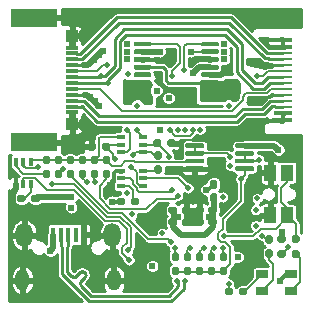
<source format=gtl>
%TF.GenerationSoftware,KiCad,Pcbnew,(5.1.7)-1*%
%TF.CreationDate,2020-11-06T21:26:38+01:00*%
%TF.ProjectId,twonkie,74776f6e-6b69-4652-9e6b-696361645f70,rev?*%
%TF.SameCoordinates,PX448d510PY20b3950*%
%TF.FileFunction,Copper,L1,Top*%
%TF.FilePolarity,Positive*%
%FSLAX46Y46*%
G04 Gerber Fmt 4.6, Leading zero omitted, Abs format (unit mm)*
G04 Created by KiCad (PCBNEW (5.1.7)-1) date 2020-11-06 21:26:38*
%MOMM*%
%LPD*%
G01*
G04 APERTURE LIST*
%TA.AperFunction,SMDPad,CuDef*%
%ADD10R,0.650000X0.400000*%
%TD*%
%TA.AperFunction,ComponentPad*%
%ADD11O,1.150000X1.800000*%
%TD*%
%TA.AperFunction,ComponentPad*%
%ADD12O,1.450000X2.000000*%
%TD*%
%TA.AperFunction,SMDPad,CuDef*%
%ADD13R,0.450000X1.300000*%
%TD*%
%TA.AperFunction,SMDPad,CuDef*%
%ADD14R,1.050000X1.400000*%
%TD*%
%TA.AperFunction,SMDPad,CuDef*%
%ADD15R,4.000000X1.500000*%
%TD*%
%TA.AperFunction,SMDPad,CuDef*%
%ADD16R,1.000000X0.300000*%
%TD*%
%TA.AperFunction,SMDPad,CuDef*%
%ADD17R,1.000000X1.000000*%
%TD*%
%TA.AperFunction,SMDPad,CuDef*%
%ADD18R,1.550000X0.260000*%
%TD*%
%TA.AperFunction,SMDPad,CuDef*%
%ADD19R,1.550000X0.410000*%
%TD*%
%TA.AperFunction,SMDPad,CuDef*%
%ADD20R,1.750000X0.360000*%
%TD*%
%TA.AperFunction,SMDPad,CuDef*%
%ADD21R,0.400000X0.650000*%
%TD*%
%TA.AperFunction,SMDPad,CuDef*%
%ADD22R,1.000000X0.800000*%
%TD*%
%TA.AperFunction,ViaPad*%
%ADD23C,0.508000*%
%TD*%
%TA.AperFunction,ViaPad*%
%ADD24C,0.609600*%
%TD*%
%TA.AperFunction,Conductor*%
%ADD25C,0.508000*%
%TD*%
%TA.AperFunction,Conductor*%
%ADD26C,0.203200*%
%TD*%
%TA.AperFunction,Conductor*%
%ADD27C,0.304800*%
%TD*%
%TA.AperFunction,Conductor*%
%ADD28C,0.248920*%
%TD*%
%TA.AperFunction,Conductor*%
%ADD29C,0.254000*%
%TD*%
%TA.AperFunction,Conductor*%
%ADD30C,0.100000*%
%TD*%
G04 APERTURE END LIST*
D10*
%TO.P,Q3,6*%
%TO.N,/CC1_RECEP*%
X11681500Y-11161000D03*
%TO.P,Q3,4*%
%TO.N,/CC2*%
X11681500Y-12461000D03*
%TO.P,Q3,2*%
%TO.N,/CC1_EN*%
X9781500Y-11811000D03*
%TO.P,Q3,5*%
%TO.N,/CC2_EN*%
X11681500Y-11811000D03*
%TO.P,Q3,3*%
%TO.N,/CC2_RECEP*%
X9781500Y-12461000D03*
%TO.P,Q3,1*%
%TO.N,/CC1*%
X9781500Y-11161000D03*
%TD*%
%TO.P,C2,2*%
%TO.N,GND*%
%TA.AperFunction,SMDPad,CuDef*%
G36*
G01*
X14957400Y-18531900D02*
X14957400Y-18221900D01*
G75*
G02*
X15112400Y-18066900I155000J0D01*
G01*
X15537400Y-18066900D01*
G75*
G02*
X15692400Y-18221900I0J-155000D01*
G01*
X15692400Y-18531900D01*
G75*
G02*
X15537400Y-18686900I-155000J0D01*
G01*
X15112400Y-18686900D01*
G75*
G02*
X14957400Y-18531900I0J155000D01*
G01*
G37*
%TD.AperFunction*%
%TO.P,C2,1*%
%TO.N,+3V3*%
%TA.AperFunction,SMDPad,CuDef*%
G36*
G01*
X13822400Y-18531900D02*
X13822400Y-18221900D01*
G75*
G02*
X13977400Y-18066900I155000J0D01*
G01*
X14402400Y-18066900D01*
G75*
G02*
X14557400Y-18221900I0J-155000D01*
G01*
X14557400Y-18531900D01*
G75*
G02*
X14402400Y-18686900I-155000J0D01*
G01*
X13977400Y-18686900D01*
G75*
G02*
X13822400Y-18531900I0J155000D01*
G01*
G37*
%TD.AperFunction*%
%TD*%
%TO.P,C4,2*%
%TO.N,GND*%
%TA.AperFunction,SMDPad,CuDef*%
G36*
G01*
X14957400Y-17528600D02*
X14957400Y-17218600D01*
G75*
G02*
X15112400Y-17063600I155000J0D01*
G01*
X15537400Y-17063600D01*
G75*
G02*
X15692400Y-17218600I0J-155000D01*
G01*
X15692400Y-17528600D01*
G75*
G02*
X15537400Y-17683600I-155000J0D01*
G01*
X15112400Y-17683600D01*
G75*
G02*
X14957400Y-17528600I0J155000D01*
G01*
G37*
%TD.AperFunction*%
%TO.P,C4,1*%
%TO.N,+3V3*%
%TA.AperFunction,SMDPad,CuDef*%
G36*
G01*
X13822400Y-17528600D02*
X13822400Y-17218600D01*
G75*
G02*
X13977400Y-17063600I155000J0D01*
G01*
X14402400Y-17063600D01*
G75*
G02*
X14557400Y-17218600I0J-155000D01*
G01*
X14557400Y-17528600D01*
G75*
G02*
X14402400Y-17683600I-155000J0D01*
G01*
X13977400Y-17683600D01*
G75*
G02*
X13822400Y-17528600I0J155000D01*
G01*
G37*
%TD.AperFunction*%
%TD*%
D11*
%TO.P,J3,6*%
%TO.N,GND*%
X9209000Y-23286000D03*
X1459000Y-23286000D03*
D12*
X9059000Y-19486000D03*
X1609000Y-19486000D03*
D13*
%TO.P,J3,5*%
X6634000Y-19436000D03*
%TO.P,J3,4*%
%TO.N,Net-(J3-Pad4)*%
X5984000Y-19436000D03*
%TO.P,J3,3*%
%TO.N,/USB_B_D+*%
X5334000Y-19436000D03*
%TO.P,J3,2*%
%TO.N,/USB_B_D-*%
X4684000Y-19436000D03*
%TO.P,J3,1*%
%TO.N,Net-(D1-Pad1)*%
X4034000Y-19436000D03*
%TD*%
%TO.P,R14,2*%
%TO.N,+3V3*%
%TA.AperFunction,SMDPad,CuDef*%
G36*
G01*
X2208500Y-16543000D02*
X2208500Y-16223000D01*
G75*
G02*
X2368500Y-16063000I160000J0D01*
G01*
X2763500Y-16063000D01*
G75*
G02*
X2923500Y-16223000I0J-160000D01*
G01*
X2923500Y-16543000D01*
G75*
G02*
X2763500Y-16703000I-160000J0D01*
G01*
X2368500Y-16703000D01*
G75*
G02*
X2208500Y-16543000I0J160000D01*
G01*
G37*
%TD.AperFunction*%
%TO.P,R14,1*%
%TO.N,Net-(Q1-Pad6)*%
%TA.AperFunction,SMDPad,CuDef*%
G36*
G01*
X1013500Y-16543000D02*
X1013500Y-16223000D01*
G75*
G02*
X1173500Y-16063000I160000J0D01*
G01*
X1568500Y-16063000D01*
G75*
G02*
X1728500Y-16223000I0J-160000D01*
G01*
X1728500Y-16543000D01*
G75*
G02*
X1568500Y-16703000I-160000J0D01*
G01*
X1173500Y-16703000D01*
G75*
G02*
X1013500Y-16543000I0J160000D01*
G01*
G37*
%TD.AperFunction*%
%TD*%
%TO.P,R16,2*%
%TO.N,GND*%
%TA.AperFunction,SMDPad,CuDef*%
G36*
G01*
X13702000Y-11844000D02*
X13702000Y-11524000D01*
G75*
G02*
X13862000Y-11364000I160000J0D01*
G01*
X14257000Y-11364000D01*
G75*
G02*
X14417000Y-11524000I0J-160000D01*
G01*
X14417000Y-11844000D01*
G75*
G02*
X14257000Y-12004000I-160000J0D01*
G01*
X13862000Y-12004000D01*
G75*
G02*
X13702000Y-11844000I0J160000D01*
G01*
G37*
%TD.AperFunction*%
%TO.P,R16,1*%
%TO.N,/CC2_EN*%
%TA.AperFunction,SMDPad,CuDef*%
G36*
G01*
X12507000Y-11844000D02*
X12507000Y-11524000D01*
G75*
G02*
X12667000Y-11364000I160000J0D01*
G01*
X13062000Y-11364000D01*
G75*
G02*
X13222000Y-11524000I0J-160000D01*
G01*
X13222000Y-11844000D01*
G75*
G02*
X13062000Y-12004000I-160000J0D01*
G01*
X12667000Y-12004000D01*
G75*
G02*
X12507000Y-11844000I0J160000D01*
G01*
G37*
%TD.AperFunction*%
%TD*%
D14*
%TO.P,SW1,2*%
%TO.N,/BOOT*%
X23897500Y-17802000D03*
X23897500Y-14202000D03*
%TO.P,SW1,1*%
%TO.N,GND*%
X22457500Y-17802000D03*
X22457500Y-14202000D03*
%TD*%
D15*
%TO.P,J2,S6*%
%TO.N,GND*%
X2465000Y-11600000D03*
%TO.P,J2,S5*%
X2465000Y-1100000D03*
D16*
%TO.P,J2,A12*%
X5675000Y-9100000D03*
%TO.P,J2,A11*%
%TO.N,/RX2+*%
X5675000Y-8600000D03*
%TO.P,J2,A10*%
%TO.N,/RX2-*%
X5675000Y-8100000D03*
%TO.P,J2,A9*%
%TO.N,/VBUS_RECEP*%
X5675000Y-7600000D03*
%TO.P,J2,A8*%
%TO.N,/SBU1*%
X5675000Y-7100000D03*
%TO.P,J2,A7*%
%TO.N,/USBC_D-*%
X5675000Y-6600000D03*
%TO.P,J2,A6*%
%TO.N,/USBC_D+*%
X5675000Y-6100000D03*
%TO.P,J2,A5*%
%TO.N,/CC1_RECEP*%
X5675000Y-5600000D03*
%TO.P,J2,A4*%
%TO.N,/VBUS_RECEP*%
X5675000Y-5100000D03*
%TO.P,J2,A3*%
%TO.N,/TX1-*%
X5675000Y-4600000D03*
%TO.P,J2,A2*%
%TO.N,/TX1+*%
X5675000Y-4100000D03*
%TO.P,J2,A1*%
%TO.N,GND*%
X5675000Y-3600000D03*
D17*
%TO.P,J2,S1*%
X5675000Y-2600000D03*
%TO.P,J2,S2*%
X5675000Y-10100000D03*
%TD*%
D18*
%TO.P,J1,A11*%
%TO.N,/RX2+*%
X23525000Y-8600000D03*
%TO.P,J1,A10*%
%TO.N,/RX2-*%
X23525000Y-8100000D03*
%TO.P,J1,A9*%
%TO.N,/VBUS_PLUG*%
X23525000Y-7600000D03*
%TO.P,J1,A8*%
%TO.N,/SBU1*%
X23525000Y-7100000D03*
%TO.P,J1,A7*%
%TO.N,/USBC_D-*%
X23525000Y-6600000D03*
%TO.P,J1,A6*%
%TO.N,/USBC_D+*%
X23525000Y-6100000D03*
%TO.P,J1,A5*%
%TO.N,/CC1_RECEP*%
X23525000Y-5600000D03*
%TO.P,J1,A4*%
%TO.N,/VBUS_PLUG*%
X23525000Y-5100000D03*
%TO.P,J1,A3*%
%TO.N,/TX1-*%
X23525000Y-4600000D03*
%TO.P,J1,A2*%
%TO.N,/TX1+*%
X23525000Y-4100000D03*
D19*
%TO.P,J1,A12*%
%TO.N,GND*%
X23525000Y-9175000D03*
%TO.P,J1,A1*%
X23525000Y-3525000D03*
D20*
%TO.P,J1,S2*%
X23425000Y-2945000D03*
%TO.P,J1,S1*%
X23425000Y-9755000D03*
%TD*%
%TO.P,U2,1*%
%TO.N,/CC2_PLUG*%
%TA.AperFunction,SMDPad,CuDef*%
G36*
G01*
X18078000Y-7763000D02*
X18078000Y-7963000D01*
G75*
G02*
X17978000Y-8063000I-100000J0D01*
G01*
X16703000Y-8063000D01*
G75*
G02*
X16603000Y-7963000I0J100000D01*
G01*
X16603000Y-7763000D01*
G75*
G02*
X16703000Y-7663000I100000J0D01*
G01*
X17978000Y-7663000D01*
G75*
G02*
X18078000Y-7763000I0J-100000D01*
G01*
G37*
%TD.AperFunction*%
%TO.P,U2,2*%
%TA.AperFunction,SMDPad,CuDef*%
G36*
G01*
X18078000Y-7113000D02*
X18078000Y-7313000D01*
G75*
G02*
X17978000Y-7413000I-100000J0D01*
G01*
X16703000Y-7413000D01*
G75*
G02*
X16603000Y-7313000I0J100000D01*
G01*
X16603000Y-7113000D01*
G75*
G02*
X16703000Y-7013000I100000J0D01*
G01*
X17978000Y-7013000D01*
G75*
G02*
X18078000Y-7113000I0J-100000D01*
G01*
G37*
%TD.AperFunction*%
%TO.P,U2,3*%
%TA.AperFunction,SMDPad,CuDef*%
G36*
G01*
X18078000Y-6463000D02*
X18078000Y-6663000D01*
G75*
G02*
X17978000Y-6763000I-100000J0D01*
G01*
X16703000Y-6763000D01*
G75*
G02*
X16603000Y-6663000I0J100000D01*
G01*
X16603000Y-6463000D01*
G75*
G02*
X16703000Y-6363000I100000J0D01*
G01*
X17978000Y-6363000D01*
G75*
G02*
X18078000Y-6463000I0J-100000D01*
G01*
G37*
%TD.AperFunction*%
%TO.P,U2,4*%
%TO.N,GND*%
%TA.AperFunction,SMDPad,CuDef*%
G36*
G01*
X18078000Y-5813000D02*
X18078000Y-6013000D01*
G75*
G02*
X17978000Y-6113000I-100000J0D01*
G01*
X16703000Y-6113000D01*
G75*
G02*
X16603000Y-6013000I0J100000D01*
G01*
X16603000Y-5813000D01*
G75*
G02*
X16703000Y-5713000I100000J0D01*
G01*
X17978000Y-5713000D01*
G75*
G02*
X18078000Y-5813000I0J-100000D01*
G01*
G37*
%TD.AperFunction*%
%TO.P,U2,5*%
%TO.N,+3V3*%
%TA.AperFunction,SMDPad,CuDef*%
G36*
G01*
X18078000Y-5163000D02*
X18078000Y-5363000D01*
G75*
G02*
X17978000Y-5463000I-100000J0D01*
G01*
X16703000Y-5463000D01*
G75*
G02*
X16603000Y-5363000I0J100000D01*
G01*
X16603000Y-5163000D01*
G75*
G02*
X16703000Y-5063000I100000J0D01*
G01*
X17978000Y-5063000D01*
G75*
G02*
X18078000Y-5163000I0J-100000D01*
G01*
G37*
%TD.AperFunction*%
%TO.P,U2,6*%
%TO.N,GND*%
%TA.AperFunction,SMDPad,CuDef*%
G36*
G01*
X18078000Y-4513000D02*
X18078000Y-4713000D01*
G75*
G02*
X17978000Y-4813000I-100000J0D01*
G01*
X16703000Y-4813000D01*
G75*
G02*
X16603000Y-4713000I0J100000D01*
G01*
X16603000Y-4513000D01*
G75*
G02*
X16703000Y-4413000I100000J0D01*
G01*
X17978000Y-4413000D01*
G75*
G02*
X18078000Y-4513000I0J-100000D01*
G01*
G37*
%TD.AperFunction*%
%TO.P,U2,7*%
%TO.N,/VCONN_ALERT_L*%
%TA.AperFunction,SMDPad,CuDef*%
G36*
G01*
X18078000Y-3863000D02*
X18078000Y-4063000D01*
G75*
G02*
X17978000Y-4163000I-100000J0D01*
G01*
X16703000Y-4163000D01*
G75*
G02*
X16603000Y-4063000I0J100000D01*
G01*
X16603000Y-3863000D01*
G75*
G02*
X16703000Y-3763000I100000J0D01*
G01*
X17978000Y-3763000D01*
G75*
G02*
X18078000Y-3863000I0J-100000D01*
G01*
G37*
%TD.AperFunction*%
%TO.P,U2,8*%
%TO.N,/INA_SDA*%
%TA.AperFunction,SMDPad,CuDef*%
G36*
G01*
X18078000Y-3213000D02*
X18078000Y-3413000D01*
G75*
G02*
X17978000Y-3513000I-100000J0D01*
G01*
X16703000Y-3513000D01*
G75*
G02*
X16603000Y-3413000I0J100000D01*
G01*
X16603000Y-3213000D01*
G75*
G02*
X16703000Y-3113000I100000J0D01*
G01*
X17978000Y-3113000D01*
G75*
G02*
X18078000Y-3213000I0J-100000D01*
G01*
G37*
%TD.AperFunction*%
%TO.P,U2,9*%
%TO.N,/INA_SCL*%
%TA.AperFunction,SMDPad,CuDef*%
G36*
G01*
X12353000Y-3213000D02*
X12353000Y-3413000D01*
G75*
G02*
X12253000Y-3513000I-100000J0D01*
G01*
X10978000Y-3513000D01*
G75*
G02*
X10878000Y-3413000I0J100000D01*
G01*
X10878000Y-3213000D01*
G75*
G02*
X10978000Y-3113000I100000J0D01*
G01*
X12253000Y-3113000D01*
G75*
G02*
X12353000Y-3213000I0J-100000D01*
G01*
G37*
%TD.AperFunction*%
%TO.P,U2,10*%
%TO.N,+3V3*%
%TA.AperFunction,SMDPad,CuDef*%
G36*
G01*
X12353000Y-3863000D02*
X12353000Y-4063000D01*
G75*
G02*
X12253000Y-4163000I-100000J0D01*
G01*
X10978000Y-4163000D01*
G75*
G02*
X10878000Y-4063000I0J100000D01*
G01*
X10878000Y-3863000D01*
G75*
G02*
X10978000Y-3763000I100000J0D01*
G01*
X12253000Y-3763000D01*
G75*
G02*
X12353000Y-3863000I0J-100000D01*
G01*
G37*
%TD.AperFunction*%
%TO.P,U2,11*%
%TO.N,GND*%
%TA.AperFunction,SMDPad,CuDef*%
G36*
G01*
X12353000Y-4513000D02*
X12353000Y-4713000D01*
G75*
G02*
X12253000Y-4813000I-100000J0D01*
G01*
X10978000Y-4813000D01*
G75*
G02*
X10878000Y-4713000I0J100000D01*
G01*
X10878000Y-4513000D01*
G75*
G02*
X10978000Y-4413000I100000J0D01*
G01*
X12253000Y-4413000D01*
G75*
G02*
X12353000Y-4513000I0J-100000D01*
G01*
G37*
%TD.AperFunction*%
%TO.P,U2,12*%
%TO.N,/CC2_PLUG*%
%TA.AperFunction,SMDPad,CuDef*%
G36*
G01*
X12353000Y-5163000D02*
X12353000Y-5363000D01*
G75*
G02*
X12253000Y-5463000I-100000J0D01*
G01*
X10978000Y-5463000D01*
G75*
G02*
X10878000Y-5363000I0J100000D01*
G01*
X10878000Y-5163000D01*
G75*
G02*
X10978000Y-5063000I100000J0D01*
G01*
X12253000Y-5063000D01*
G75*
G02*
X12353000Y-5163000I0J-100000D01*
G01*
G37*
%TD.AperFunction*%
%TO.P,U2,13*%
%TO.N,Net-(U2-Pad13)*%
%TA.AperFunction,SMDPad,CuDef*%
G36*
G01*
X12353000Y-5813000D02*
X12353000Y-6013000D01*
G75*
G02*
X12253000Y-6113000I-100000J0D01*
G01*
X10978000Y-6113000D01*
G75*
G02*
X10878000Y-6013000I0J100000D01*
G01*
X10878000Y-5813000D01*
G75*
G02*
X10978000Y-5713000I100000J0D01*
G01*
X12253000Y-5713000D01*
G75*
G02*
X12353000Y-5813000I0J-100000D01*
G01*
G37*
%TD.AperFunction*%
%TO.P,U2,14*%
%TO.N,/CC2_RECEP*%
%TA.AperFunction,SMDPad,CuDef*%
G36*
G01*
X12353000Y-6463000D02*
X12353000Y-6663000D01*
G75*
G02*
X12253000Y-6763000I-100000J0D01*
G01*
X10978000Y-6763000D01*
G75*
G02*
X10878000Y-6663000I0J100000D01*
G01*
X10878000Y-6463000D01*
G75*
G02*
X10978000Y-6363000I100000J0D01*
G01*
X12253000Y-6363000D01*
G75*
G02*
X12353000Y-6463000I0J-100000D01*
G01*
G37*
%TD.AperFunction*%
%TO.P,U2,15*%
%TA.AperFunction,SMDPad,CuDef*%
G36*
G01*
X12353000Y-7113000D02*
X12353000Y-7313000D01*
G75*
G02*
X12253000Y-7413000I-100000J0D01*
G01*
X10978000Y-7413000D01*
G75*
G02*
X10878000Y-7313000I0J100000D01*
G01*
X10878000Y-7113000D01*
G75*
G02*
X10978000Y-7013000I100000J0D01*
G01*
X12253000Y-7013000D01*
G75*
G02*
X12353000Y-7113000I0J-100000D01*
G01*
G37*
%TD.AperFunction*%
%TO.P,U2,16*%
%TA.AperFunction,SMDPad,CuDef*%
G36*
G01*
X12353000Y-7763000D02*
X12353000Y-7963000D01*
G75*
G02*
X12253000Y-8063000I-100000J0D01*
G01*
X10978000Y-8063000D01*
G75*
G02*
X10878000Y-7963000I0J100000D01*
G01*
X10878000Y-7763000D01*
G75*
G02*
X10978000Y-7663000I100000J0D01*
G01*
X12253000Y-7663000D01*
G75*
G02*
X12353000Y-7763000I0J-100000D01*
G01*
G37*
%TD.AperFunction*%
%TD*%
%TO.P,U5,8*%
%TO.N,+3V3*%
%TA.AperFunction,SMDPad,CuDef*%
G36*
G01*
X19461000Y-12015500D02*
X19461000Y-11815500D01*
G75*
G02*
X19561000Y-11715500I100000J0D01*
G01*
X20986000Y-11715500D01*
G75*
G02*
X21086000Y-11815500I0J-100000D01*
G01*
X21086000Y-12015500D01*
G75*
G02*
X20986000Y-12115500I-100000J0D01*
G01*
X19561000Y-12115500D01*
G75*
G02*
X19461000Y-12015500I0J100000D01*
G01*
G37*
%TD.AperFunction*%
%TO.P,U5,7*%
%TO.N,/CC2_BUF*%
%TA.AperFunction,SMDPad,CuDef*%
G36*
G01*
X19461000Y-12665500D02*
X19461000Y-12465500D01*
G75*
G02*
X19561000Y-12365500I100000J0D01*
G01*
X20986000Y-12365500D01*
G75*
G02*
X21086000Y-12465500I0J-100000D01*
G01*
X21086000Y-12665500D01*
G75*
G02*
X20986000Y-12765500I-100000J0D01*
G01*
X19561000Y-12765500D01*
G75*
G02*
X19461000Y-12665500I0J100000D01*
G01*
G37*
%TD.AperFunction*%
%TO.P,U5,6*%
%TA.AperFunction,SMDPad,CuDef*%
G36*
G01*
X19461000Y-13315500D02*
X19461000Y-13115500D01*
G75*
G02*
X19561000Y-13015500I100000J0D01*
G01*
X20986000Y-13015500D01*
G75*
G02*
X21086000Y-13115500I0J-100000D01*
G01*
X21086000Y-13315500D01*
G75*
G02*
X20986000Y-13415500I-100000J0D01*
G01*
X19561000Y-13415500D01*
G75*
G02*
X19461000Y-13315500I0J100000D01*
G01*
G37*
%TD.AperFunction*%
%TO.P,U5,5*%
%TO.N,/CC2*%
%TA.AperFunction,SMDPad,CuDef*%
G36*
G01*
X19461000Y-13965500D02*
X19461000Y-13765500D01*
G75*
G02*
X19561000Y-13665500I100000J0D01*
G01*
X20986000Y-13665500D01*
G75*
G02*
X21086000Y-13765500I0J-100000D01*
G01*
X21086000Y-13965500D01*
G75*
G02*
X20986000Y-14065500I-100000J0D01*
G01*
X19561000Y-14065500D01*
G75*
G02*
X19461000Y-13965500I0J100000D01*
G01*
G37*
%TD.AperFunction*%
%TO.P,U5,4*%
%TO.N,GND*%
%TA.AperFunction,SMDPad,CuDef*%
G36*
G01*
X15236000Y-13965500D02*
X15236000Y-13765500D01*
G75*
G02*
X15336000Y-13665500I100000J0D01*
G01*
X16761000Y-13665500D01*
G75*
G02*
X16861000Y-13765500I0J-100000D01*
G01*
X16861000Y-13965500D01*
G75*
G02*
X16761000Y-14065500I-100000J0D01*
G01*
X15336000Y-14065500D01*
G75*
G02*
X15236000Y-13965500I0J100000D01*
G01*
G37*
%TD.AperFunction*%
%TO.P,U5,3*%
%TO.N,/CC1*%
%TA.AperFunction,SMDPad,CuDef*%
G36*
G01*
X15236000Y-13315500D02*
X15236000Y-13115500D01*
G75*
G02*
X15336000Y-13015500I100000J0D01*
G01*
X16761000Y-13015500D01*
G75*
G02*
X16861000Y-13115500I0J-100000D01*
G01*
X16861000Y-13315500D01*
G75*
G02*
X16761000Y-13415500I-100000J0D01*
G01*
X15336000Y-13415500D01*
G75*
G02*
X15236000Y-13315500I0J100000D01*
G01*
G37*
%TD.AperFunction*%
%TO.P,U5,2*%
%TO.N,/CC1_BUF*%
%TA.AperFunction,SMDPad,CuDef*%
G36*
G01*
X15236000Y-12665500D02*
X15236000Y-12465500D01*
G75*
G02*
X15336000Y-12365500I100000J0D01*
G01*
X16761000Y-12365500D01*
G75*
G02*
X16861000Y-12465500I0J-100000D01*
G01*
X16861000Y-12665500D01*
G75*
G02*
X16761000Y-12765500I-100000J0D01*
G01*
X15336000Y-12765500D01*
G75*
G02*
X15236000Y-12665500I0J100000D01*
G01*
G37*
%TD.AperFunction*%
%TO.P,U5,1*%
%TA.AperFunction,SMDPad,CuDef*%
G36*
G01*
X15236000Y-12015500D02*
X15236000Y-11815500D01*
G75*
G02*
X15336000Y-11715500I100000J0D01*
G01*
X16761000Y-11715500D01*
G75*
G02*
X16861000Y-11815500I0J-100000D01*
G01*
X16861000Y-12015500D01*
G75*
G02*
X16761000Y-12115500I-100000J0D01*
G01*
X15336000Y-12115500D01*
G75*
G02*
X15236000Y-12015500I0J100000D01*
G01*
G37*
%TD.AperFunction*%
%TD*%
%TO.P,R23,2*%
%TO.N,Net-(Q2-Pad3)*%
%TA.AperFunction,SMDPad,CuDef*%
G36*
G01*
X12794000Y-13575000D02*
X13114000Y-13575000D01*
G75*
G02*
X13274000Y-13735000I0J-160000D01*
G01*
X13274000Y-14130000D01*
G75*
G02*
X13114000Y-14290000I-160000J0D01*
G01*
X12794000Y-14290000D01*
G75*
G02*
X12634000Y-14130000I0J160000D01*
G01*
X12634000Y-13735000D01*
G75*
G02*
X12794000Y-13575000I160000J0D01*
G01*
G37*
%TD.AperFunction*%
%TO.P,R23,1*%
%TO.N,/CC2*%
%TA.AperFunction,SMDPad,CuDef*%
G36*
G01*
X12794000Y-12380000D02*
X13114000Y-12380000D01*
G75*
G02*
X13274000Y-12540000I0J-160000D01*
G01*
X13274000Y-12935000D01*
G75*
G02*
X13114000Y-13095000I-160000J0D01*
G01*
X12794000Y-13095000D01*
G75*
G02*
X12634000Y-12935000I0J160000D01*
G01*
X12634000Y-12540000D01*
G75*
G02*
X12794000Y-12380000I160000J0D01*
G01*
G37*
%TD.AperFunction*%
%TD*%
%TO.P,R22,2*%
%TO.N,+3V3*%
%TA.AperFunction,SMDPad,CuDef*%
G36*
G01*
X10174000Y-16477000D02*
X10174000Y-16797000D01*
G75*
G02*
X10014000Y-16957000I-160000J0D01*
G01*
X9619000Y-16957000D01*
G75*
G02*
X9459000Y-16797000I0J160000D01*
G01*
X9459000Y-16477000D01*
G75*
G02*
X9619000Y-16317000I160000J0D01*
G01*
X10014000Y-16317000D01*
G75*
G02*
X10174000Y-16477000I0J-160000D01*
G01*
G37*
%TD.AperFunction*%
%TO.P,R22,1*%
%TO.N,Net-(Q2-Pad6)*%
%TA.AperFunction,SMDPad,CuDef*%
G36*
G01*
X11369000Y-16477000D02*
X11369000Y-16797000D01*
G75*
G02*
X11209000Y-16957000I-160000J0D01*
G01*
X10814000Y-16957000D01*
G75*
G02*
X10654000Y-16797000I0J160000D01*
G01*
X10654000Y-16477000D01*
G75*
G02*
X10814000Y-16317000I160000J0D01*
G01*
X11209000Y-16317000D01*
G75*
G02*
X11369000Y-16477000I0J-160000D01*
G01*
G37*
%TD.AperFunction*%
%TD*%
%TO.P,R21,2*%
%TO.N,/CC2*%
%TA.AperFunction,SMDPad,CuDef*%
G36*
G01*
X18318500Y-22147500D02*
X18638500Y-22147500D01*
G75*
G02*
X18798500Y-22307500I0J-160000D01*
G01*
X18798500Y-22702500D01*
G75*
G02*
X18638500Y-22862500I-160000J0D01*
G01*
X18318500Y-22862500D01*
G75*
G02*
X18158500Y-22702500I0J160000D01*
G01*
X18158500Y-22307500D01*
G75*
G02*
X18318500Y-22147500I160000J0D01*
G01*
G37*
%TD.AperFunction*%
%TO.P,R21,1*%
%TO.N,/CC2_RPUSB*%
%TA.AperFunction,SMDPad,CuDef*%
G36*
G01*
X18318500Y-20952500D02*
X18638500Y-20952500D01*
G75*
G02*
X18798500Y-21112500I0J-160000D01*
G01*
X18798500Y-21507500D01*
G75*
G02*
X18638500Y-21667500I-160000J0D01*
G01*
X18318500Y-21667500D01*
G75*
G02*
X18158500Y-21507500I0J160000D01*
G01*
X18158500Y-21112500D01*
G75*
G02*
X18318500Y-20952500I160000J0D01*
G01*
G37*
%TD.AperFunction*%
%TD*%
%TO.P,R20,2*%
%TO.N,/CC2*%
%TA.AperFunction,SMDPad,CuDef*%
G36*
G01*
X17302500Y-22147500D02*
X17622500Y-22147500D01*
G75*
G02*
X17782500Y-22307500I0J-160000D01*
G01*
X17782500Y-22702500D01*
G75*
G02*
X17622500Y-22862500I-160000J0D01*
G01*
X17302500Y-22862500D01*
G75*
G02*
X17142500Y-22702500I0J160000D01*
G01*
X17142500Y-22307500D01*
G75*
G02*
X17302500Y-22147500I160000J0D01*
G01*
G37*
%TD.AperFunction*%
%TO.P,R20,1*%
%TO.N,/CC2_RD*%
%TA.AperFunction,SMDPad,CuDef*%
G36*
G01*
X17302500Y-20952500D02*
X17622500Y-20952500D01*
G75*
G02*
X17782500Y-21112500I0J-160000D01*
G01*
X17782500Y-21507500D01*
G75*
G02*
X17622500Y-21667500I-160000J0D01*
G01*
X17302500Y-21667500D01*
G75*
G02*
X17142500Y-21507500I0J160000D01*
G01*
X17142500Y-21112500D01*
G75*
G02*
X17302500Y-20952500I160000J0D01*
G01*
G37*
%TD.AperFunction*%
%TD*%
%TO.P,R19,2*%
%TO.N,/CC2*%
%TA.AperFunction,SMDPad,CuDef*%
G36*
G01*
X16286500Y-22147500D02*
X16606500Y-22147500D01*
G75*
G02*
X16766500Y-22307500I0J-160000D01*
G01*
X16766500Y-22702500D01*
G75*
G02*
X16606500Y-22862500I-160000J0D01*
G01*
X16286500Y-22862500D01*
G75*
G02*
X16126500Y-22702500I0J160000D01*
G01*
X16126500Y-22307500D01*
G75*
G02*
X16286500Y-22147500I160000J0D01*
G01*
G37*
%TD.AperFunction*%
%TO.P,R19,1*%
%TO.N,/CC2_RP1A5*%
%TA.AperFunction,SMDPad,CuDef*%
G36*
G01*
X16286500Y-20952500D02*
X16606500Y-20952500D01*
G75*
G02*
X16766500Y-21112500I0J-160000D01*
G01*
X16766500Y-21507500D01*
G75*
G02*
X16606500Y-21667500I-160000J0D01*
G01*
X16286500Y-21667500D01*
G75*
G02*
X16126500Y-21507500I0J160000D01*
G01*
X16126500Y-21112500D01*
G75*
G02*
X16286500Y-20952500I160000J0D01*
G01*
G37*
%TD.AperFunction*%
%TD*%
%TO.P,R18,2*%
%TO.N,/CC2*%
%TA.AperFunction,SMDPad,CuDef*%
G36*
G01*
X15270500Y-22147500D02*
X15590500Y-22147500D01*
G75*
G02*
X15750500Y-22307500I0J-160000D01*
G01*
X15750500Y-22702500D01*
G75*
G02*
X15590500Y-22862500I-160000J0D01*
G01*
X15270500Y-22862500D01*
G75*
G02*
X15110500Y-22702500I0J160000D01*
G01*
X15110500Y-22307500D01*
G75*
G02*
X15270500Y-22147500I160000J0D01*
G01*
G37*
%TD.AperFunction*%
%TO.P,R18,1*%
%TO.N,/CC2_RA*%
%TA.AperFunction,SMDPad,CuDef*%
G36*
G01*
X15270500Y-20952500D02*
X15590500Y-20952500D01*
G75*
G02*
X15750500Y-21112500I0J-160000D01*
G01*
X15750500Y-21507500D01*
G75*
G02*
X15590500Y-21667500I-160000J0D01*
G01*
X15270500Y-21667500D01*
G75*
G02*
X15110500Y-21507500I0J160000D01*
G01*
X15110500Y-21112500D01*
G75*
G02*
X15270500Y-20952500I160000J0D01*
G01*
G37*
%TD.AperFunction*%
%TD*%
%TO.P,R17,2*%
%TO.N,/CC2*%
%TA.AperFunction,SMDPad,CuDef*%
G36*
G01*
X14254500Y-22147500D02*
X14574500Y-22147500D01*
G75*
G02*
X14734500Y-22307500I0J-160000D01*
G01*
X14734500Y-22702500D01*
G75*
G02*
X14574500Y-22862500I-160000J0D01*
G01*
X14254500Y-22862500D01*
G75*
G02*
X14094500Y-22702500I0J160000D01*
G01*
X14094500Y-22307500D01*
G75*
G02*
X14254500Y-22147500I160000J0D01*
G01*
G37*
%TD.AperFunction*%
%TO.P,R17,1*%
%TO.N,/CC2_RP3A0*%
%TA.AperFunction,SMDPad,CuDef*%
G36*
G01*
X14254500Y-20952500D02*
X14574500Y-20952500D01*
G75*
G02*
X14734500Y-21112500I0J-160000D01*
G01*
X14734500Y-21507500D01*
G75*
G02*
X14574500Y-21667500I-160000J0D01*
G01*
X14254500Y-21667500D01*
G75*
G02*
X14094500Y-21507500I0J160000D01*
G01*
X14094500Y-21112500D01*
G75*
G02*
X14254500Y-20952500I160000J0D01*
G01*
G37*
%TD.AperFunction*%
%TD*%
%TO.P,R15,2*%
%TO.N,Net-(Q1-Pad3)*%
%TA.AperFunction,SMDPad,CuDef*%
G36*
G01*
X3332500Y-13956000D02*
X3652500Y-13956000D01*
G75*
G02*
X3812500Y-14116000I0J-160000D01*
G01*
X3812500Y-14511000D01*
G75*
G02*
X3652500Y-14671000I-160000J0D01*
G01*
X3332500Y-14671000D01*
G75*
G02*
X3172500Y-14511000I0J160000D01*
G01*
X3172500Y-14116000D01*
G75*
G02*
X3332500Y-13956000I160000J0D01*
G01*
G37*
%TD.AperFunction*%
%TO.P,R15,1*%
%TO.N,/CC1*%
%TA.AperFunction,SMDPad,CuDef*%
G36*
G01*
X3332500Y-12761000D02*
X3652500Y-12761000D01*
G75*
G02*
X3812500Y-12921000I0J-160000D01*
G01*
X3812500Y-13316000D01*
G75*
G02*
X3652500Y-13476000I-160000J0D01*
G01*
X3332500Y-13476000D01*
G75*
G02*
X3172500Y-13316000I0J160000D01*
G01*
X3172500Y-12921000D01*
G75*
G02*
X3332500Y-12761000I160000J0D01*
G01*
G37*
%TD.AperFunction*%
%TD*%
%TO.P,R13,2*%
%TO.N,/CC1*%
%TA.AperFunction,SMDPad,CuDef*%
G36*
G01*
X4668500Y-13476000D02*
X4348500Y-13476000D01*
G75*
G02*
X4188500Y-13316000I0J160000D01*
G01*
X4188500Y-12921000D01*
G75*
G02*
X4348500Y-12761000I160000J0D01*
G01*
X4668500Y-12761000D01*
G75*
G02*
X4828500Y-12921000I0J-160000D01*
G01*
X4828500Y-13316000D01*
G75*
G02*
X4668500Y-13476000I-160000J0D01*
G01*
G37*
%TD.AperFunction*%
%TO.P,R13,1*%
%TO.N,/CC1_RPUSB*%
%TA.AperFunction,SMDPad,CuDef*%
G36*
G01*
X4668500Y-14671000D02*
X4348500Y-14671000D01*
G75*
G02*
X4188500Y-14511000I0J160000D01*
G01*
X4188500Y-14116000D01*
G75*
G02*
X4348500Y-13956000I160000J0D01*
G01*
X4668500Y-13956000D01*
G75*
G02*
X4828500Y-14116000I0J-160000D01*
G01*
X4828500Y-14511000D01*
G75*
G02*
X4668500Y-14671000I-160000J0D01*
G01*
G37*
%TD.AperFunction*%
%TD*%
%TO.P,R12,2*%
%TO.N,/CC1*%
%TA.AperFunction,SMDPad,CuDef*%
G36*
G01*
X5684500Y-13476000D02*
X5364500Y-13476000D01*
G75*
G02*
X5204500Y-13316000I0J160000D01*
G01*
X5204500Y-12921000D01*
G75*
G02*
X5364500Y-12761000I160000J0D01*
G01*
X5684500Y-12761000D01*
G75*
G02*
X5844500Y-12921000I0J-160000D01*
G01*
X5844500Y-13316000D01*
G75*
G02*
X5684500Y-13476000I-160000J0D01*
G01*
G37*
%TD.AperFunction*%
%TO.P,R12,1*%
%TO.N,/CC1_RD*%
%TA.AperFunction,SMDPad,CuDef*%
G36*
G01*
X5684500Y-14671000D02*
X5364500Y-14671000D01*
G75*
G02*
X5204500Y-14511000I0J160000D01*
G01*
X5204500Y-14116000D01*
G75*
G02*
X5364500Y-13956000I160000J0D01*
G01*
X5684500Y-13956000D01*
G75*
G02*
X5844500Y-14116000I0J-160000D01*
G01*
X5844500Y-14511000D01*
G75*
G02*
X5684500Y-14671000I-160000J0D01*
G01*
G37*
%TD.AperFunction*%
%TD*%
%TO.P,R11,2*%
%TO.N,/CC1*%
%TA.AperFunction,SMDPad,CuDef*%
G36*
G01*
X6700500Y-13476000D02*
X6380500Y-13476000D01*
G75*
G02*
X6220500Y-13316000I0J160000D01*
G01*
X6220500Y-12921000D01*
G75*
G02*
X6380500Y-12761000I160000J0D01*
G01*
X6700500Y-12761000D01*
G75*
G02*
X6860500Y-12921000I0J-160000D01*
G01*
X6860500Y-13316000D01*
G75*
G02*
X6700500Y-13476000I-160000J0D01*
G01*
G37*
%TD.AperFunction*%
%TO.P,R11,1*%
%TO.N,/CC1_RP1A5*%
%TA.AperFunction,SMDPad,CuDef*%
G36*
G01*
X6700500Y-14671000D02*
X6380500Y-14671000D01*
G75*
G02*
X6220500Y-14511000I0J160000D01*
G01*
X6220500Y-14116000D01*
G75*
G02*
X6380500Y-13956000I160000J0D01*
G01*
X6700500Y-13956000D01*
G75*
G02*
X6860500Y-14116000I0J-160000D01*
G01*
X6860500Y-14511000D01*
G75*
G02*
X6700500Y-14671000I-160000J0D01*
G01*
G37*
%TD.AperFunction*%
%TD*%
%TO.P,R10,2*%
%TO.N,/CC1*%
%TA.AperFunction,SMDPad,CuDef*%
G36*
G01*
X7716500Y-13476000D02*
X7396500Y-13476000D01*
G75*
G02*
X7236500Y-13316000I0J160000D01*
G01*
X7236500Y-12921000D01*
G75*
G02*
X7396500Y-12761000I160000J0D01*
G01*
X7716500Y-12761000D01*
G75*
G02*
X7876500Y-12921000I0J-160000D01*
G01*
X7876500Y-13316000D01*
G75*
G02*
X7716500Y-13476000I-160000J0D01*
G01*
G37*
%TD.AperFunction*%
%TO.P,R10,1*%
%TO.N,/CC1_RA*%
%TA.AperFunction,SMDPad,CuDef*%
G36*
G01*
X7716500Y-14671000D02*
X7396500Y-14671000D01*
G75*
G02*
X7236500Y-14511000I0J160000D01*
G01*
X7236500Y-14116000D01*
G75*
G02*
X7396500Y-13956000I160000J0D01*
G01*
X7716500Y-13956000D01*
G75*
G02*
X7876500Y-14116000I0J-160000D01*
G01*
X7876500Y-14511000D01*
G75*
G02*
X7716500Y-14671000I-160000J0D01*
G01*
G37*
%TD.AperFunction*%
%TD*%
%TO.P,R9,2*%
%TO.N,/CC1*%
%TA.AperFunction,SMDPad,CuDef*%
G36*
G01*
X8732500Y-13476000D02*
X8412500Y-13476000D01*
G75*
G02*
X8252500Y-13316000I0J160000D01*
G01*
X8252500Y-12921000D01*
G75*
G02*
X8412500Y-12761000I160000J0D01*
G01*
X8732500Y-12761000D01*
G75*
G02*
X8892500Y-12921000I0J-160000D01*
G01*
X8892500Y-13316000D01*
G75*
G02*
X8732500Y-13476000I-160000J0D01*
G01*
G37*
%TD.AperFunction*%
%TO.P,R9,1*%
%TO.N,/CC1_RP3A0*%
%TA.AperFunction,SMDPad,CuDef*%
G36*
G01*
X8732500Y-14671000D02*
X8412500Y-14671000D01*
G75*
G02*
X8252500Y-14511000I0J160000D01*
G01*
X8252500Y-14116000D01*
G75*
G02*
X8412500Y-13956000I160000J0D01*
G01*
X8732500Y-13956000D01*
G75*
G02*
X8892500Y-14116000I0J-160000D01*
G01*
X8892500Y-14511000D01*
G75*
G02*
X8732500Y-14671000I-160000J0D01*
G01*
G37*
%TD.AperFunction*%
%TD*%
%TO.P,R8,2*%
%TO.N,GND*%
%TA.AperFunction,SMDPad,CuDef*%
G36*
G01*
X7697500Y-11841500D02*
X7697500Y-12161500D01*
G75*
G02*
X7537500Y-12321500I-160000J0D01*
G01*
X7142500Y-12321500D01*
G75*
G02*
X6982500Y-12161500I0J160000D01*
G01*
X6982500Y-11841500D01*
G75*
G02*
X7142500Y-11681500I160000J0D01*
G01*
X7537500Y-11681500D01*
G75*
G02*
X7697500Y-11841500I0J-160000D01*
G01*
G37*
%TD.AperFunction*%
%TO.P,R8,1*%
%TO.N,/CC1_EN*%
%TA.AperFunction,SMDPad,CuDef*%
G36*
G01*
X8892500Y-11841500D02*
X8892500Y-12161500D01*
G75*
G02*
X8732500Y-12321500I-160000J0D01*
G01*
X8337500Y-12321500D01*
G75*
G02*
X8177500Y-12161500I0J160000D01*
G01*
X8177500Y-11841500D01*
G75*
G02*
X8337500Y-11681500I160000J0D01*
G01*
X8732500Y-11681500D01*
G75*
G02*
X8892500Y-11841500I0J-160000D01*
G01*
G37*
%TD.AperFunction*%
%TD*%
%TO.P,R7,2*%
%TO.N,/LED_B_L*%
%TA.AperFunction,SMDPad,CuDef*%
G36*
G01*
X19318000Y-24097000D02*
X19318000Y-24417000D01*
G75*
G02*
X19158000Y-24577000I-160000J0D01*
G01*
X18763000Y-24577000D01*
G75*
G02*
X18603000Y-24417000I0J160000D01*
G01*
X18603000Y-24097000D01*
G75*
G02*
X18763000Y-23937000I160000J0D01*
G01*
X19158000Y-23937000D01*
G75*
G02*
X19318000Y-24097000I0J-160000D01*
G01*
G37*
%TD.AperFunction*%
%TO.P,R7,1*%
%TO.N,Net-(DS2-Pad3)*%
%TA.AperFunction,SMDPad,CuDef*%
G36*
G01*
X20513000Y-24097000D02*
X20513000Y-24417000D01*
G75*
G02*
X20353000Y-24577000I-160000J0D01*
G01*
X19958000Y-24577000D01*
G75*
G02*
X19798000Y-24417000I0J160000D01*
G01*
X19798000Y-24097000D01*
G75*
G02*
X19958000Y-23937000I160000J0D01*
G01*
X20353000Y-23937000D01*
G75*
G02*
X20513000Y-24097000I0J-160000D01*
G01*
G37*
%TD.AperFunction*%
%TD*%
%TO.P,R6,2*%
%TO.N,/LED_G_L*%
%TA.AperFunction,SMDPad,CuDef*%
G36*
G01*
X22512000Y-20207000D02*
X22192000Y-20207000D01*
G75*
G02*
X22032000Y-20047000I0J160000D01*
G01*
X22032000Y-19652000D01*
G75*
G02*
X22192000Y-19492000I160000J0D01*
G01*
X22512000Y-19492000D01*
G75*
G02*
X22672000Y-19652000I0J-160000D01*
G01*
X22672000Y-20047000D01*
G75*
G02*
X22512000Y-20207000I-160000J0D01*
G01*
G37*
%TD.AperFunction*%
%TO.P,R6,1*%
%TO.N,Net-(DS2-Pad4)*%
%TA.AperFunction,SMDPad,CuDef*%
G36*
G01*
X22512000Y-21402000D02*
X22192000Y-21402000D01*
G75*
G02*
X22032000Y-21242000I0J160000D01*
G01*
X22032000Y-20847000D01*
G75*
G02*
X22192000Y-20687000I160000J0D01*
G01*
X22512000Y-20687000D01*
G75*
G02*
X22672000Y-20847000I0J-160000D01*
G01*
X22672000Y-21242000D01*
G75*
G02*
X22512000Y-21402000I-160000J0D01*
G01*
G37*
%TD.AperFunction*%
%TD*%
%TO.P,R5,2*%
%TO.N,/LED_R_L*%
%TA.AperFunction,SMDPad,CuDef*%
G36*
G01*
X23763000Y-20922000D02*
X23763000Y-21242000D01*
G75*
G02*
X23603000Y-21402000I-160000J0D01*
G01*
X23208000Y-21402000D01*
G75*
G02*
X23048000Y-21242000I0J160000D01*
G01*
X23048000Y-20922000D01*
G75*
G02*
X23208000Y-20762000I160000J0D01*
G01*
X23603000Y-20762000D01*
G75*
G02*
X23763000Y-20922000I0J-160000D01*
G01*
G37*
%TD.AperFunction*%
%TO.P,R5,1*%
%TO.N,Net-(DS2-Pad1)*%
%TA.AperFunction,SMDPad,CuDef*%
G36*
G01*
X24958000Y-20922000D02*
X24958000Y-21242000D01*
G75*
G02*
X24798000Y-21402000I-160000J0D01*
G01*
X24403000Y-21402000D01*
G75*
G02*
X24243000Y-21242000I0J160000D01*
G01*
X24243000Y-20922000D01*
G75*
G02*
X24403000Y-20762000I160000J0D01*
G01*
X24798000Y-20762000D01*
G75*
G02*
X24958000Y-20922000I0J-160000D01*
G01*
G37*
%TD.AperFunction*%
%TD*%
%TO.P,R1,2*%
%TO.N,/BOOT*%
%TA.AperFunction,SMDPad,CuDef*%
G36*
G01*
X24243000Y-19972000D02*
X24243000Y-19652000D01*
G75*
G02*
X24403000Y-19492000I160000J0D01*
G01*
X24798000Y-19492000D01*
G75*
G02*
X24958000Y-19652000I0J-160000D01*
G01*
X24958000Y-19972000D01*
G75*
G02*
X24798000Y-20132000I-160000J0D01*
G01*
X24403000Y-20132000D01*
G75*
G02*
X24243000Y-19972000I0J160000D01*
G01*
G37*
%TD.AperFunction*%
%TO.P,R1,1*%
%TO.N,+3V3*%
%TA.AperFunction,SMDPad,CuDef*%
G36*
G01*
X23048000Y-19972000D02*
X23048000Y-19652000D01*
G75*
G02*
X23208000Y-19492000I160000J0D01*
G01*
X23603000Y-19492000D01*
G75*
G02*
X23763000Y-19652000I0J-160000D01*
G01*
X23763000Y-19972000D01*
G75*
G02*
X23603000Y-20132000I-160000J0D01*
G01*
X23208000Y-20132000D01*
G75*
G02*
X23048000Y-19972000I0J160000D01*
G01*
G37*
%TD.AperFunction*%
%TD*%
D10*
%TO.P,Q2,6*%
%TO.N,Net-(Q2-Pad6)*%
X9781500Y-15318500D03*
%TO.P,Q2,4*%
%TO.N,GND*%
X9781500Y-14018500D03*
%TO.P,Q2,2*%
%TO.N,/CC2_TX_DATA*%
X11681500Y-14668500D03*
%TO.P,Q2,5*%
%TO.N,/CC2_TX_EN*%
X9781500Y-14668500D03*
%TO.P,Q2,3*%
%TO.N,Net-(Q2-Pad3)*%
X11681500Y-14018500D03*
%TO.P,Q2,1*%
%TO.N,/CC2*%
X11681500Y-15318500D03*
%TD*%
D21*
%TO.P,Q1,6*%
%TO.N,Net-(Q1-Pad6)*%
X2174000Y-15174000D03*
%TO.P,Q1,4*%
%TO.N,GND*%
X874000Y-15174000D03*
%TO.P,Q1,2*%
%TO.N,/CC1_TX_DATA*%
X1524000Y-13274000D03*
%TO.P,Q1,5*%
%TO.N,/CC1_TX_EN*%
X1524000Y-15174000D03*
%TO.P,Q1,3*%
%TO.N,Net-(Q1-Pad3)*%
X874000Y-13274000D03*
%TO.P,Q1,1*%
%TO.N,/CC1*%
X2174000Y-13274000D03*
%TD*%
%TO.P,FB2,2*%
%TO.N,Net-(FB2-Pad2)*%
%TA.AperFunction,SMDPad,CuDef*%
G36*
G01*
X17813000Y-15558000D02*
X17493000Y-15558000D01*
G75*
G02*
X17333000Y-15398000I0J160000D01*
G01*
X17333000Y-14953000D01*
G75*
G02*
X17493000Y-14793000I160000J0D01*
G01*
X17813000Y-14793000D01*
G75*
G02*
X17973000Y-14953000I0J-160000D01*
G01*
X17973000Y-15398000D01*
G75*
G02*
X17813000Y-15558000I-160000J0D01*
G01*
G37*
%TD.AperFunction*%
%TO.P,FB2,1*%
%TO.N,+3V3*%
%TA.AperFunction,SMDPad,CuDef*%
G36*
G01*
X17813000Y-16703000D02*
X17493000Y-16703000D01*
G75*
G02*
X17333000Y-16543000I0J160000D01*
G01*
X17333000Y-16098000D01*
G75*
G02*
X17493000Y-15938000I160000J0D01*
G01*
X17813000Y-15938000D01*
G75*
G02*
X17973000Y-16098000I0J-160000D01*
G01*
X17973000Y-16543000D01*
G75*
G02*
X17813000Y-16703000I-160000J0D01*
G01*
G37*
%TD.AperFunction*%
%TD*%
D22*
%TO.P,DS2,2*%
%TO.N,+5V*%
X24237000Y-22795000D03*
%TO.P,DS2,3*%
%TO.N,Net-(DS2-Pad3)*%
X21737000Y-22795000D03*
%TO.P,DS2,4*%
%TO.N,Net-(DS2-Pad4)*%
X21737000Y-24195000D03*
%TO.P,DS2,1*%
%TO.N,Net-(DS2-Pad1)*%
X24237000Y-24195000D03*
%TD*%
%TO.P,C6,2*%
%TO.N,GND*%
%TA.AperFunction,SMDPad,CuDef*%
G36*
G01*
X16792600Y-17218600D02*
X16792600Y-17528600D01*
G75*
G02*
X16637600Y-17683600I-155000J0D01*
G01*
X16212600Y-17683600D01*
G75*
G02*
X16057600Y-17528600I0J155000D01*
G01*
X16057600Y-17218600D01*
G75*
G02*
X16212600Y-17063600I155000J0D01*
G01*
X16637600Y-17063600D01*
G75*
G02*
X16792600Y-17218600I0J-155000D01*
G01*
G37*
%TD.AperFunction*%
%TO.P,C6,1*%
%TO.N,+3V3*%
%TA.AperFunction,SMDPad,CuDef*%
G36*
G01*
X17927600Y-17218600D02*
X17927600Y-17528600D01*
G75*
G02*
X17772600Y-17683600I-155000J0D01*
G01*
X17347600Y-17683600D01*
G75*
G02*
X17192600Y-17528600I0J155000D01*
G01*
X17192600Y-17218600D01*
G75*
G02*
X17347600Y-17063600I155000J0D01*
G01*
X17772600Y-17063600D01*
G75*
G02*
X17927600Y-17218600I0J-155000D01*
G01*
G37*
%TD.AperFunction*%
%TD*%
%TO.P,C5,2*%
%TO.N,GND*%
%TA.AperFunction,SMDPad,CuDef*%
G36*
G01*
X16792600Y-18221900D02*
X16792600Y-18531900D01*
G75*
G02*
X16637600Y-18686900I-155000J0D01*
G01*
X16212600Y-18686900D01*
G75*
G02*
X16057600Y-18531900I0J155000D01*
G01*
X16057600Y-18221900D01*
G75*
G02*
X16212600Y-18066900I155000J0D01*
G01*
X16637600Y-18066900D01*
G75*
G02*
X16792600Y-18221900I0J-155000D01*
G01*
G37*
%TD.AperFunction*%
%TO.P,C5,1*%
%TO.N,+3V3*%
%TA.AperFunction,SMDPad,CuDef*%
G36*
G01*
X17927600Y-18221900D02*
X17927600Y-18531900D01*
G75*
G02*
X17772600Y-18686900I-155000J0D01*
G01*
X17347600Y-18686900D01*
G75*
G02*
X17192600Y-18531900I0J155000D01*
G01*
X17192600Y-18221900D01*
G75*
G02*
X17347600Y-18066900I155000J0D01*
G01*
X17772600Y-18066900D01*
G75*
G02*
X17927600Y-18221900I0J-155000D01*
G01*
G37*
%TD.AperFunction*%
%TD*%
D23*
%TO.N,GND*%
X14668500Y-7747000D03*
X6477000Y-10414000D03*
X6477000Y-9779000D03*
X6477000Y-2921000D03*
X6477000Y-2286000D03*
D24*
X5080000Y-11557000D03*
X5080000Y-1079500D03*
D23*
X22098000Y-9779000D03*
X22098000Y-2921000D03*
D24*
X18542000Y-5651500D03*
D23*
X12890500Y-6413500D03*
D24*
X15898066Y-4785566D03*
X14160500Y-4762500D03*
X19494500Y-23050500D03*
X21209000Y-20447000D03*
X12382500Y-23558500D03*
X5334000Y-18097500D03*
X4699000Y-18097500D03*
X5969000Y-18097500D03*
D23*
X20891500Y-1651000D03*
D24*
X21209000Y-10731500D03*
X8890000Y-15240000D03*
X13462000Y-20447000D03*
D23*
X19177000Y-14732000D03*
D24*
X15875000Y-17881600D03*
X13412792Y-16961149D03*
%TO.N,+5V*%
X23241000Y-23368000D03*
%TO.N,+3V3*%
X23431500Y-19177000D03*
X5588000Y-17145000D03*
X13081000Y-3937000D03*
X15938500Y-5715000D03*
X12827000Y-7239000D03*
X12442000Y-22102000D03*
X13081000Y-10541000D03*
X13843000Y-7874000D03*
X23136125Y-12260201D03*
X19685000Y-21336000D03*
X5588000Y-16256000D03*
X14605000Y-17907000D03*
X17272000Y-17907000D03*
X9017000Y-16637000D03*
%TO.N,Net-(D1-Pad1)*%
X3810000Y-20828000D03*
D23*
%TO.N,/CC1_RECEP*%
X21336000Y-5969000D03*
X10414000Y-5842000D03*
X8603668Y-5098269D03*
X18923000Y-8509000D03*
X11176000Y-8509000D03*
X11176000Y-10541000D03*
D24*
%TO.N,/CC2_RECEP*%
X10287000Y-6604000D03*
X10287000Y-7239000D03*
X10287000Y-7874000D03*
D23*
X10287000Y-10541000D03*
%TO.N,/CC1_TX_DATA*%
X10383547Y-20741506D03*
X2794000Y-13716000D03*
X4000500Y-15113000D03*
%TO.N,/CC1_TX_EN*%
X10477500Y-21590000D03*
%TO.N,/CC2_TX_DATA*%
X15494000Y-15494000D03*
%TO.N,/CC2_TX_EN*%
X14132613Y-15704645D03*
%TO.N,/CC2*%
X10668000Y-13716000D03*
X19939000Y-14732000D03*
X10795000Y-12700000D03*
%TO.N,/CC1_EN*%
X9337588Y-13053528D03*
X18415000Y-16256000D03*
%TO.N,/CC2_EN*%
X13843000Y-12827000D03*
X19050000Y-13589000D03*
%TO.N,/BOOT*%
X18516600Y-19555981D03*
%TO.N,/LED_R_L*%
X23939500Y-20510500D03*
%TO.N,/LED_G_L*%
X21758605Y-19516395D03*
%TO.N,/LED_B_L*%
X18923000Y-23622000D03*
%TO.N,/CC1_RP3A0*%
X14605000Y-16129000D03*
%TO.N,/CC1_RA*%
X7576582Y-15013987D03*
%TO.N,/CC1_RP1A5*%
X6893653Y-15000138D03*
%TO.N,/CC1_RD*%
X14010642Y-20035519D03*
%TO.N,/CC1_RPUSB*%
X4889500Y-13843000D03*
%TO.N,/CC2_RP3A0*%
X14351000Y-20574000D03*
%TO.N,/CC2_RA*%
X15621000Y-20574000D03*
%TO.N,/CC2_RP1A5*%
X16793347Y-20574000D03*
%TO.N,/CC2_RD*%
X17653000Y-20574000D03*
%TO.N,/CC2_RPUSB*%
X18415000Y-20574000D03*
%TO.N,/INA_SCL*%
X14097000Y-5969000D03*
X14605000Y-10541000D03*
X13307848Y-19323564D03*
%TO.N,/INA_SDA*%
X15161801Y-5492043D03*
X15875000Y-10541000D03*
X13969997Y-10541000D03*
X10714245Y-17733755D03*
%TO.N,/VBUS_ALERT_L*%
X16510000Y-10541000D03*
X21209000Y-18669000D03*
D24*
%TO.N,/VCONN_ALERT_L*%
X15748000Y-3937000D03*
D23*
X21209000Y-17335500D03*
X15240000Y-10541000D03*
%TO.N,/CC2_BUF*%
X21463000Y-13081000D03*
%TO.N,/CC1_BUF*%
X19050000Y-12827000D03*
D24*
%TO.N,Net-(FB2-Pad2)*%
X17018000Y-15621000D03*
%TO.N,/VBUS_PLUG*%
X21717000Y-8001000D03*
X21336000Y-4826000D03*
X18542000Y-3302000D03*
X18542000Y-3937000D03*
X18542000Y-4572000D03*
X20701000Y-4826000D03*
X20701000Y-8001000D03*
X21209000Y-8001000D03*
X21971000Y-5080000D03*
%TO.N,/CC2_PLUG*%
X19558000Y-6604000D03*
X19558000Y-7874000D03*
X19558000Y-7239000D03*
%TO.N,/VBUS_RECEP*%
X7538185Y-4617185D03*
X7919185Y-4236185D03*
X8300185Y-3855185D03*
X7206621Y-7784100D03*
X7585260Y-8162740D03*
X7966260Y-8543740D03*
X10287000Y-3302000D03*
X10287000Y-3937000D03*
X10287000Y-4572000D03*
D23*
%TO.N,/USBC_D-*%
X8735060Y-6629400D03*
%TO.N,/USBC_D+*%
X8088085Y-6008915D03*
%TO.N,/USB_B_D+*%
X14519400Y-23368000D03*
%TO.N,/USB_B_D-*%
X15230600Y-23368000D03*
%TO.N,/TX_CLK*%
X21335742Y-16370299D03*
X10287000Y-15875000D03*
%TD*%
D25*
%TO.N,GND*%
X5675000Y-10100000D02*
X5675000Y-9171001D01*
X5675000Y-2600000D02*
X5675000Y-3528999D01*
X18280500Y-5913000D02*
X18542000Y-5651500D01*
X17340500Y-5913000D02*
X18280500Y-5913000D01*
X16070632Y-4613000D02*
X15898066Y-4785566D01*
X17340500Y-4613000D02*
X16070632Y-4613000D01*
D26*
X20919786Y-9779000D02*
X22098000Y-9779000D01*
X19268786Y-11430000D02*
X20919786Y-9779000D01*
D25*
X874000Y-15174000D02*
X874000Y-15572500D01*
X874000Y-15572500D02*
X571500Y-15875000D01*
D27*
X9177099Y-14952901D02*
X8890000Y-15240000D01*
X9177099Y-14244979D02*
X9177099Y-14952901D01*
X9403578Y-14018500D02*
X9177099Y-14244979D01*
X9781500Y-14018500D02*
X9403578Y-14018500D01*
D25*
X15379700Y-18376900D02*
X15875000Y-17881600D01*
X15324900Y-18376900D02*
X15379700Y-18376900D01*
X16370300Y-18376900D02*
X15875000Y-17881600D01*
X16425100Y-18376900D02*
X16370300Y-18376900D01*
X16383000Y-17373600D02*
X15875000Y-17881600D01*
X16425100Y-17373600D02*
X16383000Y-17373600D01*
X15367000Y-17373600D02*
X15875000Y-17881600D01*
X15324900Y-17373600D02*
X15367000Y-17373600D01*
D26*
X14059500Y-11684000D02*
X14732000Y-11684000D01*
X14732000Y-11684000D02*
X14986000Y-11430000D01*
X14986000Y-11430000D02*
X18415000Y-11430000D01*
D27*
%TO.N,+5V*%
X23814000Y-22795000D02*
X23241000Y-23368000D01*
X24237000Y-22795000D02*
X23814000Y-22795000D01*
D25*
%TO.N,+3V3*%
X13055000Y-3963000D02*
X13081000Y-3937000D01*
X11615500Y-3963000D02*
X13055000Y-3963000D01*
X16390500Y-5263000D02*
X15938500Y-5715000D01*
X17340500Y-5263000D02*
X16390500Y-5263000D01*
X23405500Y-19203000D02*
X23431500Y-19177000D01*
X23405500Y-19812000D02*
X23405500Y-19203000D01*
X2693000Y-16256000D02*
X2566000Y-16383000D01*
X5588000Y-16256000D02*
X2693000Y-16256000D01*
D27*
X14189900Y-17491900D02*
X14189900Y-17373600D01*
X14605000Y-17907000D02*
X14189900Y-17491900D01*
X14189900Y-18322100D02*
X14605000Y-17907000D01*
X14189900Y-18376900D02*
X14189900Y-18322100D01*
X14189900Y-18376900D02*
X14189900Y-17373600D01*
D25*
X17653000Y-17280700D02*
X17560100Y-17373600D01*
X17653000Y-16320500D02*
X17653000Y-17280700D01*
X17306100Y-17872900D02*
X17272000Y-17907000D01*
X17560100Y-17872900D02*
X17306100Y-17872900D01*
X17560100Y-18376900D02*
X17560100Y-17872900D01*
X17560100Y-17872900D02*
X17560100Y-17373600D01*
X14189900Y-18376900D02*
X14189900Y-18761900D01*
X14189900Y-18761900D02*
X14859000Y-19431000D01*
X14859000Y-19431000D02*
X16891000Y-19431000D01*
X17560100Y-18761900D02*
X17560100Y-18376900D01*
X16891000Y-19431000D02*
X17560100Y-18761900D01*
D27*
X9816500Y-16637000D02*
X9017000Y-16637000D01*
D25*
X22791424Y-11915500D02*
X23136125Y-12260201D01*
X20273500Y-11915500D02*
X22791424Y-11915500D01*
%TO.N,Net-(D1-Pad1)*%
X4034000Y-20604000D02*
X3810000Y-20828000D01*
X4034000Y-19436000D02*
X4034000Y-20604000D01*
D26*
%TO.N,Net-(DS2-Pad3)*%
X20312500Y-24219500D02*
X21737000Y-22795000D01*
X20155500Y-24257000D02*
X20155500Y-24137500D01*
%TO.N,Net-(DS2-Pad4)*%
X21737000Y-24195000D02*
X22669500Y-23262500D01*
X22669500Y-23262500D02*
X22669500Y-21907500D01*
X22352000Y-21590000D02*
X22352000Y-21044500D01*
X22669500Y-21907500D02*
X22352000Y-21590000D01*
%TO.N,/CC1_RECEP*%
X21844000Y-5969000D02*
X22240434Y-5600000D01*
X22240434Y-5600000D02*
X23525000Y-5600000D01*
X21336000Y-5969000D02*
X21844000Y-5969000D01*
X7782750Y-5600000D02*
X8284481Y-5098269D01*
X5675000Y-5600000D02*
X7782750Y-5600000D01*
X8284481Y-5098269D02*
X8603668Y-5098269D01*
X11176000Y-10655500D02*
X11681500Y-11161000D01*
X11176000Y-10541000D02*
X11176000Y-10655500D01*
D25*
%TO.N,/CC2_RECEP*%
X11589500Y-7239000D02*
X11615500Y-7213000D01*
X10328000Y-6563000D02*
X10287000Y-6604000D01*
X10313000Y-7213000D02*
X10287000Y-7239000D01*
X10298000Y-7863000D02*
X10287000Y-7874000D01*
D26*
X10540999Y-10794999D02*
X10287000Y-10541000D01*
X10540999Y-12229701D02*
X10540999Y-10794999D01*
X10309700Y-12461000D02*
X10540999Y-12229701D01*
X9781500Y-12461000D02*
X10309700Y-12461000D01*
%TO.N,Net-(Q1-Pad6)*%
X2174000Y-15834000D02*
X2174000Y-15174000D01*
X1625000Y-16383000D02*
X2174000Y-15834000D01*
%TO.N,/CC1_TX_DATA*%
X2682399Y-13827601D02*
X2794000Y-13716000D01*
X1762601Y-13827601D02*
X2682399Y-13827601D01*
X1524000Y-13589000D02*
X1762601Y-13827601D01*
X1524000Y-13274000D02*
X1524000Y-13589000D01*
X10637546Y-20487507D02*
X10637546Y-18806558D01*
X8607700Y-17919712D02*
X5800988Y-15113000D01*
X10637546Y-18806558D02*
X9750700Y-17919712D01*
X5800988Y-15113000D02*
X4000500Y-15113000D01*
X10383547Y-20741506D02*
X10637546Y-20487507D01*
X9750700Y-17919712D02*
X8607700Y-17919712D01*
%TO.N,/CC1_TX_EN*%
X9900946Y-21013446D02*
X10477500Y-21590000D01*
X10287000Y-18923000D02*
X10287000Y-20129500D01*
X9900946Y-20515554D02*
X9900946Y-21013446D01*
X5842000Y-15621000D02*
X8478390Y-18257390D01*
X3557482Y-15621000D02*
X5842000Y-15621000D01*
X9621390Y-18257390D02*
X10287000Y-18923000D01*
X2556881Y-14620399D02*
X3557482Y-15621000D01*
X8478390Y-18257390D02*
X9621390Y-18257390D01*
X1549401Y-14620399D02*
X2556881Y-14620399D01*
X1524000Y-14645800D02*
X1549401Y-14620399D01*
X10287000Y-20129500D02*
X9900946Y-20515554D01*
X1524000Y-15174000D02*
X1524000Y-14645800D01*
%TO.N,Net-(Q1-Pad3)*%
X1521312Y-14290188D02*
X3469188Y-14290188D01*
X3469188Y-14290188D02*
X3492500Y-14313500D01*
X874000Y-13642876D02*
X1521312Y-14290188D01*
X874000Y-13274000D02*
X874000Y-13642876D01*
%TO.N,/CC1*%
X8572500Y-13118500D02*
X7556500Y-13118500D01*
X7556500Y-13118500D02*
X6540500Y-13118500D01*
X6540500Y-13118500D02*
X5524500Y-13118500D01*
X5524500Y-13118500D02*
X4508500Y-13118500D01*
X4508500Y-13118500D02*
X3492500Y-13118500D01*
X2329500Y-13118500D02*
X2174000Y-13274000D01*
X3492500Y-13118500D02*
X2329500Y-13118500D01*
X7926110Y-11250890D02*
X7926110Y-12748890D01*
X9781500Y-11161000D02*
X8016000Y-11161000D01*
X7926110Y-12748890D02*
X7556500Y-13118500D01*
X8016000Y-11161000D02*
X7926110Y-11250890D01*
X15940390Y-13323610D02*
X16048500Y-13215500D01*
X10899649Y-13233399D02*
X10989860Y-13323610D01*
X10989860Y-13323610D02*
X15940390Y-13323610D01*
X10134601Y-13233399D02*
X10899649Y-13233399D01*
X9779000Y-13589000D02*
X10134601Y-13233399D01*
X9043000Y-13589000D02*
X9779000Y-13589000D01*
X8572500Y-13118500D02*
X9043000Y-13589000D01*
%TO.N,Net-(Q2-Pad6)*%
X10797689Y-16423189D02*
X11011500Y-16637000D01*
X10797689Y-15671439D02*
X10797689Y-16423189D01*
X10444750Y-15318500D02*
X10797689Y-15671439D01*
X9781500Y-15318500D02*
X10444750Y-15318500D01*
%TO.N,/CC2_TX_DATA*%
X14668500Y-14668500D02*
X11681500Y-14668500D01*
X15494000Y-15494000D02*
X14668500Y-14668500D01*
%TO.N,/CC2_TX_EN*%
X10604500Y-14668500D02*
X9781500Y-14668500D01*
X10797689Y-14861689D02*
X10604500Y-14668500D01*
X10797689Y-15188158D02*
X10797689Y-14861689D01*
X11292781Y-15866263D02*
X11127899Y-15701381D01*
X11127899Y-15701381D02*
X11127899Y-15518368D01*
X13970995Y-15866263D02*
X11292781Y-15866263D01*
X11127899Y-15518368D02*
X10797689Y-15188158D01*
X14132613Y-15704645D02*
X13970995Y-15866263D01*
%TO.N,Net-(Q2-Pad3)*%
X12868000Y-14018500D02*
X12954000Y-13932500D01*
X11681500Y-14018500D02*
X12868000Y-14018500D01*
%TO.N,/CC2*%
X10668000Y-13716000D02*
X10829700Y-13716000D01*
X11395018Y-15318500D02*
X11681500Y-15318500D01*
X11127899Y-15051381D02*
X11395018Y-15318500D01*
X11127899Y-14175899D02*
X11127899Y-15051381D01*
X10668000Y-13716000D02*
X11127899Y-14175899D01*
X18478500Y-22632000D02*
X17462500Y-22632000D01*
X17462500Y-22632000D02*
X16446500Y-22632000D01*
X16446500Y-22632000D02*
X15430500Y-22632000D01*
X15430500Y-22632000D02*
X14414500Y-22632000D01*
X11681500Y-12461000D02*
X12334000Y-12461000D01*
X12610500Y-12737500D02*
X12954000Y-12737500D01*
X12334000Y-12461000D02*
X12610500Y-12737500D01*
X11034000Y-12461000D02*
X10795000Y-12700000D01*
X11681500Y-12461000D02*
X11034000Y-12461000D01*
X19027110Y-20471860D02*
X19027110Y-21956390D01*
X18646649Y-20091399D02*
X19027110Y-20471860D01*
X19027110Y-21956390D02*
X18478500Y-22505000D01*
X18034000Y-19812000D02*
X18313399Y-20091399D01*
X18415000Y-18923000D02*
X18034000Y-19304000D01*
X18415000Y-18081750D02*
X18415000Y-18923000D01*
X18313399Y-20091399D02*
X18646649Y-20091399D01*
X19939000Y-16557750D02*
X18415000Y-18081750D01*
X18034000Y-19304000D02*
X18034000Y-19812000D01*
X19939000Y-14732000D02*
X19939000Y-16557750D01*
X20273500Y-14397500D02*
X19939000Y-14732000D01*
X20273500Y-13865500D02*
X20273500Y-14397500D01*
%TO.N,/CC1_EN*%
X8725500Y-11811000D02*
X8535000Y-12001500D01*
X9781500Y-11811000D02*
X8725500Y-11811000D01*
X9121110Y-12837050D02*
X9337588Y-13053528D01*
X9121110Y-12587610D02*
X9121110Y-12837050D01*
X8535000Y-12001500D02*
X9121110Y-12587610D01*
%TO.N,/CC2_EN*%
X12737500Y-11811000D02*
X12864500Y-11684000D01*
X11681500Y-11811000D02*
X12737500Y-11811000D01*
X13843000Y-12662500D02*
X13843000Y-12827000D01*
X12864500Y-11684000D02*
X13843000Y-12662500D01*
%TO.N,/BOOT*%
X24600500Y-18505000D02*
X23897500Y-17802000D01*
X24600500Y-19812000D02*
X24600500Y-18505000D01*
X23897500Y-17166500D02*
X23368000Y-16637000D01*
X23897500Y-17802000D02*
X23897500Y-17166500D01*
X23368000Y-16637000D02*
X23368000Y-15494000D01*
X23897500Y-14964500D02*
X23897500Y-14202000D01*
X23368000Y-15494000D02*
X23897500Y-14964500D01*
X21004769Y-19555981D02*
X21637750Y-18923000D01*
X18516600Y-19555981D02*
X21004769Y-19555981D01*
X23897500Y-17921566D02*
X23897500Y-17802000D01*
X22896066Y-18923000D02*
X23897500Y-17921566D01*
X21637750Y-18923000D02*
X22896066Y-18923000D01*
%TO.N,/LED_R_L*%
X23939500Y-20548000D02*
X23405500Y-21082000D01*
X23939500Y-20510500D02*
X23939500Y-20548000D01*
%TO.N,/LED_G_L*%
X22091710Y-19849500D02*
X21758605Y-19516395D01*
X22352000Y-19849500D02*
X22091710Y-19849500D01*
%TO.N,/LED_B_L*%
X18923000Y-24219500D02*
X18960500Y-24257000D01*
X18923000Y-23622000D02*
X18923000Y-24219500D01*
%TO.N,/CC1_RP3A0*%
X11958846Y-17251154D02*
X8873118Y-17251154D01*
X8001000Y-16379036D02*
X8001000Y-15339566D01*
X12827001Y-16382999D02*
X11958846Y-17251154D01*
X8572500Y-14768066D02*
X8572500Y-14313500D01*
X14605000Y-16129000D02*
X14351001Y-16382999D01*
X8001000Y-15339566D02*
X8572500Y-14768066D01*
X8873118Y-17251154D02*
X8001000Y-16379036D01*
X14351001Y-16382999D02*
X12827001Y-16382999D01*
%TO.N,/CC1_RA*%
X7556500Y-14313500D02*
X7556500Y-14993905D01*
X7556500Y-14993905D02*
X7576582Y-15013987D01*
%TO.N,/CC1_RP1A5*%
X6540500Y-14313500D02*
X6540500Y-14646985D01*
X6540500Y-14646985D02*
X6893653Y-15000138D01*
%TO.N,/CC1_RD*%
X5524500Y-14313500D02*
X5524500Y-14369524D01*
X5524500Y-14369524D02*
X6277238Y-15122262D01*
X6179054Y-15024078D02*
X6277238Y-15122262D01*
X12104141Y-19806165D02*
X9887477Y-17589501D01*
X14010642Y-20035519D02*
X13781288Y-19806165D01*
X13781288Y-19806165D02*
X12104141Y-19806165D01*
X8744477Y-17589501D02*
X6277238Y-15122262D01*
X9887477Y-17589501D02*
X8744477Y-17589501D01*
%TO.N,/CC1_RPUSB*%
X4508500Y-14160500D02*
X4508500Y-14313500D01*
X4889500Y-13779500D02*
X4508500Y-14160500D01*
%TO.N,/CC2_RP3A0*%
X14414500Y-20637500D02*
X14351000Y-20574000D01*
X14414500Y-21437000D02*
X14414500Y-20637500D01*
%TO.N,/CC2_RA*%
X15430500Y-21272500D02*
X15430500Y-21437000D01*
X15430500Y-20764500D02*
X15621000Y-20574000D01*
X15430500Y-21310000D02*
X15430500Y-20764500D01*
%TO.N,/CC2_RP1A5*%
X16446500Y-20920847D02*
X16793347Y-20574000D01*
X16446500Y-21310000D02*
X16446500Y-20920847D01*
%TO.N,/CC2_RD*%
X17462500Y-20764500D02*
X17653000Y-20574000D01*
X17462500Y-21310000D02*
X17462500Y-20764500D01*
%TO.N,/CC2_RPUSB*%
X18415000Y-21373500D02*
X18478500Y-21437000D01*
X18478500Y-20637500D02*
X18415000Y-20574000D01*
X18478500Y-21310000D02*
X18478500Y-20637500D01*
%TO.N,/INA_SCL*%
X11615500Y-3313000D02*
X14542871Y-3313000D01*
X14785871Y-3556000D02*
X14785871Y-4920919D01*
X14542871Y-3313000D02*
X14785871Y-3556000D01*
X14785871Y-4920919D02*
X14097000Y-5609790D01*
X14097000Y-5609790D02*
X14097000Y-5969000D01*
%TO.N,/INA_SDA*%
X15356000Y-3313000D02*
X15161801Y-3507199D01*
X17340500Y-3313000D02*
X15356000Y-3313000D01*
X15161801Y-5492043D02*
X15161801Y-3507199D01*
X15621000Y-11049000D02*
X14398750Y-11049000D01*
X15875000Y-10795000D02*
X15621000Y-11049000D01*
X15875000Y-10541000D02*
X15875000Y-10795000D01*
X13969997Y-10620247D02*
X13969997Y-10541000D01*
X14398750Y-11049000D02*
X13969997Y-10620247D01*
%TO.N,/VCONN_ALERT_L*%
X15774000Y-3963000D02*
X15748000Y-3937000D01*
X17340500Y-3963000D02*
X15774000Y-3963000D01*
%TO.N,/CC2_BUF*%
X20273500Y-13215500D02*
X20273500Y-12565500D01*
X21328500Y-13215500D02*
X21463000Y-13081000D01*
X20273500Y-13215500D02*
X21328500Y-13215500D01*
%TO.N,/CC1_BUF*%
X16048500Y-12565500D02*
X16048500Y-11915500D01*
X18788500Y-12565500D02*
X19050000Y-12827000D01*
X18407500Y-12565500D02*
X18788500Y-12565500D01*
X18407500Y-12565500D02*
X16048500Y-12565500D01*
D27*
%TO.N,Net-(FB2-Pad2)*%
X17207500Y-15621000D02*
X17653000Y-15175500D01*
X17018000Y-15621000D02*
X17207500Y-15621000D01*
D28*
%TO.N,/VBUS_PLUG*%
X22354080Y-7747000D02*
X22343316Y-7747000D01*
X22501080Y-7600000D02*
X22354080Y-7747000D01*
X23525000Y-7600000D02*
X22501080Y-7600000D01*
X21991000Y-5100000D02*
X21971000Y-5080000D01*
X23525000Y-5100000D02*
X21991000Y-5100000D01*
D25*
%TO.N,/CC2_PLUG*%
X17340500Y-7863000D02*
X17340500Y-7213000D01*
X17340500Y-6563000D02*
X17340500Y-7213000D01*
D28*
X13802000Y-6563000D02*
X17340500Y-6563000D01*
X13589000Y-6350000D02*
X13802000Y-6563000D01*
X13589000Y-5461000D02*
X13589000Y-6350000D01*
X13391000Y-5263000D02*
X13589000Y-5461000D01*
X11615500Y-5263000D02*
X13391000Y-5263000D01*
%TO.N,/VBUS_RECEP*%
X5675000Y-5100000D02*
X6584000Y-5100000D01*
D25*
X7538185Y-4617185D02*
X7466355Y-4617185D01*
X6983540Y-5100000D02*
X6584000Y-5100000D01*
X7466355Y-4617185D02*
X6983540Y-5100000D01*
D28*
X5675000Y-7600000D02*
X6711000Y-7600000D01*
D25*
X6711000Y-7600000D02*
X6950691Y-7600000D01*
X7134791Y-7784100D02*
X6950691Y-7600000D01*
X7206621Y-7784100D02*
X7134791Y-7784100D01*
X7206621Y-7784100D02*
X7206621Y-7855930D01*
X7513431Y-8162740D02*
X7585260Y-8162740D01*
X7206621Y-7855930D02*
X7513431Y-8162740D01*
X7585260Y-8162740D02*
X7585260Y-8234569D01*
X7894431Y-8543740D02*
X7966260Y-8543740D01*
X7585260Y-8234569D02*
X7894431Y-8543740D01*
X7538185Y-4617185D02*
X7538185Y-4545355D01*
X7847355Y-4236185D02*
X7919185Y-4236185D01*
X7538185Y-4545355D02*
X7847355Y-4236185D01*
X7919185Y-4236185D02*
X7919185Y-4164355D01*
X8228355Y-3855185D02*
X8300185Y-3855185D01*
X7919185Y-4164355D02*
X8228355Y-3855185D01*
D28*
%TO.N,/RX2+*%
X6478362Y-8576060D02*
X7780362Y-9878060D01*
X6448941Y-8576060D02*
X6478362Y-8576060D01*
X7780362Y-9878060D02*
X19651638Y-9878060D01*
X6425001Y-8600000D02*
X6448941Y-8576060D01*
X5675000Y-8600000D02*
X6425001Y-8600000D01*
X19651638Y-9878060D02*
X20286638Y-9243060D01*
X20286638Y-9243060D02*
X21937638Y-9243060D01*
X22880000Y-8600000D02*
X23525000Y-8600000D01*
X22856060Y-8576060D02*
X22880000Y-8600000D01*
X22604638Y-8576060D02*
X22856060Y-8576060D01*
X21937638Y-9243060D02*
X22604638Y-8576060D01*
%TO.N,/RX2-*%
X7967638Y-9425940D02*
X19464362Y-9425940D01*
X6448941Y-8123940D02*
X6665638Y-8123940D01*
X6665638Y-8123940D02*
X7967638Y-9425940D01*
X6425001Y-8100000D02*
X6448941Y-8123940D01*
X5675000Y-8100000D02*
X6425001Y-8100000D01*
X19464362Y-9425940D02*
X20099362Y-8790940D01*
X20099362Y-8790940D02*
X21750362Y-8790940D01*
X22880000Y-8100000D02*
X23525000Y-8100000D01*
X22856060Y-8123940D02*
X22880000Y-8100000D01*
X21750362Y-8790940D02*
X22417362Y-8123940D01*
X22417362Y-8123940D02*
X22856060Y-8123940D01*
D26*
%TO.N,/SBU1*%
X22491000Y-7100000D02*
X23525000Y-7100000D01*
X22153870Y-7437130D02*
X22491000Y-7100000D01*
X20207116Y-7705450D02*
X20207116Y-7605884D01*
X20167599Y-7744967D02*
X20207116Y-7705450D01*
X20167599Y-8053835D02*
X20167599Y-7744967D01*
X19229833Y-8991601D02*
X20167599Y-8053835D01*
X20207116Y-7605884D02*
X20375870Y-7437130D01*
X9880601Y-8991601D02*
X19229833Y-8991601D01*
X7989000Y-7100000D02*
X9880601Y-8991601D01*
X20375870Y-7437130D02*
X22153870Y-7437130D01*
X5675000Y-7100000D02*
X7989000Y-7100000D01*
D28*
%TO.N,/USBC_D-*%
X8681720Y-6576060D02*
X8735060Y-6629400D01*
X5698940Y-6576060D02*
X8681720Y-6576060D01*
X5698940Y-6576060D02*
X5675000Y-6600000D01*
X18575327Y-2512060D02*
X10253638Y-2512060D01*
X9730737Y-3034961D02*
X9730737Y-5332936D01*
X19585940Y-3522673D02*
X18575327Y-2512060D01*
X19585940Y-5681638D02*
X19585940Y-3522673D01*
X8735060Y-6328613D02*
X8735060Y-6629400D01*
X9730737Y-5332936D02*
X8735060Y-6328613D01*
X20988362Y-7084060D02*
X19585940Y-5681638D01*
X10253638Y-2512060D02*
X9730737Y-3034961D01*
X20988362Y-7084060D02*
X21895073Y-7084060D01*
X22880000Y-6600000D02*
X23525000Y-6600000D01*
X22403073Y-6576060D02*
X22856060Y-6576060D01*
X21895073Y-7084060D02*
X22403073Y-6576060D01*
X22856060Y-6576060D02*
X22880000Y-6600000D01*
%TO.N,/USBC_D+*%
X5698940Y-6123940D02*
X5675000Y-6100000D01*
X7973060Y-6123940D02*
X8088085Y-6008915D01*
X5698940Y-6123940D02*
X7973060Y-6123940D01*
X8415362Y-6008915D02*
X8088085Y-6008915D01*
X9278617Y-5145660D02*
X8415362Y-6008915D01*
X18762588Y-2059940D02*
X10066362Y-2059940D01*
X20038060Y-5494362D02*
X20038060Y-3335412D01*
X10066362Y-2059940D02*
X9278617Y-2847685D01*
X9278617Y-2847685D02*
X9278617Y-5145660D01*
X21175638Y-6631940D02*
X20038060Y-5494362D01*
X20038060Y-3335412D02*
X18762588Y-2059940D01*
X21175638Y-6631940D02*
X21707797Y-6631940D01*
X22880000Y-6100000D02*
X23525000Y-6100000D01*
X22856060Y-6123940D02*
X22880000Y-6100000D01*
X22215797Y-6123940D02*
X22856060Y-6123940D01*
X21707797Y-6631940D02*
X22215797Y-6123940D01*
%TO.N,/TX1-*%
X9618638Y-1496060D02*
X18956362Y-1496060D01*
X6538638Y-4576060D02*
X9618638Y-1496060D01*
X6048940Y-4576060D02*
X6538638Y-4576060D01*
X5675000Y-4600000D02*
X6025000Y-4600000D01*
X6025000Y-4600000D02*
X6048940Y-4576060D01*
X21984041Y-4523739D02*
X18956362Y-1496060D01*
X22286238Y-4523739D02*
X21984041Y-4523739D01*
X22362499Y-4600000D02*
X22286238Y-4523739D01*
X23525000Y-4600000D02*
X22362499Y-4600000D01*
%TO.N,/TX1+*%
X6351362Y-4123940D02*
X9431362Y-1043940D01*
X6048940Y-4123940D02*
X6351362Y-4123940D01*
X6025000Y-4100000D02*
X6048940Y-4123940D01*
X9431362Y-1043940D02*
X19143638Y-1043940D01*
X5675000Y-4100000D02*
X6025000Y-4100000D01*
X22171326Y-4071628D02*
X19143638Y-1043940D01*
X22425276Y-4071628D02*
X22171326Y-4071628D01*
X22453648Y-4100000D02*
X22425276Y-4071628D01*
X23525000Y-4100000D02*
X22453648Y-4100000D01*
%TO.N,/USB_B_D+*%
X14648940Y-23497540D02*
X14519400Y-23368000D01*
X14648940Y-23829862D02*
X14648940Y-23497540D01*
X13876362Y-24602440D02*
X14648940Y-23829862D01*
X7269138Y-24602440D02*
X13876362Y-24602440D01*
X6437627Y-23770929D02*
X7269138Y-24602440D01*
X6395740Y-23718405D02*
X6437627Y-23770929D01*
X6366592Y-23657879D02*
X6395740Y-23718405D01*
X6351644Y-23592386D02*
X6366592Y-23657879D01*
X6351643Y-23525206D02*
X6351644Y-23592386D01*
X6366593Y-23459713D02*
X6351643Y-23525206D01*
X6296204Y-22639557D02*
X6348727Y-22597672D01*
X5900313Y-22993432D02*
X5960840Y-22964286D01*
X5960840Y-22964286D02*
X6013363Y-22922401D01*
X6541926Y-22553575D02*
X6607421Y-22568525D01*
X5834820Y-23008382D02*
X5900313Y-22993432D01*
X5641620Y-22964285D02*
X5702147Y-22993433D01*
X6013363Y-22922401D02*
X6296204Y-22639557D01*
X6720468Y-23063821D02*
X6437626Y-23346664D01*
X5235060Y-22568362D02*
X5589099Y-22922401D01*
X5589099Y-22922401D02*
X5641620Y-22964285D01*
X5235060Y-20509941D02*
X5235060Y-22568362D01*
X6474748Y-22553576D02*
X6541926Y-22553575D01*
X5702147Y-22993433D02*
X5767640Y-23008381D01*
X6409253Y-22568524D02*
X6474748Y-22553576D01*
X5334000Y-20411001D02*
X5235060Y-20509941D01*
X6762353Y-23011298D02*
X6720468Y-23063821D01*
X5334000Y-19436000D02*
X5334000Y-20411001D01*
X6348727Y-22597672D02*
X6409253Y-22568524D01*
X6607421Y-22568525D02*
X6667947Y-22597673D01*
X6395741Y-23399187D02*
X6366593Y-23459713D01*
X6667947Y-22597673D02*
X6720468Y-22639557D01*
X6720468Y-22639557D02*
X6762354Y-22692080D01*
X6762354Y-22692080D02*
X6791500Y-22752605D01*
X6791500Y-22752605D02*
X6806450Y-22818100D01*
X6806450Y-22818100D02*
X6806449Y-22885278D01*
X6806449Y-22885278D02*
X6791501Y-22950773D01*
X5767640Y-23008381D02*
X5834820Y-23008382D01*
X6791501Y-22950773D02*
X6762353Y-23011298D01*
X6437626Y-23346664D02*
X6395741Y-23399187D01*
%TO.N,/USB_B_D-*%
X15230600Y-23368000D02*
X15101060Y-23497540D01*
X15101060Y-23497540D02*
X15101060Y-24017138D01*
X15101060Y-24017138D02*
X14063638Y-25054560D01*
X14063638Y-25054560D02*
X7081862Y-25054560D01*
X4684000Y-20411001D02*
X4684000Y-19436000D01*
X4782940Y-20509941D02*
X4684000Y-20411001D01*
X7081862Y-25054560D02*
X4782940Y-22755638D01*
X4782940Y-22755638D02*
X4782940Y-20509941D01*
D26*
%TO.N,Net-(DS2-Pad1)*%
X24965601Y-23466399D02*
X24237000Y-24195000D01*
X24965601Y-21447101D02*
X24965601Y-23466399D01*
X24600500Y-21082000D02*
X24965601Y-21447101D01*
%TD*%
D29*
%TO.N,GND*%
X355678Y-15711696D02*
X403289Y-15769711D01*
X461304Y-15817322D01*
X527492Y-15852701D01*
X599311Y-15874487D01*
X674000Y-15881843D01*
X705750Y-15880000D01*
X746998Y-15838752D01*
X746998Y-15880000D01*
X859993Y-15880000D01*
X843794Y-15893294D01*
X785807Y-15963952D01*
X742719Y-16044565D01*
X716185Y-16132034D01*
X707226Y-16223000D01*
X707226Y-16543000D01*
X716185Y-16633966D01*
X742719Y-16721435D01*
X785807Y-16802048D01*
X843794Y-16872706D01*
X914452Y-16930693D01*
X995065Y-16973781D01*
X1082534Y-17000315D01*
X1173500Y-17009274D01*
X1568500Y-17009274D01*
X1659466Y-17000315D01*
X1746935Y-16973781D01*
X1827548Y-16930693D01*
X1898206Y-16872706D01*
X1956193Y-16802048D01*
X1968500Y-16779023D01*
X1980807Y-16802048D01*
X2038794Y-16872706D01*
X2109452Y-16930693D01*
X2190065Y-16973781D01*
X2277534Y-17000315D01*
X2368500Y-17009274D01*
X2763500Y-17009274D01*
X2854466Y-17000315D01*
X2941935Y-16973781D01*
X3022548Y-16930693D01*
X3093206Y-16872706D01*
X3140728Y-16814800D01*
X5075472Y-16814800D01*
X5047779Y-16856246D01*
X5001826Y-16967186D01*
X4978400Y-17084960D01*
X4978400Y-17205040D01*
X5001826Y-17322814D01*
X5047779Y-17433754D01*
X5114492Y-17533598D01*
X5199402Y-17618508D01*
X5299246Y-17685221D01*
X5410186Y-17731174D01*
X5527960Y-17754600D01*
X5648040Y-17754600D01*
X5765814Y-17731174D01*
X5876754Y-17685221D01*
X5976598Y-17618508D01*
X6061508Y-17533598D01*
X6128221Y-17433754D01*
X6174174Y-17322814D01*
X6197600Y-17205040D01*
X6197600Y-17084960D01*
X6174174Y-16967186D01*
X6128221Y-16856246D01*
X6061508Y-16756402D01*
X6005606Y-16700500D01*
X6061508Y-16644598D01*
X6128221Y-16544754D01*
X6146614Y-16500350D01*
X8176908Y-18530644D01*
X8179935Y-18534332D01*
X8085790Y-18670419D01*
X7999028Y-18870670D01*
X7953000Y-19084000D01*
X7953000Y-19359000D01*
X8932000Y-19359000D01*
X8932000Y-19339000D01*
X9186000Y-19339000D01*
X9186000Y-19359000D01*
X9206000Y-19359000D01*
X9206000Y-19613000D01*
X9186000Y-19613000D01*
X9186000Y-20763740D01*
X9356308Y-20826290D01*
X9494547Y-20777199D01*
X9494547Y-20993484D01*
X9492581Y-21013446D01*
X9500427Y-21093114D01*
X9523665Y-21169720D01*
X9541232Y-21202584D01*
X9561403Y-21240322D01*
X9571431Y-21252541D01*
X9599464Y-21286700D01*
X9599470Y-21286706D01*
X9612189Y-21302204D01*
X9627687Y-21314923D01*
X9918700Y-21605936D01*
X9918700Y-21645037D01*
X9940174Y-21752996D01*
X9982298Y-21854691D01*
X10043452Y-21946214D01*
X10121286Y-22024048D01*
X10212809Y-22085202D01*
X10314504Y-22127326D01*
X10422463Y-22148800D01*
X10532537Y-22148800D01*
X10640496Y-22127326D01*
X10742191Y-22085202D01*
X10806906Y-22041960D01*
X11832400Y-22041960D01*
X11832400Y-22162040D01*
X11855826Y-22279814D01*
X11901779Y-22390754D01*
X11968492Y-22490598D01*
X12053402Y-22575508D01*
X12153246Y-22642221D01*
X12264186Y-22688174D01*
X12381960Y-22711600D01*
X12502040Y-22711600D01*
X12619814Y-22688174D01*
X12730754Y-22642221D01*
X12830598Y-22575508D01*
X12915508Y-22490598D01*
X12982221Y-22390754D01*
X13028174Y-22279814D01*
X13051600Y-22162040D01*
X13051600Y-22041960D01*
X13028174Y-21924186D01*
X12982221Y-21813246D01*
X12915508Y-21713402D01*
X12830598Y-21628492D01*
X12730754Y-21561779D01*
X12619814Y-21515826D01*
X12502040Y-21492400D01*
X12381960Y-21492400D01*
X12264186Y-21515826D01*
X12153246Y-21561779D01*
X12053402Y-21628492D01*
X11968492Y-21713402D01*
X11901779Y-21813246D01*
X11855826Y-21924186D01*
X11832400Y-22041960D01*
X10806906Y-22041960D01*
X10833714Y-22024048D01*
X10911548Y-21946214D01*
X10972702Y-21854691D01*
X11014826Y-21752996D01*
X11036300Y-21645037D01*
X11036300Y-21534963D01*
X11014826Y-21427004D01*
X10972702Y-21325309D01*
X10911548Y-21233786D01*
X10833714Y-21155952D01*
X10789144Y-21126171D01*
X10817595Y-21097720D01*
X10878749Y-21006197D01*
X10920873Y-20904502D01*
X10942347Y-20796543D01*
X10942347Y-20756717D01*
X10977090Y-20714383D01*
X11014827Y-20643782D01*
X11026567Y-20605081D01*
X11038065Y-20567176D01*
X11039606Y-20551528D01*
X11043946Y-20507467D01*
X11043946Y-20507460D01*
X11045911Y-20487507D01*
X11043946Y-20467554D01*
X11043946Y-19320706D01*
X11802659Y-20079419D01*
X11815383Y-20094923D01*
X11877265Y-20145709D01*
X11947866Y-20183446D01*
X11997543Y-20198515D01*
X12024472Y-20206684D01*
X12032476Y-20207472D01*
X12084181Y-20212565D01*
X12084187Y-20212565D01*
X12104140Y-20214530D01*
X12124093Y-20212565D01*
X13479136Y-20212565D01*
X13515440Y-20300210D01*
X13576594Y-20391733D01*
X13654428Y-20469567D01*
X13745951Y-20530721D01*
X13792200Y-20549878D01*
X13792200Y-20629037D01*
X13813674Y-20736996D01*
X13855798Y-20838691D01*
X13866298Y-20854405D01*
X13823719Y-20934065D01*
X13797185Y-21021534D01*
X13788226Y-21112500D01*
X13788226Y-21507500D01*
X13797185Y-21598466D01*
X13823719Y-21685935D01*
X13866807Y-21766548D01*
X13924794Y-21837206D01*
X13995452Y-21895193D01*
X14018477Y-21907500D01*
X13995452Y-21919807D01*
X13924794Y-21977794D01*
X13866807Y-22048452D01*
X13823719Y-22129065D01*
X13797185Y-22216534D01*
X13788226Y-22307500D01*
X13788226Y-22702500D01*
X13797185Y-22793466D01*
X13823719Y-22880935D01*
X13866807Y-22961548D01*
X13924794Y-23032206D01*
X13995452Y-23090193D01*
X14023435Y-23105150D01*
X13982074Y-23205004D01*
X13960600Y-23312963D01*
X13960600Y-23423037D01*
X13982074Y-23530996D01*
X14024198Y-23632691D01*
X14085352Y-23724214D01*
X14116438Y-23755300D01*
X13698557Y-24173180D01*
X9986876Y-24173180D01*
X10043628Y-24094178D01*
X10121854Y-23922066D01*
X10165000Y-23738000D01*
X10165000Y-23413000D01*
X9336000Y-23413000D01*
X9336000Y-23433000D01*
X9082000Y-23433000D01*
X9082000Y-23413000D01*
X8253000Y-23413000D01*
X8253000Y-23738000D01*
X8296146Y-23922066D01*
X8374372Y-24094178D01*
X8431124Y-24173180D01*
X7446944Y-24173180D01*
X6832558Y-23558795D01*
X6996252Y-23395101D01*
X6998757Y-23393376D01*
X7026145Y-23365208D01*
X7038912Y-23352441D01*
X7040825Y-23350110D01*
X7042931Y-23347944D01*
X7054205Y-23333807D01*
X7079112Y-23303458D01*
X7080545Y-23300777D01*
X7088578Y-23290704D01*
X7106993Y-23270671D01*
X7125852Y-23239702D01*
X7145574Y-23209270D01*
X7155635Y-23183982D01*
X7171720Y-23150582D01*
X7185220Y-23126945D01*
X7196710Y-23092566D01*
X7209165Y-23058514D01*
X7213350Y-23031606D01*
X7221595Y-22995478D01*
X7229496Y-22969434D01*
X7233051Y-22933346D01*
X7237616Y-22897371D01*
X7235709Y-22870222D01*
X7235709Y-22834000D01*
X8253000Y-22834000D01*
X8253000Y-23159000D01*
X9082000Y-23159000D01*
X9082000Y-22109671D01*
X9336000Y-22109671D01*
X9336000Y-23159000D01*
X10165000Y-23159000D01*
X10165000Y-22834000D01*
X10121854Y-22649934D01*
X10043628Y-22477822D01*
X9933328Y-22324278D01*
X9795192Y-22195203D01*
X9634529Y-22095557D01*
X9482662Y-22045006D01*
X9336000Y-22109671D01*
X9082000Y-22109671D01*
X8935338Y-22045006D01*
X8783471Y-22095557D01*
X8622808Y-22195203D01*
X8484672Y-22324278D01*
X8374372Y-22477822D01*
X8296146Y-22649934D01*
X8253000Y-22834000D01*
X7235709Y-22834000D01*
X7235709Y-22833158D01*
X7237617Y-22805995D01*
X7233053Y-22770042D01*
X7229500Y-22733957D01*
X7221595Y-22707896D01*
X7213348Y-22671767D01*
X7209167Y-22644875D01*
X7196714Y-22610824D01*
X7185214Y-22576421D01*
X7171714Y-22552786D01*
X7155639Y-22519404D01*
X7145573Y-22494104D01*
X7125853Y-22463676D01*
X7107001Y-22432716D01*
X7088573Y-22412668D01*
X7065466Y-22383693D01*
X7050025Y-22361271D01*
X7024019Y-22335984D01*
X6998753Y-22309999D01*
X6976338Y-22294563D01*
X6947354Y-22271449D01*
X6927318Y-22253032D01*
X6896355Y-22234177D01*
X6865922Y-22214454D01*
X6840632Y-22204392D01*
X6807234Y-22188308D01*
X6783605Y-22174812D01*
X6749225Y-22163320D01*
X6715159Y-22150861D01*
X6688264Y-22146678D01*
X6652131Y-22138430D01*
X6626069Y-22130525D01*
X6589985Y-22126972D01*
X6554030Y-22122408D01*
X6526868Y-22124316D01*
X6489804Y-22124316D01*
X6462655Y-22122409D01*
X6426680Y-22126974D01*
X6390592Y-22130529D01*
X6364548Y-22138430D01*
X6328423Y-22146675D01*
X6301515Y-22150859D01*
X6267456Y-22163316D01*
X6233081Y-22174805D01*
X6209444Y-22188305D01*
X6176048Y-22204388D01*
X6150755Y-22214451D01*
X6120308Y-22234183D01*
X6089356Y-22253031D01*
X6069322Y-22271446D01*
X6059246Y-22279481D01*
X6056564Y-22280915D01*
X6026220Y-22305819D01*
X6012081Y-22317094D01*
X6009913Y-22319202D01*
X6007582Y-22321115D01*
X5994823Y-22333874D01*
X5966649Y-22361268D01*
X5964923Y-22363775D01*
X5801231Y-22527468D01*
X5664320Y-22390557D01*
X5664320Y-20685151D01*
X5692644Y-20650639D01*
X5732503Y-20576067D01*
X5750332Y-20517294D01*
X5757049Y-20495152D01*
X5758855Y-20476815D01*
X5763260Y-20432089D01*
X5763260Y-20432083D01*
X5765336Y-20411002D01*
X5763492Y-20392274D01*
X6181623Y-20392274D01*
X6196304Y-20404322D01*
X6262492Y-20439701D01*
X6334311Y-20461487D01*
X6409000Y-20468843D01*
X6440750Y-20467000D01*
X6536000Y-20371750D01*
X6536000Y-19563000D01*
X6732000Y-19563000D01*
X6732000Y-20371750D01*
X6827250Y-20467000D01*
X6859000Y-20468843D01*
X6933689Y-20461487D01*
X7005508Y-20439701D01*
X7071696Y-20404322D01*
X7129711Y-20356711D01*
X7161376Y-20318127D01*
X7156285Y-20330417D01*
X7129200Y-20466583D01*
X7129200Y-20605417D01*
X7156285Y-20741583D01*
X7209415Y-20869848D01*
X7286546Y-20985284D01*
X7384716Y-21083454D01*
X7500152Y-21160585D01*
X7628417Y-21213715D01*
X7764583Y-21240800D01*
X7903417Y-21240800D01*
X8039583Y-21213715D01*
X8167848Y-21160585D01*
X8283284Y-21083454D01*
X8381454Y-20985284D01*
X8458585Y-20869848D01*
X8511715Y-20741583D01*
X8514395Y-20728108D01*
X8550137Y-20751163D01*
X8761692Y-20826290D01*
X8932000Y-20763740D01*
X8932000Y-19613000D01*
X7953000Y-19613000D01*
X7953000Y-19841063D01*
X7903417Y-19831200D01*
X7764583Y-19831200D01*
X7628417Y-19858285D01*
X7500152Y-19911415D01*
X7384716Y-19988546D01*
X7286546Y-20086716D01*
X7232298Y-20167904D01*
X7234487Y-20160689D01*
X7241843Y-20086000D01*
X7240000Y-19658250D01*
X7144750Y-19563000D01*
X6732000Y-19563000D01*
X6536000Y-19563000D01*
X6515274Y-19563000D01*
X6515274Y-19309000D01*
X6536000Y-19309000D01*
X6536000Y-18500250D01*
X6732000Y-18500250D01*
X6732000Y-19309000D01*
X7144750Y-19309000D01*
X7240000Y-19213750D01*
X7241843Y-18786000D01*
X7234487Y-18711311D01*
X7212701Y-18639492D01*
X7177322Y-18573304D01*
X7129711Y-18515289D01*
X7071696Y-18467678D01*
X7005508Y-18432299D01*
X6933689Y-18410513D01*
X6859000Y-18403157D01*
X6827250Y-18405000D01*
X6732000Y-18500250D01*
X6536000Y-18500250D01*
X6440750Y-18405000D01*
X6409000Y-18403157D01*
X6334311Y-18410513D01*
X6262492Y-18432299D01*
X6196304Y-18467678D01*
X6181623Y-18479726D01*
X5759000Y-18479726D01*
X5699249Y-18485611D01*
X5659000Y-18497821D01*
X5618751Y-18485611D01*
X5559000Y-18479726D01*
X5109000Y-18479726D01*
X5049249Y-18485611D01*
X5009000Y-18497821D01*
X4968751Y-18485611D01*
X4909000Y-18479726D01*
X4459000Y-18479726D01*
X4399249Y-18485611D01*
X4359000Y-18497821D01*
X4318751Y-18485611D01*
X4259000Y-18479726D01*
X3809000Y-18479726D01*
X3749249Y-18485611D01*
X3691794Y-18503040D01*
X3638843Y-18531342D01*
X3592432Y-18569432D01*
X3554342Y-18615843D01*
X3526040Y-18668794D01*
X3508611Y-18726249D01*
X3502726Y-18786000D01*
X3502726Y-19262372D01*
X3483286Y-19326457D01*
X3475200Y-19408557D01*
X3475201Y-20242265D01*
X3458585Y-20202152D01*
X3381454Y-20086716D01*
X3283284Y-19988546D01*
X3167848Y-19911415D01*
X3039583Y-19858285D01*
X2903417Y-19831200D01*
X2764583Y-19831200D01*
X2715000Y-19841063D01*
X2715000Y-19613000D01*
X1736000Y-19613000D01*
X1736000Y-20763740D01*
X1906308Y-20826290D01*
X2117863Y-20751163D01*
X2153605Y-20728108D01*
X2156285Y-20741583D01*
X2209415Y-20869848D01*
X2286546Y-20985284D01*
X2384716Y-21083454D01*
X2500152Y-21160585D01*
X2628417Y-21213715D01*
X2764583Y-21240800D01*
X2903417Y-21240800D01*
X3039583Y-21213715D01*
X3167848Y-21160585D01*
X3261903Y-21097740D01*
X3269779Y-21116754D01*
X3336492Y-21216598D01*
X3421402Y-21301508D01*
X3521246Y-21368221D01*
X3632186Y-21414174D01*
X3749960Y-21437600D01*
X3870040Y-21437600D01*
X3987814Y-21414174D01*
X4098754Y-21368221D01*
X4198598Y-21301508D01*
X4283508Y-21216598D01*
X4350221Y-21116754D01*
X4353681Y-21108402D01*
X4353680Y-22734557D01*
X4351604Y-22755638D01*
X4353680Y-22776718D01*
X4353680Y-22776725D01*
X4359891Y-22839787D01*
X4384437Y-22920703D01*
X4424296Y-22995275D01*
X4477939Y-23060639D01*
X4494319Y-23074082D01*
X6490437Y-25070200D01*
X329800Y-25070200D01*
X329800Y-23413000D01*
X503000Y-23413000D01*
X503000Y-23738000D01*
X546146Y-23922066D01*
X624372Y-24094178D01*
X734672Y-24247722D01*
X872808Y-24376797D01*
X1033471Y-24476443D01*
X1185338Y-24526994D01*
X1332000Y-24462329D01*
X1332000Y-23413000D01*
X1586000Y-23413000D01*
X1586000Y-24462329D01*
X1732662Y-24526994D01*
X1884529Y-24476443D01*
X2045192Y-24376797D01*
X2183328Y-24247722D01*
X2293628Y-24094178D01*
X2371854Y-23922066D01*
X2415000Y-23738000D01*
X2415000Y-23413000D01*
X1586000Y-23413000D01*
X1332000Y-23413000D01*
X503000Y-23413000D01*
X329800Y-23413000D01*
X329800Y-22834000D01*
X503000Y-22834000D01*
X503000Y-23159000D01*
X1332000Y-23159000D01*
X1332000Y-22109671D01*
X1586000Y-22109671D01*
X1586000Y-23159000D01*
X2415000Y-23159000D01*
X2415000Y-22834000D01*
X2371854Y-22649934D01*
X2293628Y-22477822D01*
X2183328Y-22324278D01*
X2045192Y-22195203D01*
X1884529Y-22095557D01*
X1732662Y-22045006D01*
X1586000Y-22109671D01*
X1332000Y-22109671D01*
X1185338Y-22045006D01*
X1033471Y-22095557D01*
X872808Y-22195203D01*
X734672Y-22324278D01*
X624372Y-22477822D01*
X546146Y-22649934D01*
X503000Y-22834000D01*
X329800Y-22834000D01*
X329800Y-19613000D01*
X503000Y-19613000D01*
X503000Y-19888000D01*
X549028Y-20101330D01*
X635790Y-20301581D01*
X759952Y-20481058D01*
X916743Y-20632863D01*
X1100137Y-20751163D01*
X1311692Y-20826290D01*
X1482000Y-20763740D01*
X1482000Y-19613000D01*
X503000Y-19613000D01*
X329800Y-19613000D01*
X329800Y-19084000D01*
X503000Y-19084000D01*
X503000Y-19359000D01*
X1482000Y-19359000D01*
X1482000Y-18208260D01*
X1736000Y-18208260D01*
X1736000Y-19359000D01*
X2715000Y-19359000D01*
X2715000Y-19084000D01*
X2668972Y-18870670D01*
X2582210Y-18670419D01*
X2458048Y-18490942D01*
X2301257Y-18339137D01*
X2117863Y-18220837D01*
X1906308Y-18145710D01*
X1736000Y-18208260D01*
X1482000Y-18208260D01*
X1311692Y-18145710D01*
X1100137Y-18220837D01*
X916743Y-18339137D01*
X759952Y-18490942D01*
X635790Y-18670419D01*
X549028Y-18870670D01*
X503000Y-19084000D01*
X329800Y-19084000D01*
X329800Y-15663283D01*
X355678Y-15711696D01*
%TA.AperFunction,Conductor*%
D30*
G36*
X355678Y-15711696D02*
G01*
X403289Y-15769711D01*
X461304Y-15817322D01*
X527492Y-15852701D01*
X599311Y-15874487D01*
X674000Y-15881843D01*
X705750Y-15880000D01*
X746998Y-15838752D01*
X746998Y-15880000D01*
X859993Y-15880000D01*
X843794Y-15893294D01*
X785807Y-15963952D01*
X742719Y-16044565D01*
X716185Y-16132034D01*
X707226Y-16223000D01*
X707226Y-16543000D01*
X716185Y-16633966D01*
X742719Y-16721435D01*
X785807Y-16802048D01*
X843794Y-16872706D01*
X914452Y-16930693D01*
X995065Y-16973781D01*
X1082534Y-17000315D01*
X1173500Y-17009274D01*
X1568500Y-17009274D01*
X1659466Y-17000315D01*
X1746935Y-16973781D01*
X1827548Y-16930693D01*
X1898206Y-16872706D01*
X1956193Y-16802048D01*
X1968500Y-16779023D01*
X1980807Y-16802048D01*
X2038794Y-16872706D01*
X2109452Y-16930693D01*
X2190065Y-16973781D01*
X2277534Y-17000315D01*
X2368500Y-17009274D01*
X2763500Y-17009274D01*
X2854466Y-17000315D01*
X2941935Y-16973781D01*
X3022548Y-16930693D01*
X3093206Y-16872706D01*
X3140728Y-16814800D01*
X5075472Y-16814800D01*
X5047779Y-16856246D01*
X5001826Y-16967186D01*
X4978400Y-17084960D01*
X4978400Y-17205040D01*
X5001826Y-17322814D01*
X5047779Y-17433754D01*
X5114492Y-17533598D01*
X5199402Y-17618508D01*
X5299246Y-17685221D01*
X5410186Y-17731174D01*
X5527960Y-17754600D01*
X5648040Y-17754600D01*
X5765814Y-17731174D01*
X5876754Y-17685221D01*
X5976598Y-17618508D01*
X6061508Y-17533598D01*
X6128221Y-17433754D01*
X6174174Y-17322814D01*
X6197600Y-17205040D01*
X6197600Y-17084960D01*
X6174174Y-16967186D01*
X6128221Y-16856246D01*
X6061508Y-16756402D01*
X6005606Y-16700500D01*
X6061508Y-16644598D01*
X6128221Y-16544754D01*
X6146614Y-16500350D01*
X8176908Y-18530644D01*
X8179935Y-18534332D01*
X8085790Y-18670419D01*
X7999028Y-18870670D01*
X7953000Y-19084000D01*
X7953000Y-19359000D01*
X8932000Y-19359000D01*
X8932000Y-19339000D01*
X9186000Y-19339000D01*
X9186000Y-19359000D01*
X9206000Y-19359000D01*
X9206000Y-19613000D01*
X9186000Y-19613000D01*
X9186000Y-20763740D01*
X9356308Y-20826290D01*
X9494547Y-20777199D01*
X9494547Y-20993484D01*
X9492581Y-21013446D01*
X9500427Y-21093114D01*
X9523665Y-21169720D01*
X9541232Y-21202584D01*
X9561403Y-21240322D01*
X9571431Y-21252541D01*
X9599464Y-21286700D01*
X9599470Y-21286706D01*
X9612189Y-21302204D01*
X9627687Y-21314923D01*
X9918700Y-21605936D01*
X9918700Y-21645037D01*
X9940174Y-21752996D01*
X9982298Y-21854691D01*
X10043452Y-21946214D01*
X10121286Y-22024048D01*
X10212809Y-22085202D01*
X10314504Y-22127326D01*
X10422463Y-22148800D01*
X10532537Y-22148800D01*
X10640496Y-22127326D01*
X10742191Y-22085202D01*
X10806906Y-22041960D01*
X11832400Y-22041960D01*
X11832400Y-22162040D01*
X11855826Y-22279814D01*
X11901779Y-22390754D01*
X11968492Y-22490598D01*
X12053402Y-22575508D01*
X12153246Y-22642221D01*
X12264186Y-22688174D01*
X12381960Y-22711600D01*
X12502040Y-22711600D01*
X12619814Y-22688174D01*
X12730754Y-22642221D01*
X12830598Y-22575508D01*
X12915508Y-22490598D01*
X12982221Y-22390754D01*
X13028174Y-22279814D01*
X13051600Y-22162040D01*
X13051600Y-22041960D01*
X13028174Y-21924186D01*
X12982221Y-21813246D01*
X12915508Y-21713402D01*
X12830598Y-21628492D01*
X12730754Y-21561779D01*
X12619814Y-21515826D01*
X12502040Y-21492400D01*
X12381960Y-21492400D01*
X12264186Y-21515826D01*
X12153246Y-21561779D01*
X12053402Y-21628492D01*
X11968492Y-21713402D01*
X11901779Y-21813246D01*
X11855826Y-21924186D01*
X11832400Y-22041960D01*
X10806906Y-22041960D01*
X10833714Y-22024048D01*
X10911548Y-21946214D01*
X10972702Y-21854691D01*
X11014826Y-21752996D01*
X11036300Y-21645037D01*
X11036300Y-21534963D01*
X11014826Y-21427004D01*
X10972702Y-21325309D01*
X10911548Y-21233786D01*
X10833714Y-21155952D01*
X10789144Y-21126171D01*
X10817595Y-21097720D01*
X10878749Y-21006197D01*
X10920873Y-20904502D01*
X10942347Y-20796543D01*
X10942347Y-20756717D01*
X10977090Y-20714383D01*
X11014827Y-20643782D01*
X11026567Y-20605081D01*
X11038065Y-20567176D01*
X11039606Y-20551528D01*
X11043946Y-20507467D01*
X11043946Y-20507460D01*
X11045911Y-20487507D01*
X11043946Y-20467554D01*
X11043946Y-19320706D01*
X11802659Y-20079419D01*
X11815383Y-20094923D01*
X11877265Y-20145709D01*
X11947866Y-20183446D01*
X11997543Y-20198515D01*
X12024472Y-20206684D01*
X12032476Y-20207472D01*
X12084181Y-20212565D01*
X12084187Y-20212565D01*
X12104140Y-20214530D01*
X12124093Y-20212565D01*
X13479136Y-20212565D01*
X13515440Y-20300210D01*
X13576594Y-20391733D01*
X13654428Y-20469567D01*
X13745951Y-20530721D01*
X13792200Y-20549878D01*
X13792200Y-20629037D01*
X13813674Y-20736996D01*
X13855798Y-20838691D01*
X13866298Y-20854405D01*
X13823719Y-20934065D01*
X13797185Y-21021534D01*
X13788226Y-21112500D01*
X13788226Y-21507500D01*
X13797185Y-21598466D01*
X13823719Y-21685935D01*
X13866807Y-21766548D01*
X13924794Y-21837206D01*
X13995452Y-21895193D01*
X14018477Y-21907500D01*
X13995452Y-21919807D01*
X13924794Y-21977794D01*
X13866807Y-22048452D01*
X13823719Y-22129065D01*
X13797185Y-22216534D01*
X13788226Y-22307500D01*
X13788226Y-22702500D01*
X13797185Y-22793466D01*
X13823719Y-22880935D01*
X13866807Y-22961548D01*
X13924794Y-23032206D01*
X13995452Y-23090193D01*
X14023435Y-23105150D01*
X13982074Y-23205004D01*
X13960600Y-23312963D01*
X13960600Y-23423037D01*
X13982074Y-23530996D01*
X14024198Y-23632691D01*
X14085352Y-23724214D01*
X14116438Y-23755300D01*
X13698557Y-24173180D01*
X9986876Y-24173180D01*
X10043628Y-24094178D01*
X10121854Y-23922066D01*
X10165000Y-23738000D01*
X10165000Y-23413000D01*
X9336000Y-23413000D01*
X9336000Y-23433000D01*
X9082000Y-23433000D01*
X9082000Y-23413000D01*
X8253000Y-23413000D01*
X8253000Y-23738000D01*
X8296146Y-23922066D01*
X8374372Y-24094178D01*
X8431124Y-24173180D01*
X7446944Y-24173180D01*
X6832558Y-23558795D01*
X6996252Y-23395101D01*
X6998757Y-23393376D01*
X7026145Y-23365208D01*
X7038912Y-23352441D01*
X7040825Y-23350110D01*
X7042931Y-23347944D01*
X7054205Y-23333807D01*
X7079112Y-23303458D01*
X7080545Y-23300777D01*
X7088578Y-23290704D01*
X7106993Y-23270671D01*
X7125852Y-23239702D01*
X7145574Y-23209270D01*
X7155635Y-23183982D01*
X7171720Y-23150582D01*
X7185220Y-23126945D01*
X7196710Y-23092566D01*
X7209165Y-23058514D01*
X7213350Y-23031606D01*
X7221595Y-22995478D01*
X7229496Y-22969434D01*
X7233051Y-22933346D01*
X7237616Y-22897371D01*
X7235709Y-22870222D01*
X7235709Y-22834000D01*
X8253000Y-22834000D01*
X8253000Y-23159000D01*
X9082000Y-23159000D01*
X9082000Y-22109671D01*
X9336000Y-22109671D01*
X9336000Y-23159000D01*
X10165000Y-23159000D01*
X10165000Y-22834000D01*
X10121854Y-22649934D01*
X10043628Y-22477822D01*
X9933328Y-22324278D01*
X9795192Y-22195203D01*
X9634529Y-22095557D01*
X9482662Y-22045006D01*
X9336000Y-22109671D01*
X9082000Y-22109671D01*
X8935338Y-22045006D01*
X8783471Y-22095557D01*
X8622808Y-22195203D01*
X8484672Y-22324278D01*
X8374372Y-22477822D01*
X8296146Y-22649934D01*
X8253000Y-22834000D01*
X7235709Y-22834000D01*
X7235709Y-22833158D01*
X7237617Y-22805995D01*
X7233053Y-22770042D01*
X7229500Y-22733957D01*
X7221595Y-22707896D01*
X7213348Y-22671767D01*
X7209167Y-22644875D01*
X7196714Y-22610824D01*
X7185214Y-22576421D01*
X7171714Y-22552786D01*
X7155639Y-22519404D01*
X7145573Y-22494104D01*
X7125853Y-22463676D01*
X7107001Y-22432716D01*
X7088573Y-22412668D01*
X7065466Y-22383693D01*
X7050025Y-22361271D01*
X7024019Y-22335984D01*
X6998753Y-22309999D01*
X6976338Y-22294563D01*
X6947354Y-22271449D01*
X6927318Y-22253032D01*
X6896355Y-22234177D01*
X6865922Y-22214454D01*
X6840632Y-22204392D01*
X6807234Y-22188308D01*
X6783605Y-22174812D01*
X6749225Y-22163320D01*
X6715159Y-22150861D01*
X6688264Y-22146678D01*
X6652131Y-22138430D01*
X6626069Y-22130525D01*
X6589985Y-22126972D01*
X6554030Y-22122408D01*
X6526868Y-22124316D01*
X6489804Y-22124316D01*
X6462655Y-22122409D01*
X6426680Y-22126974D01*
X6390592Y-22130529D01*
X6364548Y-22138430D01*
X6328423Y-22146675D01*
X6301515Y-22150859D01*
X6267456Y-22163316D01*
X6233081Y-22174805D01*
X6209444Y-22188305D01*
X6176048Y-22204388D01*
X6150755Y-22214451D01*
X6120308Y-22234183D01*
X6089356Y-22253031D01*
X6069322Y-22271446D01*
X6059246Y-22279481D01*
X6056564Y-22280915D01*
X6026220Y-22305819D01*
X6012081Y-22317094D01*
X6009913Y-22319202D01*
X6007582Y-22321115D01*
X5994823Y-22333874D01*
X5966649Y-22361268D01*
X5964923Y-22363775D01*
X5801231Y-22527468D01*
X5664320Y-22390557D01*
X5664320Y-20685151D01*
X5692644Y-20650639D01*
X5732503Y-20576067D01*
X5750332Y-20517294D01*
X5757049Y-20495152D01*
X5758855Y-20476815D01*
X5763260Y-20432089D01*
X5763260Y-20432083D01*
X5765336Y-20411002D01*
X5763492Y-20392274D01*
X6181623Y-20392274D01*
X6196304Y-20404322D01*
X6262492Y-20439701D01*
X6334311Y-20461487D01*
X6409000Y-20468843D01*
X6440750Y-20467000D01*
X6536000Y-20371750D01*
X6536000Y-19563000D01*
X6732000Y-19563000D01*
X6732000Y-20371750D01*
X6827250Y-20467000D01*
X6859000Y-20468843D01*
X6933689Y-20461487D01*
X7005508Y-20439701D01*
X7071696Y-20404322D01*
X7129711Y-20356711D01*
X7161376Y-20318127D01*
X7156285Y-20330417D01*
X7129200Y-20466583D01*
X7129200Y-20605417D01*
X7156285Y-20741583D01*
X7209415Y-20869848D01*
X7286546Y-20985284D01*
X7384716Y-21083454D01*
X7500152Y-21160585D01*
X7628417Y-21213715D01*
X7764583Y-21240800D01*
X7903417Y-21240800D01*
X8039583Y-21213715D01*
X8167848Y-21160585D01*
X8283284Y-21083454D01*
X8381454Y-20985284D01*
X8458585Y-20869848D01*
X8511715Y-20741583D01*
X8514395Y-20728108D01*
X8550137Y-20751163D01*
X8761692Y-20826290D01*
X8932000Y-20763740D01*
X8932000Y-19613000D01*
X7953000Y-19613000D01*
X7953000Y-19841063D01*
X7903417Y-19831200D01*
X7764583Y-19831200D01*
X7628417Y-19858285D01*
X7500152Y-19911415D01*
X7384716Y-19988546D01*
X7286546Y-20086716D01*
X7232298Y-20167904D01*
X7234487Y-20160689D01*
X7241843Y-20086000D01*
X7240000Y-19658250D01*
X7144750Y-19563000D01*
X6732000Y-19563000D01*
X6536000Y-19563000D01*
X6515274Y-19563000D01*
X6515274Y-19309000D01*
X6536000Y-19309000D01*
X6536000Y-18500250D01*
X6732000Y-18500250D01*
X6732000Y-19309000D01*
X7144750Y-19309000D01*
X7240000Y-19213750D01*
X7241843Y-18786000D01*
X7234487Y-18711311D01*
X7212701Y-18639492D01*
X7177322Y-18573304D01*
X7129711Y-18515289D01*
X7071696Y-18467678D01*
X7005508Y-18432299D01*
X6933689Y-18410513D01*
X6859000Y-18403157D01*
X6827250Y-18405000D01*
X6732000Y-18500250D01*
X6536000Y-18500250D01*
X6440750Y-18405000D01*
X6409000Y-18403157D01*
X6334311Y-18410513D01*
X6262492Y-18432299D01*
X6196304Y-18467678D01*
X6181623Y-18479726D01*
X5759000Y-18479726D01*
X5699249Y-18485611D01*
X5659000Y-18497821D01*
X5618751Y-18485611D01*
X5559000Y-18479726D01*
X5109000Y-18479726D01*
X5049249Y-18485611D01*
X5009000Y-18497821D01*
X4968751Y-18485611D01*
X4909000Y-18479726D01*
X4459000Y-18479726D01*
X4399249Y-18485611D01*
X4359000Y-18497821D01*
X4318751Y-18485611D01*
X4259000Y-18479726D01*
X3809000Y-18479726D01*
X3749249Y-18485611D01*
X3691794Y-18503040D01*
X3638843Y-18531342D01*
X3592432Y-18569432D01*
X3554342Y-18615843D01*
X3526040Y-18668794D01*
X3508611Y-18726249D01*
X3502726Y-18786000D01*
X3502726Y-19262372D01*
X3483286Y-19326457D01*
X3475200Y-19408557D01*
X3475201Y-20242265D01*
X3458585Y-20202152D01*
X3381454Y-20086716D01*
X3283284Y-19988546D01*
X3167848Y-19911415D01*
X3039583Y-19858285D01*
X2903417Y-19831200D01*
X2764583Y-19831200D01*
X2715000Y-19841063D01*
X2715000Y-19613000D01*
X1736000Y-19613000D01*
X1736000Y-20763740D01*
X1906308Y-20826290D01*
X2117863Y-20751163D01*
X2153605Y-20728108D01*
X2156285Y-20741583D01*
X2209415Y-20869848D01*
X2286546Y-20985284D01*
X2384716Y-21083454D01*
X2500152Y-21160585D01*
X2628417Y-21213715D01*
X2764583Y-21240800D01*
X2903417Y-21240800D01*
X3039583Y-21213715D01*
X3167848Y-21160585D01*
X3261903Y-21097740D01*
X3269779Y-21116754D01*
X3336492Y-21216598D01*
X3421402Y-21301508D01*
X3521246Y-21368221D01*
X3632186Y-21414174D01*
X3749960Y-21437600D01*
X3870040Y-21437600D01*
X3987814Y-21414174D01*
X4098754Y-21368221D01*
X4198598Y-21301508D01*
X4283508Y-21216598D01*
X4350221Y-21116754D01*
X4353681Y-21108402D01*
X4353680Y-22734557D01*
X4351604Y-22755638D01*
X4353680Y-22776718D01*
X4353680Y-22776725D01*
X4359891Y-22839787D01*
X4384437Y-22920703D01*
X4424296Y-22995275D01*
X4477939Y-23060639D01*
X4494319Y-23074082D01*
X6490437Y-25070200D01*
X329800Y-25070200D01*
X329800Y-23413000D01*
X503000Y-23413000D01*
X503000Y-23738000D01*
X546146Y-23922066D01*
X624372Y-24094178D01*
X734672Y-24247722D01*
X872808Y-24376797D01*
X1033471Y-24476443D01*
X1185338Y-24526994D01*
X1332000Y-24462329D01*
X1332000Y-23413000D01*
X1586000Y-23413000D01*
X1586000Y-24462329D01*
X1732662Y-24526994D01*
X1884529Y-24476443D01*
X2045192Y-24376797D01*
X2183328Y-24247722D01*
X2293628Y-24094178D01*
X2371854Y-23922066D01*
X2415000Y-23738000D01*
X2415000Y-23413000D01*
X1586000Y-23413000D01*
X1332000Y-23413000D01*
X503000Y-23413000D01*
X329800Y-23413000D01*
X329800Y-22834000D01*
X503000Y-22834000D01*
X503000Y-23159000D01*
X1332000Y-23159000D01*
X1332000Y-22109671D01*
X1586000Y-22109671D01*
X1586000Y-23159000D01*
X2415000Y-23159000D01*
X2415000Y-22834000D01*
X2371854Y-22649934D01*
X2293628Y-22477822D01*
X2183328Y-22324278D01*
X2045192Y-22195203D01*
X1884529Y-22095557D01*
X1732662Y-22045006D01*
X1586000Y-22109671D01*
X1332000Y-22109671D01*
X1185338Y-22045006D01*
X1033471Y-22095557D01*
X872808Y-22195203D01*
X734672Y-22324278D01*
X624372Y-22477822D01*
X546146Y-22649934D01*
X503000Y-22834000D01*
X329800Y-22834000D01*
X329800Y-19613000D01*
X503000Y-19613000D01*
X503000Y-19888000D01*
X549028Y-20101330D01*
X635790Y-20301581D01*
X759952Y-20481058D01*
X916743Y-20632863D01*
X1100137Y-20751163D01*
X1311692Y-20826290D01*
X1482000Y-20763740D01*
X1482000Y-19613000D01*
X503000Y-19613000D01*
X329800Y-19613000D01*
X329800Y-19084000D01*
X503000Y-19084000D01*
X503000Y-19359000D01*
X1482000Y-19359000D01*
X1482000Y-18208260D01*
X1736000Y-18208260D01*
X1736000Y-19359000D01*
X2715000Y-19359000D01*
X2715000Y-19084000D01*
X2668972Y-18870670D01*
X2582210Y-18670419D01*
X2458048Y-18490942D01*
X2301257Y-18339137D01*
X2117863Y-18220837D01*
X1906308Y-18145710D01*
X1736000Y-18208260D01*
X1482000Y-18208260D01*
X1311692Y-18145710D01*
X1100137Y-18220837D01*
X916743Y-18339137D01*
X759952Y-18490942D01*
X635790Y-18670419D01*
X549028Y-18870670D01*
X503000Y-19084000D01*
X329800Y-19084000D01*
X329800Y-15663283D01*
X355678Y-15711696D01*
G37*
%TD.AperFunction*%
D29*
X21324557Y-19872609D02*
X21402391Y-19950443D01*
X21493914Y-20011597D01*
X21595609Y-20053721D01*
X21703568Y-20075195D01*
X21728503Y-20075195D01*
X21734685Y-20137966D01*
X21761219Y-20225435D01*
X21804307Y-20306048D01*
X21862294Y-20376706D01*
X21932952Y-20434693D01*
X21955977Y-20447000D01*
X21932952Y-20459307D01*
X21862294Y-20517294D01*
X21804307Y-20587952D01*
X21761219Y-20668565D01*
X21734685Y-20756034D01*
X21725726Y-20847000D01*
X21725726Y-21242000D01*
X21734685Y-21332966D01*
X21761219Y-21420435D01*
X21804307Y-21501048D01*
X21862294Y-21571706D01*
X21932952Y-21629693D01*
X21948355Y-21637926D01*
X21951481Y-21669668D01*
X21966253Y-21718366D01*
X21974719Y-21746274D01*
X22012456Y-21816875D01*
X22063242Y-21878758D01*
X22078745Y-21891481D01*
X22263101Y-22075837D01*
X22263101Y-22091297D01*
X22237000Y-22088726D01*
X21237000Y-22088726D01*
X21177249Y-22094611D01*
X21119794Y-22112040D01*
X21066843Y-22140342D01*
X21020432Y-22178432D01*
X20982342Y-22224843D01*
X20954040Y-22277794D01*
X20936611Y-22335249D01*
X20930726Y-22395000D01*
X20930726Y-23026538D01*
X20326538Y-23630726D01*
X19958000Y-23630726D01*
X19867034Y-23639685D01*
X19779565Y-23666219D01*
X19698952Y-23709307D01*
X19628294Y-23767294D01*
X19570307Y-23837952D01*
X19558000Y-23860977D01*
X19545693Y-23837952D01*
X19487706Y-23767294D01*
X19467195Y-23750461D01*
X19481800Y-23677037D01*
X19481800Y-23566963D01*
X19460326Y-23459004D01*
X19418202Y-23357309D01*
X19357048Y-23265786D01*
X19279214Y-23187952D01*
X19187691Y-23126798D01*
X19085996Y-23084674D01*
X18978037Y-23063200D01*
X18930439Y-23063200D01*
X18968206Y-23032206D01*
X19026193Y-22961548D01*
X19069281Y-22880935D01*
X19095815Y-22793466D01*
X19104774Y-22702500D01*
X19104774Y-22453463D01*
X19300369Y-22257868D01*
X19315868Y-22245148D01*
X19328587Y-22229650D01*
X19328592Y-22229645D01*
X19355376Y-22197008D01*
X19366654Y-22183266D01*
X19404391Y-22112665D01*
X19419222Y-22063774D01*
X19427629Y-22036059D01*
X19428812Y-22024048D01*
X19433510Y-21976350D01*
X19433510Y-21976343D01*
X19435475Y-21956390D01*
X19433510Y-21936437D01*
X19433510Y-21891656D01*
X19507186Y-21922174D01*
X19624960Y-21945600D01*
X19745040Y-21945600D01*
X19862814Y-21922174D01*
X19973754Y-21876221D01*
X20073598Y-21809508D01*
X20158508Y-21724598D01*
X20225221Y-21624754D01*
X20271174Y-21513814D01*
X20294600Y-21396040D01*
X20294600Y-21275960D01*
X20271174Y-21158186D01*
X20225221Y-21047246D01*
X20158508Y-20947402D01*
X20073598Y-20862492D01*
X19973754Y-20795779D01*
X19862814Y-20749826D01*
X19745040Y-20726400D01*
X19624960Y-20726400D01*
X19507186Y-20749826D01*
X19433510Y-20780344D01*
X19433510Y-20491812D01*
X19435475Y-20471859D01*
X19433510Y-20451906D01*
X19433510Y-20451900D01*
X19427629Y-20392192D01*
X19426121Y-20387219D01*
X19418687Y-20362714D01*
X19404391Y-20315585D01*
X19366654Y-20244984D01*
X19315868Y-20183102D01*
X19300365Y-20170379D01*
X19092367Y-19962381D01*
X20984816Y-19962381D01*
X21004769Y-19964346D01*
X21024722Y-19962381D01*
X21024729Y-19962381D01*
X21084437Y-19956500D01*
X21161044Y-19933262D01*
X21231645Y-19895525D01*
X21293527Y-19844739D01*
X21300366Y-19836405D01*
X21324557Y-19872609D01*
%TA.AperFunction,Conductor*%
D30*
G36*
X21324557Y-19872609D02*
G01*
X21402391Y-19950443D01*
X21493914Y-20011597D01*
X21595609Y-20053721D01*
X21703568Y-20075195D01*
X21728503Y-20075195D01*
X21734685Y-20137966D01*
X21761219Y-20225435D01*
X21804307Y-20306048D01*
X21862294Y-20376706D01*
X21932952Y-20434693D01*
X21955977Y-20447000D01*
X21932952Y-20459307D01*
X21862294Y-20517294D01*
X21804307Y-20587952D01*
X21761219Y-20668565D01*
X21734685Y-20756034D01*
X21725726Y-20847000D01*
X21725726Y-21242000D01*
X21734685Y-21332966D01*
X21761219Y-21420435D01*
X21804307Y-21501048D01*
X21862294Y-21571706D01*
X21932952Y-21629693D01*
X21948355Y-21637926D01*
X21951481Y-21669668D01*
X21966253Y-21718366D01*
X21974719Y-21746274D01*
X22012456Y-21816875D01*
X22063242Y-21878758D01*
X22078745Y-21891481D01*
X22263101Y-22075837D01*
X22263101Y-22091297D01*
X22237000Y-22088726D01*
X21237000Y-22088726D01*
X21177249Y-22094611D01*
X21119794Y-22112040D01*
X21066843Y-22140342D01*
X21020432Y-22178432D01*
X20982342Y-22224843D01*
X20954040Y-22277794D01*
X20936611Y-22335249D01*
X20930726Y-22395000D01*
X20930726Y-23026538D01*
X20326538Y-23630726D01*
X19958000Y-23630726D01*
X19867034Y-23639685D01*
X19779565Y-23666219D01*
X19698952Y-23709307D01*
X19628294Y-23767294D01*
X19570307Y-23837952D01*
X19558000Y-23860977D01*
X19545693Y-23837952D01*
X19487706Y-23767294D01*
X19467195Y-23750461D01*
X19481800Y-23677037D01*
X19481800Y-23566963D01*
X19460326Y-23459004D01*
X19418202Y-23357309D01*
X19357048Y-23265786D01*
X19279214Y-23187952D01*
X19187691Y-23126798D01*
X19085996Y-23084674D01*
X18978037Y-23063200D01*
X18930439Y-23063200D01*
X18968206Y-23032206D01*
X19026193Y-22961548D01*
X19069281Y-22880935D01*
X19095815Y-22793466D01*
X19104774Y-22702500D01*
X19104774Y-22453463D01*
X19300369Y-22257868D01*
X19315868Y-22245148D01*
X19328587Y-22229650D01*
X19328592Y-22229645D01*
X19355376Y-22197008D01*
X19366654Y-22183266D01*
X19404391Y-22112665D01*
X19419222Y-22063774D01*
X19427629Y-22036059D01*
X19428812Y-22024048D01*
X19433510Y-21976350D01*
X19433510Y-21976343D01*
X19435475Y-21956390D01*
X19433510Y-21936437D01*
X19433510Y-21891656D01*
X19507186Y-21922174D01*
X19624960Y-21945600D01*
X19745040Y-21945600D01*
X19862814Y-21922174D01*
X19973754Y-21876221D01*
X20073598Y-21809508D01*
X20158508Y-21724598D01*
X20225221Y-21624754D01*
X20271174Y-21513814D01*
X20294600Y-21396040D01*
X20294600Y-21275960D01*
X20271174Y-21158186D01*
X20225221Y-21047246D01*
X20158508Y-20947402D01*
X20073598Y-20862492D01*
X19973754Y-20795779D01*
X19862814Y-20749826D01*
X19745040Y-20726400D01*
X19624960Y-20726400D01*
X19507186Y-20749826D01*
X19433510Y-20780344D01*
X19433510Y-20491812D01*
X19435475Y-20471859D01*
X19433510Y-20451906D01*
X19433510Y-20451900D01*
X19427629Y-20392192D01*
X19426121Y-20387219D01*
X19418687Y-20362714D01*
X19404391Y-20315585D01*
X19366654Y-20244984D01*
X19315868Y-20183102D01*
X19300365Y-20170379D01*
X19092367Y-19962381D01*
X20984816Y-19962381D01*
X21004769Y-19964346D01*
X21024722Y-19962381D01*
X21024729Y-19962381D01*
X21084437Y-19956500D01*
X21161044Y-19933262D01*
X21231645Y-19895525D01*
X21293527Y-19844739D01*
X21300366Y-19836405D01*
X21324557Y-19872609D01*
G37*
%TD.AperFunction*%
D29*
X13800878Y-16792438D02*
X13721130Y-16835065D01*
X13651230Y-16892430D01*
X13593865Y-16962330D01*
X13551238Y-17042078D01*
X13524989Y-17128610D01*
X13516126Y-17218600D01*
X13516126Y-17528600D01*
X13524989Y-17618590D01*
X13551238Y-17705122D01*
X13593865Y-17784870D01*
X13651230Y-17854770D01*
X13676185Y-17875250D01*
X13651230Y-17895730D01*
X13593865Y-17965630D01*
X13551238Y-18045378D01*
X13524989Y-18131910D01*
X13516126Y-18221900D01*
X13516126Y-18531900D01*
X13524989Y-18621890D01*
X13551238Y-18708422D01*
X13593865Y-18788170D01*
X13636047Y-18839569D01*
X13639186Y-18871444D01*
X13639738Y-18873263D01*
X13572539Y-18828362D01*
X13470844Y-18786238D01*
X13362885Y-18764764D01*
X13252811Y-18764764D01*
X13144852Y-18786238D01*
X13043157Y-18828362D01*
X12951634Y-18889516D01*
X12873800Y-18967350D01*
X12812646Y-19058873D01*
X12770522Y-19160568D01*
X12749048Y-19268527D01*
X12749048Y-19378601D01*
X12753258Y-19399765D01*
X12272477Y-19399765D01*
X11052509Y-18179797D01*
X11070459Y-18167803D01*
X11148293Y-18089969D01*
X11209447Y-17998446D01*
X11251571Y-17896751D01*
X11273045Y-17788792D01*
X11273045Y-17678718D01*
X11268835Y-17657554D01*
X11938893Y-17657554D01*
X11958846Y-17659519D01*
X11978799Y-17657554D01*
X11978806Y-17657554D01*
X12038514Y-17651673D01*
X12115121Y-17628435D01*
X12185722Y-17590698D01*
X12247604Y-17539912D01*
X12260328Y-17524408D01*
X12995338Y-16789399D01*
X13810896Y-16789399D01*
X13800878Y-16792438D01*
%TA.AperFunction,Conductor*%
D30*
G36*
X13800878Y-16792438D02*
G01*
X13721130Y-16835065D01*
X13651230Y-16892430D01*
X13593865Y-16962330D01*
X13551238Y-17042078D01*
X13524989Y-17128610D01*
X13516126Y-17218600D01*
X13516126Y-17528600D01*
X13524989Y-17618590D01*
X13551238Y-17705122D01*
X13593865Y-17784870D01*
X13651230Y-17854770D01*
X13676185Y-17875250D01*
X13651230Y-17895730D01*
X13593865Y-17965630D01*
X13551238Y-18045378D01*
X13524989Y-18131910D01*
X13516126Y-18221900D01*
X13516126Y-18531900D01*
X13524989Y-18621890D01*
X13551238Y-18708422D01*
X13593865Y-18788170D01*
X13636047Y-18839569D01*
X13639186Y-18871444D01*
X13639738Y-18873263D01*
X13572539Y-18828362D01*
X13470844Y-18786238D01*
X13362885Y-18764764D01*
X13252811Y-18764764D01*
X13144852Y-18786238D01*
X13043157Y-18828362D01*
X12951634Y-18889516D01*
X12873800Y-18967350D01*
X12812646Y-19058873D01*
X12770522Y-19160568D01*
X12749048Y-19268527D01*
X12749048Y-19378601D01*
X12753258Y-19399765D01*
X12272477Y-19399765D01*
X11052509Y-18179797D01*
X11070459Y-18167803D01*
X11148293Y-18089969D01*
X11209447Y-17998446D01*
X11251571Y-17896751D01*
X11273045Y-17788792D01*
X11273045Y-17678718D01*
X11268835Y-17657554D01*
X11938893Y-17657554D01*
X11958846Y-17659519D01*
X11978799Y-17657554D01*
X11978806Y-17657554D01*
X12038514Y-17651673D01*
X12115121Y-17628435D01*
X12185722Y-17590698D01*
X12247604Y-17539912D01*
X12260328Y-17524408D01*
X12995338Y-16789399D01*
X13810896Y-16789399D01*
X13800878Y-16792438D01*
G37*
%TD.AperFunction*%
D29*
X23652000Y-9097000D02*
X23672000Y-9097000D01*
X23672000Y-9193930D01*
X23647250Y-9194000D01*
X23552000Y-9289250D01*
X23552000Y-9702000D01*
X23572000Y-9702000D01*
X23572000Y-9808000D01*
X23552000Y-9808000D01*
X23552000Y-9895200D01*
X23298000Y-9895200D01*
X23298000Y-9808000D01*
X22264250Y-9808000D01*
X22177050Y-9895200D01*
X22167424Y-9895200D01*
X22150000Y-9893484D01*
X22132576Y-9895200D01*
X22080447Y-9900334D01*
X22013567Y-9920622D01*
X21951930Y-9953568D01*
X21897905Y-9997905D01*
X21853568Y-10051930D01*
X21820622Y-10113567D01*
X21800334Y-10180447D01*
X21793484Y-10250000D01*
X21795200Y-10267424D01*
X21795200Y-10632576D01*
X21793484Y-10650000D01*
X21800334Y-10719553D01*
X21820622Y-10786433D01*
X21853568Y-10848070D01*
X21897905Y-10902095D01*
X21951930Y-10946432D01*
X22013567Y-10979378D01*
X22080447Y-10999666D01*
X22132576Y-11004800D01*
X22150000Y-11006516D01*
X22167424Y-11004800D01*
X25070200Y-11004800D01*
X25070201Y-19275101D01*
X25057048Y-19264307D01*
X25006900Y-19237503D01*
X25006900Y-18524952D01*
X25008865Y-18504999D01*
X25006900Y-18485046D01*
X25006900Y-18485040D01*
X25001019Y-18425332D01*
X24977781Y-18348725D01*
X24940044Y-18278124D01*
X24889258Y-18216242D01*
X24873754Y-18203518D01*
X24728774Y-18058538D01*
X24728774Y-17102000D01*
X24722889Y-17042249D01*
X24705460Y-16984794D01*
X24677158Y-16931843D01*
X24639068Y-16885432D01*
X24592657Y-16847342D01*
X24539706Y-16819040D01*
X24482251Y-16801611D01*
X24422500Y-16795726D01*
X24101462Y-16795726D01*
X23950003Y-16644267D01*
X24013008Y-16656800D01*
X24141992Y-16656800D01*
X24268498Y-16631636D01*
X24387664Y-16582276D01*
X24494910Y-16510616D01*
X24586116Y-16419410D01*
X24657776Y-16312164D01*
X24707136Y-16192998D01*
X24732300Y-16066492D01*
X24732300Y-15937508D01*
X24707136Y-15811002D01*
X24657776Y-15691836D01*
X24586116Y-15584590D01*
X24494910Y-15493384D01*
X24387664Y-15421724D01*
X24268498Y-15372364D01*
X24141992Y-15347200D01*
X24089536Y-15347200D01*
X24170755Y-15265981D01*
X24186258Y-15253258D01*
X24223176Y-15208274D01*
X24422500Y-15208274D01*
X24482251Y-15202389D01*
X24539706Y-15184960D01*
X24592657Y-15156658D01*
X24639068Y-15118568D01*
X24677158Y-15072157D01*
X24705460Y-15019206D01*
X24722889Y-14961751D01*
X24728774Y-14902000D01*
X24728774Y-13502000D01*
X24722889Y-13442249D01*
X24705460Y-13384794D01*
X24677158Y-13331843D01*
X24639068Y-13285432D01*
X24592657Y-13247342D01*
X24539706Y-13219040D01*
X24482251Y-13201611D01*
X24422500Y-13195726D01*
X23372500Y-13195726D01*
X23312749Y-13201611D01*
X23255294Y-13219040D01*
X23244994Y-13224545D01*
X23195196Y-13183678D01*
X23129008Y-13148299D01*
X23057189Y-13126513D01*
X22982500Y-13119157D01*
X22679750Y-13121000D01*
X22584500Y-13216250D01*
X22584500Y-14075000D01*
X22604500Y-14075000D01*
X22604500Y-14329000D01*
X22584500Y-14329000D01*
X22584500Y-15187750D01*
X22679750Y-15283000D01*
X22982500Y-15284843D01*
X23021013Y-15281050D01*
X23010424Y-15300862D01*
X22990719Y-15337726D01*
X22967481Y-15414332D01*
X22959635Y-15494000D01*
X22961601Y-15513962D01*
X22961600Y-16617047D01*
X22959635Y-16637000D01*
X22961600Y-16656953D01*
X22961600Y-16656959D01*
X22965489Y-16696443D01*
X22967481Y-16716668D01*
X22968262Y-16719244D01*
X22679750Y-16721000D01*
X22584500Y-16816250D01*
X22584500Y-17675000D01*
X22604500Y-17675000D01*
X22604500Y-17929000D01*
X22584500Y-17929000D01*
X22584500Y-17949000D01*
X22330500Y-17949000D01*
X22330500Y-17929000D01*
X21646750Y-17929000D01*
X21551500Y-18024250D01*
X21550725Y-18225270D01*
X21473691Y-18173798D01*
X21371996Y-18131674D01*
X21264037Y-18110200D01*
X21153963Y-18110200D01*
X21046004Y-18131674D01*
X20944309Y-18173798D01*
X20852786Y-18234952D01*
X20774952Y-18312786D01*
X20713798Y-18404309D01*
X20671674Y-18506004D01*
X20650200Y-18613963D01*
X20650200Y-18724037D01*
X20671674Y-18831996D01*
X20713798Y-18933691D01*
X20774952Y-19025214D01*
X20852786Y-19103048D01*
X20870878Y-19115136D01*
X20836433Y-19149581D01*
X18900462Y-19149581D01*
X18872814Y-19121933D01*
X18795094Y-19070002D01*
X18809900Y-19021193D01*
X18815519Y-19002669D01*
X18818069Y-18976777D01*
X18821400Y-18942960D01*
X18821400Y-18942954D01*
X18823365Y-18923001D01*
X18821400Y-18903048D01*
X18821400Y-18250086D01*
X19791023Y-17280463D01*
X20650200Y-17280463D01*
X20650200Y-17390537D01*
X20671674Y-17498496D01*
X20713798Y-17600191D01*
X20774952Y-17691714D01*
X20852786Y-17769548D01*
X20944309Y-17830702D01*
X21046004Y-17872826D01*
X21153963Y-17894300D01*
X21264037Y-17894300D01*
X21371996Y-17872826D01*
X21473691Y-17830702D01*
X21565214Y-17769548D01*
X21643048Y-17691714D01*
X21654216Y-17675000D01*
X22330500Y-17675000D01*
X22330500Y-16816250D01*
X22235250Y-16721000D01*
X21932500Y-16719157D01*
X21857811Y-16726513D01*
X21785992Y-16748299D01*
X21719804Y-16783678D01*
X21661789Y-16831289D01*
X21614178Y-16889304D01*
X21592891Y-16929129D01*
X21565214Y-16901452D01*
X21545478Y-16888265D01*
X21600433Y-16865501D01*
X21691956Y-16804347D01*
X21769790Y-16726513D01*
X21830944Y-16634990D01*
X21873068Y-16533295D01*
X21875527Y-16520931D01*
X21967336Y-16582276D01*
X22086502Y-16631636D01*
X22213008Y-16656800D01*
X22341992Y-16656800D01*
X22468498Y-16631636D01*
X22587664Y-16582276D01*
X22694910Y-16510616D01*
X22786116Y-16419410D01*
X22857776Y-16312164D01*
X22907136Y-16192998D01*
X22932300Y-16066492D01*
X22932300Y-15937508D01*
X22907136Y-15811002D01*
X22857776Y-15691836D01*
X22786116Y-15584590D01*
X22694910Y-15493384D01*
X22587664Y-15421724D01*
X22468498Y-15372364D01*
X22341992Y-15347200D01*
X22213008Y-15347200D01*
X22086502Y-15372364D01*
X21967336Y-15421724D01*
X21860090Y-15493384D01*
X21768884Y-15584590D01*
X21697224Y-15691836D01*
X21647864Y-15811002D01*
X21631046Y-15895552D01*
X21600433Y-15875097D01*
X21498738Y-15832973D01*
X21390779Y-15811499D01*
X21280705Y-15811499D01*
X21172746Y-15832973D01*
X21071051Y-15875097D01*
X20979528Y-15936251D01*
X20901694Y-16014085D01*
X20840540Y-16105608D01*
X20798416Y-16207303D01*
X20776942Y-16315262D01*
X20776942Y-16425336D01*
X20798416Y-16533295D01*
X20840540Y-16634990D01*
X20901694Y-16726513D01*
X20979528Y-16804347D01*
X20999264Y-16817534D01*
X20944309Y-16840298D01*
X20852786Y-16901452D01*
X20774952Y-16979286D01*
X20713798Y-17070809D01*
X20671674Y-17172504D01*
X20650200Y-17280463D01*
X19791023Y-17280463D01*
X20212254Y-16859232D01*
X20227758Y-16846508D01*
X20278544Y-16784626D01*
X20316281Y-16714025D01*
X20339519Y-16637418D01*
X20345400Y-16577710D01*
X20345400Y-16577704D01*
X20347365Y-16557751D01*
X20345400Y-16537798D01*
X20345400Y-15115862D01*
X20373048Y-15088214D01*
X20434202Y-14996691D01*
X20473424Y-14902000D01*
X21549657Y-14902000D01*
X21557013Y-14976689D01*
X21578799Y-15048508D01*
X21614178Y-15114696D01*
X21661789Y-15172711D01*
X21719804Y-15220322D01*
X21785992Y-15255701D01*
X21857811Y-15277487D01*
X21932500Y-15284843D01*
X22235250Y-15283000D01*
X22330500Y-15187750D01*
X22330500Y-14329000D01*
X21646750Y-14329000D01*
X21551500Y-14424250D01*
X21549657Y-14902000D01*
X20473424Y-14902000D01*
X20476326Y-14894996D01*
X20497800Y-14787037D01*
X20497800Y-14747936D01*
X20546754Y-14698982D01*
X20562258Y-14686258D01*
X20613044Y-14624376D01*
X20650781Y-14553775D01*
X20674019Y-14477168D01*
X20679900Y-14417460D01*
X20679900Y-14417454D01*
X20681865Y-14397501D01*
X20679900Y-14377548D01*
X20679900Y-14371774D01*
X20986000Y-14371774D01*
X21065260Y-14363968D01*
X21141474Y-14340848D01*
X21211714Y-14303304D01*
X21273279Y-14252779D01*
X21323804Y-14191214D01*
X21361348Y-14120974D01*
X21384468Y-14044760D01*
X21392274Y-13965500D01*
X21392274Y-13765500D01*
X21384468Y-13686240D01*
X21367967Y-13631844D01*
X21407963Y-13639800D01*
X21518037Y-13639800D01*
X21550164Y-13633410D01*
X21551500Y-13979750D01*
X21646750Y-14075000D01*
X22330500Y-14075000D01*
X22330500Y-13216250D01*
X22235250Y-13121000D01*
X22021800Y-13119701D01*
X22021800Y-13025963D01*
X22000326Y-12918004D01*
X21958202Y-12816309D01*
X21897048Y-12724786D01*
X21819214Y-12646952D01*
X21727691Y-12585798D01*
X21625996Y-12543674D01*
X21518037Y-12522200D01*
X21407963Y-12522200D01*
X21392274Y-12525321D01*
X21392274Y-12474300D01*
X22559962Y-12474300D01*
X22568530Y-12482868D01*
X22595904Y-12548955D01*
X22662617Y-12648799D01*
X22747527Y-12733709D01*
X22847371Y-12800422D01*
X22958311Y-12846375D01*
X23076085Y-12869801D01*
X23196165Y-12869801D01*
X23313939Y-12846375D01*
X23424879Y-12800422D01*
X23524723Y-12733709D01*
X23609633Y-12648799D01*
X23676346Y-12548955D01*
X23722299Y-12438015D01*
X23745725Y-12320241D01*
X23745725Y-12200161D01*
X23722299Y-12082387D01*
X23676346Y-11971447D01*
X23609633Y-11871603D01*
X23524723Y-11786693D01*
X23424879Y-11719980D01*
X23358792Y-11692606D01*
X23205967Y-11539781D01*
X23188467Y-11518457D01*
X23103378Y-11448627D01*
X23006302Y-11396739D01*
X22900968Y-11364786D01*
X22818868Y-11356700D01*
X22818866Y-11356700D01*
X22791424Y-11353997D01*
X22763982Y-11356700D01*
X20246056Y-11356700D01*
X20163956Y-11364786D01*
X20058622Y-11396739D01*
X20035260Y-11409226D01*
X19561000Y-11409226D01*
X19481740Y-11417032D01*
X19405526Y-11440152D01*
X19335286Y-11477696D01*
X19273721Y-11528221D01*
X19223196Y-11589786D01*
X19185652Y-11660026D01*
X19162532Y-11736240D01*
X19154726Y-11815500D01*
X19154726Y-12015500D01*
X19162532Y-12094760D01*
X19185652Y-12170974D01*
X19222814Y-12240500D01*
X19198113Y-12286714D01*
X19105037Y-12268200D01*
X19066850Y-12268200D01*
X19015376Y-12225956D01*
X18944775Y-12188219D01*
X18868168Y-12164981D01*
X18808460Y-12159100D01*
X18808453Y-12159100D01*
X18788500Y-12157135D01*
X18768547Y-12159100D01*
X17139950Y-12159100D01*
X17159468Y-12094760D01*
X17167274Y-12015500D01*
X17167274Y-11815500D01*
X17159468Y-11736240D01*
X17136348Y-11660026D01*
X17098804Y-11589786D01*
X17048279Y-11528221D01*
X16986714Y-11477696D01*
X16916474Y-11440152D01*
X16840260Y-11417032D01*
X16761000Y-11409226D01*
X15809183Y-11409226D01*
X15847876Y-11388544D01*
X15909758Y-11337758D01*
X15922482Y-11322253D01*
X16148249Y-11096486D01*
X16163758Y-11083758D01*
X16214544Y-11021876D01*
X16216998Y-11017285D01*
X16245309Y-11036202D01*
X16347004Y-11078326D01*
X16454963Y-11099800D01*
X16565037Y-11099800D01*
X16672996Y-11078326D01*
X16774691Y-11036202D01*
X16866214Y-10975048D01*
X16944048Y-10897214D01*
X17005202Y-10805691D01*
X17047326Y-10703996D01*
X17068800Y-10596037D01*
X17068800Y-10485963D01*
X17047326Y-10378004D01*
X17018047Y-10307320D01*
X19630558Y-10307320D01*
X19651638Y-10309396D01*
X19672718Y-10307320D01*
X19672726Y-10307320D01*
X19735788Y-10301109D01*
X19816704Y-10276563D01*
X19891276Y-10236704D01*
X19956639Y-10183061D01*
X19970082Y-10166681D01*
X20464443Y-9672320D01*
X21916558Y-9672320D01*
X21937638Y-9674396D01*
X21958718Y-9672320D01*
X21958726Y-9672320D01*
X22021788Y-9666109D01*
X22102704Y-9641563D01*
X22168965Y-9606146D01*
X22169000Y-9606750D01*
X22264250Y-9702000D01*
X22544185Y-9702000D01*
X22603492Y-9733701D01*
X22675311Y-9755487D01*
X22750000Y-9762843D01*
X23302750Y-9761000D01*
X23398000Y-9665750D01*
X23398000Y-9253000D01*
X23378000Y-9253000D01*
X23378000Y-9097000D01*
X23398000Y-9097000D01*
X23398000Y-9036274D01*
X23652000Y-9036274D01*
X23652000Y-9097000D01*
%TA.AperFunction,Conductor*%
D30*
G36*
X23652000Y-9097000D02*
G01*
X23672000Y-9097000D01*
X23672000Y-9193930D01*
X23647250Y-9194000D01*
X23552000Y-9289250D01*
X23552000Y-9702000D01*
X23572000Y-9702000D01*
X23572000Y-9808000D01*
X23552000Y-9808000D01*
X23552000Y-9895200D01*
X23298000Y-9895200D01*
X23298000Y-9808000D01*
X22264250Y-9808000D01*
X22177050Y-9895200D01*
X22167424Y-9895200D01*
X22150000Y-9893484D01*
X22132576Y-9895200D01*
X22080447Y-9900334D01*
X22013567Y-9920622D01*
X21951930Y-9953568D01*
X21897905Y-9997905D01*
X21853568Y-10051930D01*
X21820622Y-10113567D01*
X21800334Y-10180447D01*
X21793484Y-10250000D01*
X21795200Y-10267424D01*
X21795200Y-10632576D01*
X21793484Y-10650000D01*
X21800334Y-10719553D01*
X21820622Y-10786433D01*
X21853568Y-10848070D01*
X21897905Y-10902095D01*
X21951930Y-10946432D01*
X22013567Y-10979378D01*
X22080447Y-10999666D01*
X22132576Y-11004800D01*
X22150000Y-11006516D01*
X22167424Y-11004800D01*
X25070200Y-11004800D01*
X25070201Y-19275101D01*
X25057048Y-19264307D01*
X25006900Y-19237503D01*
X25006900Y-18524952D01*
X25008865Y-18504999D01*
X25006900Y-18485046D01*
X25006900Y-18485040D01*
X25001019Y-18425332D01*
X24977781Y-18348725D01*
X24940044Y-18278124D01*
X24889258Y-18216242D01*
X24873754Y-18203518D01*
X24728774Y-18058538D01*
X24728774Y-17102000D01*
X24722889Y-17042249D01*
X24705460Y-16984794D01*
X24677158Y-16931843D01*
X24639068Y-16885432D01*
X24592657Y-16847342D01*
X24539706Y-16819040D01*
X24482251Y-16801611D01*
X24422500Y-16795726D01*
X24101462Y-16795726D01*
X23950003Y-16644267D01*
X24013008Y-16656800D01*
X24141992Y-16656800D01*
X24268498Y-16631636D01*
X24387664Y-16582276D01*
X24494910Y-16510616D01*
X24586116Y-16419410D01*
X24657776Y-16312164D01*
X24707136Y-16192998D01*
X24732300Y-16066492D01*
X24732300Y-15937508D01*
X24707136Y-15811002D01*
X24657776Y-15691836D01*
X24586116Y-15584590D01*
X24494910Y-15493384D01*
X24387664Y-15421724D01*
X24268498Y-15372364D01*
X24141992Y-15347200D01*
X24089536Y-15347200D01*
X24170755Y-15265981D01*
X24186258Y-15253258D01*
X24223176Y-15208274D01*
X24422500Y-15208274D01*
X24482251Y-15202389D01*
X24539706Y-15184960D01*
X24592657Y-15156658D01*
X24639068Y-15118568D01*
X24677158Y-15072157D01*
X24705460Y-15019206D01*
X24722889Y-14961751D01*
X24728774Y-14902000D01*
X24728774Y-13502000D01*
X24722889Y-13442249D01*
X24705460Y-13384794D01*
X24677158Y-13331843D01*
X24639068Y-13285432D01*
X24592657Y-13247342D01*
X24539706Y-13219040D01*
X24482251Y-13201611D01*
X24422500Y-13195726D01*
X23372500Y-13195726D01*
X23312749Y-13201611D01*
X23255294Y-13219040D01*
X23244994Y-13224545D01*
X23195196Y-13183678D01*
X23129008Y-13148299D01*
X23057189Y-13126513D01*
X22982500Y-13119157D01*
X22679750Y-13121000D01*
X22584500Y-13216250D01*
X22584500Y-14075000D01*
X22604500Y-14075000D01*
X22604500Y-14329000D01*
X22584500Y-14329000D01*
X22584500Y-15187750D01*
X22679750Y-15283000D01*
X22982500Y-15284843D01*
X23021013Y-15281050D01*
X23010424Y-15300862D01*
X22990719Y-15337726D01*
X22967481Y-15414332D01*
X22959635Y-15494000D01*
X22961601Y-15513962D01*
X22961600Y-16617047D01*
X22959635Y-16637000D01*
X22961600Y-16656953D01*
X22961600Y-16656959D01*
X22965489Y-16696443D01*
X22967481Y-16716668D01*
X22968262Y-16719244D01*
X22679750Y-16721000D01*
X22584500Y-16816250D01*
X22584500Y-17675000D01*
X22604500Y-17675000D01*
X22604500Y-17929000D01*
X22584500Y-17929000D01*
X22584500Y-17949000D01*
X22330500Y-17949000D01*
X22330500Y-17929000D01*
X21646750Y-17929000D01*
X21551500Y-18024250D01*
X21550725Y-18225270D01*
X21473691Y-18173798D01*
X21371996Y-18131674D01*
X21264037Y-18110200D01*
X21153963Y-18110200D01*
X21046004Y-18131674D01*
X20944309Y-18173798D01*
X20852786Y-18234952D01*
X20774952Y-18312786D01*
X20713798Y-18404309D01*
X20671674Y-18506004D01*
X20650200Y-18613963D01*
X20650200Y-18724037D01*
X20671674Y-18831996D01*
X20713798Y-18933691D01*
X20774952Y-19025214D01*
X20852786Y-19103048D01*
X20870878Y-19115136D01*
X20836433Y-19149581D01*
X18900462Y-19149581D01*
X18872814Y-19121933D01*
X18795094Y-19070002D01*
X18809900Y-19021193D01*
X18815519Y-19002669D01*
X18818069Y-18976777D01*
X18821400Y-18942960D01*
X18821400Y-18942954D01*
X18823365Y-18923001D01*
X18821400Y-18903048D01*
X18821400Y-18250086D01*
X19791023Y-17280463D01*
X20650200Y-17280463D01*
X20650200Y-17390537D01*
X20671674Y-17498496D01*
X20713798Y-17600191D01*
X20774952Y-17691714D01*
X20852786Y-17769548D01*
X20944309Y-17830702D01*
X21046004Y-17872826D01*
X21153963Y-17894300D01*
X21264037Y-17894300D01*
X21371996Y-17872826D01*
X21473691Y-17830702D01*
X21565214Y-17769548D01*
X21643048Y-17691714D01*
X21654216Y-17675000D01*
X22330500Y-17675000D01*
X22330500Y-16816250D01*
X22235250Y-16721000D01*
X21932500Y-16719157D01*
X21857811Y-16726513D01*
X21785992Y-16748299D01*
X21719804Y-16783678D01*
X21661789Y-16831289D01*
X21614178Y-16889304D01*
X21592891Y-16929129D01*
X21565214Y-16901452D01*
X21545478Y-16888265D01*
X21600433Y-16865501D01*
X21691956Y-16804347D01*
X21769790Y-16726513D01*
X21830944Y-16634990D01*
X21873068Y-16533295D01*
X21875527Y-16520931D01*
X21967336Y-16582276D01*
X22086502Y-16631636D01*
X22213008Y-16656800D01*
X22341992Y-16656800D01*
X22468498Y-16631636D01*
X22587664Y-16582276D01*
X22694910Y-16510616D01*
X22786116Y-16419410D01*
X22857776Y-16312164D01*
X22907136Y-16192998D01*
X22932300Y-16066492D01*
X22932300Y-15937508D01*
X22907136Y-15811002D01*
X22857776Y-15691836D01*
X22786116Y-15584590D01*
X22694910Y-15493384D01*
X22587664Y-15421724D01*
X22468498Y-15372364D01*
X22341992Y-15347200D01*
X22213008Y-15347200D01*
X22086502Y-15372364D01*
X21967336Y-15421724D01*
X21860090Y-15493384D01*
X21768884Y-15584590D01*
X21697224Y-15691836D01*
X21647864Y-15811002D01*
X21631046Y-15895552D01*
X21600433Y-15875097D01*
X21498738Y-15832973D01*
X21390779Y-15811499D01*
X21280705Y-15811499D01*
X21172746Y-15832973D01*
X21071051Y-15875097D01*
X20979528Y-15936251D01*
X20901694Y-16014085D01*
X20840540Y-16105608D01*
X20798416Y-16207303D01*
X20776942Y-16315262D01*
X20776942Y-16425336D01*
X20798416Y-16533295D01*
X20840540Y-16634990D01*
X20901694Y-16726513D01*
X20979528Y-16804347D01*
X20999264Y-16817534D01*
X20944309Y-16840298D01*
X20852786Y-16901452D01*
X20774952Y-16979286D01*
X20713798Y-17070809D01*
X20671674Y-17172504D01*
X20650200Y-17280463D01*
X19791023Y-17280463D01*
X20212254Y-16859232D01*
X20227758Y-16846508D01*
X20278544Y-16784626D01*
X20316281Y-16714025D01*
X20339519Y-16637418D01*
X20345400Y-16577710D01*
X20345400Y-16577704D01*
X20347365Y-16557751D01*
X20345400Y-16537798D01*
X20345400Y-15115862D01*
X20373048Y-15088214D01*
X20434202Y-14996691D01*
X20473424Y-14902000D01*
X21549657Y-14902000D01*
X21557013Y-14976689D01*
X21578799Y-15048508D01*
X21614178Y-15114696D01*
X21661789Y-15172711D01*
X21719804Y-15220322D01*
X21785992Y-15255701D01*
X21857811Y-15277487D01*
X21932500Y-15284843D01*
X22235250Y-15283000D01*
X22330500Y-15187750D01*
X22330500Y-14329000D01*
X21646750Y-14329000D01*
X21551500Y-14424250D01*
X21549657Y-14902000D01*
X20473424Y-14902000D01*
X20476326Y-14894996D01*
X20497800Y-14787037D01*
X20497800Y-14747936D01*
X20546754Y-14698982D01*
X20562258Y-14686258D01*
X20613044Y-14624376D01*
X20650781Y-14553775D01*
X20674019Y-14477168D01*
X20679900Y-14417460D01*
X20679900Y-14417454D01*
X20681865Y-14397501D01*
X20679900Y-14377548D01*
X20679900Y-14371774D01*
X20986000Y-14371774D01*
X21065260Y-14363968D01*
X21141474Y-14340848D01*
X21211714Y-14303304D01*
X21273279Y-14252779D01*
X21323804Y-14191214D01*
X21361348Y-14120974D01*
X21384468Y-14044760D01*
X21392274Y-13965500D01*
X21392274Y-13765500D01*
X21384468Y-13686240D01*
X21367967Y-13631844D01*
X21407963Y-13639800D01*
X21518037Y-13639800D01*
X21550164Y-13633410D01*
X21551500Y-13979750D01*
X21646750Y-14075000D01*
X22330500Y-14075000D01*
X22330500Y-13216250D01*
X22235250Y-13121000D01*
X22021800Y-13119701D01*
X22021800Y-13025963D01*
X22000326Y-12918004D01*
X21958202Y-12816309D01*
X21897048Y-12724786D01*
X21819214Y-12646952D01*
X21727691Y-12585798D01*
X21625996Y-12543674D01*
X21518037Y-12522200D01*
X21407963Y-12522200D01*
X21392274Y-12525321D01*
X21392274Y-12474300D01*
X22559962Y-12474300D01*
X22568530Y-12482868D01*
X22595904Y-12548955D01*
X22662617Y-12648799D01*
X22747527Y-12733709D01*
X22847371Y-12800422D01*
X22958311Y-12846375D01*
X23076085Y-12869801D01*
X23196165Y-12869801D01*
X23313939Y-12846375D01*
X23424879Y-12800422D01*
X23524723Y-12733709D01*
X23609633Y-12648799D01*
X23676346Y-12548955D01*
X23722299Y-12438015D01*
X23745725Y-12320241D01*
X23745725Y-12200161D01*
X23722299Y-12082387D01*
X23676346Y-11971447D01*
X23609633Y-11871603D01*
X23524723Y-11786693D01*
X23424879Y-11719980D01*
X23358792Y-11692606D01*
X23205967Y-11539781D01*
X23188467Y-11518457D01*
X23103378Y-11448627D01*
X23006302Y-11396739D01*
X22900968Y-11364786D01*
X22818868Y-11356700D01*
X22818866Y-11356700D01*
X22791424Y-11353997D01*
X22763982Y-11356700D01*
X20246056Y-11356700D01*
X20163956Y-11364786D01*
X20058622Y-11396739D01*
X20035260Y-11409226D01*
X19561000Y-11409226D01*
X19481740Y-11417032D01*
X19405526Y-11440152D01*
X19335286Y-11477696D01*
X19273721Y-11528221D01*
X19223196Y-11589786D01*
X19185652Y-11660026D01*
X19162532Y-11736240D01*
X19154726Y-11815500D01*
X19154726Y-12015500D01*
X19162532Y-12094760D01*
X19185652Y-12170974D01*
X19222814Y-12240500D01*
X19198113Y-12286714D01*
X19105037Y-12268200D01*
X19066850Y-12268200D01*
X19015376Y-12225956D01*
X18944775Y-12188219D01*
X18868168Y-12164981D01*
X18808460Y-12159100D01*
X18808453Y-12159100D01*
X18788500Y-12157135D01*
X18768547Y-12159100D01*
X17139950Y-12159100D01*
X17159468Y-12094760D01*
X17167274Y-12015500D01*
X17167274Y-11815500D01*
X17159468Y-11736240D01*
X17136348Y-11660026D01*
X17098804Y-11589786D01*
X17048279Y-11528221D01*
X16986714Y-11477696D01*
X16916474Y-11440152D01*
X16840260Y-11417032D01*
X16761000Y-11409226D01*
X15809183Y-11409226D01*
X15847876Y-11388544D01*
X15909758Y-11337758D01*
X15922482Y-11322253D01*
X16148249Y-11096486D01*
X16163758Y-11083758D01*
X16214544Y-11021876D01*
X16216998Y-11017285D01*
X16245309Y-11036202D01*
X16347004Y-11078326D01*
X16454963Y-11099800D01*
X16565037Y-11099800D01*
X16672996Y-11078326D01*
X16774691Y-11036202D01*
X16866214Y-10975048D01*
X16944048Y-10897214D01*
X17005202Y-10805691D01*
X17047326Y-10703996D01*
X17068800Y-10596037D01*
X17068800Y-10485963D01*
X17047326Y-10378004D01*
X17018047Y-10307320D01*
X19630558Y-10307320D01*
X19651638Y-10309396D01*
X19672718Y-10307320D01*
X19672726Y-10307320D01*
X19735788Y-10301109D01*
X19816704Y-10276563D01*
X19891276Y-10236704D01*
X19956639Y-10183061D01*
X19970082Y-10166681D01*
X20464443Y-9672320D01*
X21916558Y-9672320D01*
X21937638Y-9674396D01*
X21958718Y-9672320D01*
X21958726Y-9672320D01*
X22021788Y-9666109D01*
X22102704Y-9641563D01*
X22168965Y-9606146D01*
X22169000Y-9606750D01*
X22264250Y-9702000D01*
X22544185Y-9702000D01*
X22603492Y-9733701D01*
X22675311Y-9755487D01*
X22750000Y-9762843D01*
X23302750Y-9761000D01*
X23398000Y-9665750D01*
X23398000Y-9253000D01*
X23378000Y-9253000D01*
X23378000Y-9097000D01*
X23398000Y-9097000D01*
X23398000Y-9036274D01*
X23652000Y-9036274D01*
X23652000Y-9097000D01*
G37*
%TD.AperFunction*%
D29*
X18512674Y-12989996D02*
X18554798Y-13091691D01*
X18615952Y-13183214D01*
X18640738Y-13208000D01*
X18615952Y-13232786D01*
X18554798Y-13324309D01*
X18512674Y-13426004D01*
X18491200Y-13533963D01*
X18491200Y-13644037D01*
X18512674Y-13751996D01*
X18554798Y-13853691D01*
X18615952Y-13945214D01*
X18693786Y-14023048D01*
X18785309Y-14084202D01*
X18887004Y-14126326D01*
X18994963Y-14147800D01*
X19105037Y-14147800D01*
X19190866Y-14130728D01*
X19223196Y-14191214D01*
X19273721Y-14252779D01*
X19335286Y-14303304D01*
X19405526Y-14340848D01*
X19481740Y-14363968D01*
X19513629Y-14367109D01*
X19504952Y-14375786D01*
X19443798Y-14467309D01*
X19401674Y-14569004D01*
X19380200Y-14676963D01*
X19380200Y-14787037D01*
X19401674Y-14894996D01*
X19443798Y-14996691D01*
X19504952Y-15088214D01*
X19532600Y-15115862D01*
X19532601Y-16389413D01*
X18177943Y-17744071D01*
X18198762Y-17705122D01*
X18225011Y-17618590D01*
X18233874Y-17528600D01*
X18233874Y-17218600D01*
X18225011Y-17128610D01*
X18211800Y-17085059D01*
X18211800Y-16781268D01*
X18213811Y-16777506D01*
X18252004Y-16793326D01*
X18359963Y-16814800D01*
X18470037Y-16814800D01*
X18577996Y-16793326D01*
X18679691Y-16751202D01*
X18771214Y-16690048D01*
X18849048Y-16612214D01*
X18910202Y-16520691D01*
X18952326Y-16418996D01*
X18973800Y-16311037D01*
X18973800Y-16200963D01*
X18952326Y-16093004D01*
X18910202Y-15991309D01*
X18849048Y-15899786D01*
X18771214Y-15821952D01*
X18679691Y-15760798D01*
X18577996Y-15718674D01*
X18470037Y-15697200D01*
X18359963Y-15697200D01*
X18252004Y-15718674D01*
X18150309Y-15760798D01*
X18141083Y-15766962D01*
X18117977Y-15748000D01*
X18142706Y-15727706D01*
X18200693Y-15657048D01*
X18243781Y-15576435D01*
X18270315Y-15488966D01*
X18279274Y-15398000D01*
X18279274Y-14953000D01*
X18270315Y-14862034D01*
X18243781Y-14774565D01*
X18200693Y-14693952D01*
X18142706Y-14623294D01*
X18072048Y-14565307D01*
X17991435Y-14522219D01*
X17903966Y-14495685D01*
X17813000Y-14486726D01*
X17493000Y-14486726D01*
X17402034Y-14495685D01*
X17314565Y-14522219D01*
X17233952Y-14565307D01*
X17163294Y-14623294D01*
X17105307Y-14693952D01*
X17062219Y-14774565D01*
X17035685Y-14862034D01*
X17026726Y-14953000D01*
X17026726Y-15011400D01*
X16957960Y-15011400D01*
X16840186Y-15034826D01*
X16729246Y-15080779D01*
X16629402Y-15147492D01*
X16544492Y-15232402D01*
X16477779Y-15332246D01*
X16431826Y-15443186D01*
X16408400Y-15560960D01*
X16408400Y-15681040D01*
X16431826Y-15798814D01*
X16477779Y-15909754D01*
X16544492Y-16009598D01*
X16629402Y-16094508D01*
X16729246Y-16161221D01*
X16840186Y-16207174D01*
X16957960Y-16230600D01*
X17026726Y-16230600D01*
X17026726Y-16543000D01*
X17035685Y-16633966D01*
X17062219Y-16721435D01*
X17094200Y-16781269D01*
X17094201Y-16830529D01*
X17063311Y-16792889D01*
X17005296Y-16745278D01*
X16939108Y-16709899D01*
X16867289Y-16688113D01*
X16792600Y-16680757D01*
X16647350Y-16682600D01*
X16552100Y-16777850D01*
X16552100Y-17246600D01*
X16572100Y-17246600D01*
X16572100Y-17500600D01*
X16552100Y-17500600D01*
X16552100Y-18249900D01*
X16572100Y-18249900D01*
X16572100Y-18503900D01*
X16552100Y-18503900D01*
X16552100Y-18523900D01*
X16298100Y-18523900D01*
X16298100Y-18503900D01*
X15451900Y-18503900D01*
X15451900Y-18523900D01*
X15197900Y-18523900D01*
X15197900Y-18503900D01*
X15177900Y-18503900D01*
X15177900Y-18249900D01*
X15197900Y-18249900D01*
X15197900Y-18050999D01*
X15214600Y-17967040D01*
X15214600Y-17846960D01*
X15197900Y-17763001D01*
X15197900Y-17500600D01*
X15451900Y-17500600D01*
X15451900Y-18249900D01*
X16298100Y-18249900D01*
X16298100Y-17500600D01*
X15451900Y-17500600D01*
X15197900Y-17500600D01*
X15177900Y-17500600D01*
X15177900Y-17246600D01*
X15197900Y-17246600D01*
X15197900Y-16777850D01*
X15451900Y-16777850D01*
X15451900Y-17246600D01*
X16298100Y-17246600D01*
X16298100Y-16777850D01*
X16202850Y-16682600D01*
X16057600Y-16680757D01*
X15982911Y-16688113D01*
X15911092Y-16709899D01*
X15875000Y-16729191D01*
X15838908Y-16709899D01*
X15767089Y-16688113D01*
X15692400Y-16680757D01*
X15547150Y-16682600D01*
X15451900Y-16777850D01*
X15197900Y-16777850D01*
X15102650Y-16682600D01*
X14957400Y-16680757D01*
X14882711Y-16688113D01*
X14810892Y-16709899D01*
X14744704Y-16745278D01*
X14686689Y-16792889D01*
X14654087Y-16832615D01*
X14578922Y-16792438D01*
X14492390Y-16766189D01*
X14488922Y-16765847D01*
X14507276Y-16760280D01*
X14577877Y-16722543D01*
X14620211Y-16687800D01*
X14660037Y-16687800D01*
X14767996Y-16666326D01*
X14869691Y-16624202D01*
X14961214Y-16563048D01*
X15039048Y-16485214D01*
X15100202Y-16393691D01*
X15142326Y-16291996D01*
X15163800Y-16184037D01*
X15163800Y-16073963D01*
X15142326Y-15966004D01*
X15118697Y-15908959D01*
X15137786Y-15928048D01*
X15229309Y-15989202D01*
X15331004Y-16031326D01*
X15438963Y-16052800D01*
X15549037Y-16052800D01*
X15656996Y-16031326D01*
X15758691Y-15989202D01*
X15850214Y-15928048D01*
X15928048Y-15850214D01*
X15989202Y-15758691D01*
X16031326Y-15656996D01*
X16052800Y-15549037D01*
X16052800Y-15438963D01*
X16031326Y-15331004D01*
X15989202Y-15229309D01*
X15928048Y-15137786D01*
X15850214Y-15059952D01*
X15758691Y-14998798D01*
X15656996Y-14956674D01*
X15549037Y-14935200D01*
X15509936Y-14935200D01*
X14969982Y-14395246D01*
X14957258Y-14379742D01*
X14895376Y-14328956D01*
X14824775Y-14291219D01*
X14748168Y-14267981D01*
X14688460Y-14262100D01*
X14688453Y-14262100D01*
X14668500Y-14260135D01*
X14648547Y-14262100D01*
X13558837Y-14262100D01*
X13571315Y-14220966D01*
X13580274Y-14130000D01*
X13580274Y-14065500D01*
X14853157Y-14065500D01*
X14860513Y-14140189D01*
X14882299Y-14212008D01*
X14917678Y-14278196D01*
X14965289Y-14336211D01*
X15023304Y-14383822D01*
X15089492Y-14419201D01*
X15161311Y-14440987D01*
X15236000Y-14448343D01*
X15826250Y-14446500D01*
X15921500Y-14351250D01*
X15921500Y-13938500D01*
X16175500Y-13938500D01*
X16175500Y-14351250D01*
X16270750Y-14446500D01*
X16861000Y-14448343D01*
X16935689Y-14440987D01*
X17007508Y-14419201D01*
X17073696Y-14383822D01*
X17131711Y-14336211D01*
X17179322Y-14278196D01*
X17214701Y-14212008D01*
X17236487Y-14140189D01*
X17243843Y-14065500D01*
X17242000Y-14033750D01*
X17146750Y-13938500D01*
X16175500Y-13938500D01*
X15921500Y-13938500D01*
X14950250Y-13938500D01*
X14855000Y-14033750D01*
X14853157Y-14065500D01*
X13580274Y-14065500D01*
X13580274Y-13735000D01*
X13579783Y-13730010D01*
X14887760Y-13730010D01*
X14950250Y-13792500D01*
X15921500Y-13792500D01*
X15921500Y-13730115D01*
X15940390Y-13731975D01*
X15960343Y-13730010D01*
X15960350Y-13730010D01*
X16020058Y-13724129D01*
X16027822Y-13721774D01*
X16175500Y-13721774D01*
X16175500Y-13792500D01*
X17146750Y-13792500D01*
X17242000Y-13697250D01*
X17243843Y-13665500D01*
X17236487Y-13590811D01*
X17214701Y-13518992D01*
X17179322Y-13452804D01*
X17151970Y-13419475D01*
X17159468Y-13394760D01*
X17167274Y-13315500D01*
X17167274Y-13115500D01*
X17159468Y-13036240D01*
X17139950Y-12971900D01*
X18509075Y-12971900D01*
X18512674Y-12989996D01*
%TA.AperFunction,Conductor*%
D30*
G36*
X18512674Y-12989996D02*
G01*
X18554798Y-13091691D01*
X18615952Y-13183214D01*
X18640738Y-13208000D01*
X18615952Y-13232786D01*
X18554798Y-13324309D01*
X18512674Y-13426004D01*
X18491200Y-13533963D01*
X18491200Y-13644037D01*
X18512674Y-13751996D01*
X18554798Y-13853691D01*
X18615952Y-13945214D01*
X18693786Y-14023048D01*
X18785309Y-14084202D01*
X18887004Y-14126326D01*
X18994963Y-14147800D01*
X19105037Y-14147800D01*
X19190866Y-14130728D01*
X19223196Y-14191214D01*
X19273721Y-14252779D01*
X19335286Y-14303304D01*
X19405526Y-14340848D01*
X19481740Y-14363968D01*
X19513629Y-14367109D01*
X19504952Y-14375786D01*
X19443798Y-14467309D01*
X19401674Y-14569004D01*
X19380200Y-14676963D01*
X19380200Y-14787037D01*
X19401674Y-14894996D01*
X19443798Y-14996691D01*
X19504952Y-15088214D01*
X19532600Y-15115862D01*
X19532601Y-16389413D01*
X18177943Y-17744071D01*
X18198762Y-17705122D01*
X18225011Y-17618590D01*
X18233874Y-17528600D01*
X18233874Y-17218600D01*
X18225011Y-17128610D01*
X18211800Y-17085059D01*
X18211800Y-16781268D01*
X18213811Y-16777506D01*
X18252004Y-16793326D01*
X18359963Y-16814800D01*
X18470037Y-16814800D01*
X18577996Y-16793326D01*
X18679691Y-16751202D01*
X18771214Y-16690048D01*
X18849048Y-16612214D01*
X18910202Y-16520691D01*
X18952326Y-16418996D01*
X18973800Y-16311037D01*
X18973800Y-16200963D01*
X18952326Y-16093004D01*
X18910202Y-15991309D01*
X18849048Y-15899786D01*
X18771214Y-15821952D01*
X18679691Y-15760798D01*
X18577996Y-15718674D01*
X18470037Y-15697200D01*
X18359963Y-15697200D01*
X18252004Y-15718674D01*
X18150309Y-15760798D01*
X18141083Y-15766962D01*
X18117977Y-15748000D01*
X18142706Y-15727706D01*
X18200693Y-15657048D01*
X18243781Y-15576435D01*
X18270315Y-15488966D01*
X18279274Y-15398000D01*
X18279274Y-14953000D01*
X18270315Y-14862034D01*
X18243781Y-14774565D01*
X18200693Y-14693952D01*
X18142706Y-14623294D01*
X18072048Y-14565307D01*
X17991435Y-14522219D01*
X17903966Y-14495685D01*
X17813000Y-14486726D01*
X17493000Y-14486726D01*
X17402034Y-14495685D01*
X17314565Y-14522219D01*
X17233952Y-14565307D01*
X17163294Y-14623294D01*
X17105307Y-14693952D01*
X17062219Y-14774565D01*
X17035685Y-14862034D01*
X17026726Y-14953000D01*
X17026726Y-15011400D01*
X16957960Y-15011400D01*
X16840186Y-15034826D01*
X16729246Y-15080779D01*
X16629402Y-15147492D01*
X16544492Y-15232402D01*
X16477779Y-15332246D01*
X16431826Y-15443186D01*
X16408400Y-15560960D01*
X16408400Y-15681040D01*
X16431826Y-15798814D01*
X16477779Y-15909754D01*
X16544492Y-16009598D01*
X16629402Y-16094508D01*
X16729246Y-16161221D01*
X16840186Y-16207174D01*
X16957960Y-16230600D01*
X17026726Y-16230600D01*
X17026726Y-16543000D01*
X17035685Y-16633966D01*
X17062219Y-16721435D01*
X17094200Y-16781269D01*
X17094201Y-16830529D01*
X17063311Y-16792889D01*
X17005296Y-16745278D01*
X16939108Y-16709899D01*
X16867289Y-16688113D01*
X16792600Y-16680757D01*
X16647350Y-16682600D01*
X16552100Y-16777850D01*
X16552100Y-17246600D01*
X16572100Y-17246600D01*
X16572100Y-17500600D01*
X16552100Y-17500600D01*
X16552100Y-18249900D01*
X16572100Y-18249900D01*
X16572100Y-18503900D01*
X16552100Y-18503900D01*
X16552100Y-18523900D01*
X16298100Y-18523900D01*
X16298100Y-18503900D01*
X15451900Y-18503900D01*
X15451900Y-18523900D01*
X15197900Y-18523900D01*
X15197900Y-18503900D01*
X15177900Y-18503900D01*
X15177900Y-18249900D01*
X15197900Y-18249900D01*
X15197900Y-18050999D01*
X15214600Y-17967040D01*
X15214600Y-17846960D01*
X15197900Y-17763001D01*
X15197900Y-17500600D01*
X15451900Y-17500600D01*
X15451900Y-18249900D01*
X16298100Y-18249900D01*
X16298100Y-17500600D01*
X15451900Y-17500600D01*
X15197900Y-17500600D01*
X15177900Y-17500600D01*
X15177900Y-17246600D01*
X15197900Y-17246600D01*
X15197900Y-16777850D01*
X15451900Y-16777850D01*
X15451900Y-17246600D01*
X16298100Y-17246600D01*
X16298100Y-16777850D01*
X16202850Y-16682600D01*
X16057600Y-16680757D01*
X15982911Y-16688113D01*
X15911092Y-16709899D01*
X15875000Y-16729191D01*
X15838908Y-16709899D01*
X15767089Y-16688113D01*
X15692400Y-16680757D01*
X15547150Y-16682600D01*
X15451900Y-16777850D01*
X15197900Y-16777850D01*
X15102650Y-16682600D01*
X14957400Y-16680757D01*
X14882711Y-16688113D01*
X14810892Y-16709899D01*
X14744704Y-16745278D01*
X14686689Y-16792889D01*
X14654087Y-16832615D01*
X14578922Y-16792438D01*
X14492390Y-16766189D01*
X14488922Y-16765847D01*
X14507276Y-16760280D01*
X14577877Y-16722543D01*
X14620211Y-16687800D01*
X14660037Y-16687800D01*
X14767996Y-16666326D01*
X14869691Y-16624202D01*
X14961214Y-16563048D01*
X15039048Y-16485214D01*
X15100202Y-16393691D01*
X15142326Y-16291996D01*
X15163800Y-16184037D01*
X15163800Y-16073963D01*
X15142326Y-15966004D01*
X15118697Y-15908959D01*
X15137786Y-15928048D01*
X15229309Y-15989202D01*
X15331004Y-16031326D01*
X15438963Y-16052800D01*
X15549037Y-16052800D01*
X15656996Y-16031326D01*
X15758691Y-15989202D01*
X15850214Y-15928048D01*
X15928048Y-15850214D01*
X15989202Y-15758691D01*
X16031326Y-15656996D01*
X16052800Y-15549037D01*
X16052800Y-15438963D01*
X16031326Y-15331004D01*
X15989202Y-15229309D01*
X15928048Y-15137786D01*
X15850214Y-15059952D01*
X15758691Y-14998798D01*
X15656996Y-14956674D01*
X15549037Y-14935200D01*
X15509936Y-14935200D01*
X14969982Y-14395246D01*
X14957258Y-14379742D01*
X14895376Y-14328956D01*
X14824775Y-14291219D01*
X14748168Y-14267981D01*
X14688460Y-14262100D01*
X14688453Y-14262100D01*
X14668500Y-14260135D01*
X14648547Y-14262100D01*
X13558837Y-14262100D01*
X13571315Y-14220966D01*
X13580274Y-14130000D01*
X13580274Y-14065500D01*
X14853157Y-14065500D01*
X14860513Y-14140189D01*
X14882299Y-14212008D01*
X14917678Y-14278196D01*
X14965289Y-14336211D01*
X15023304Y-14383822D01*
X15089492Y-14419201D01*
X15161311Y-14440987D01*
X15236000Y-14448343D01*
X15826250Y-14446500D01*
X15921500Y-14351250D01*
X15921500Y-13938500D01*
X16175500Y-13938500D01*
X16175500Y-14351250D01*
X16270750Y-14446500D01*
X16861000Y-14448343D01*
X16935689Y-14440987D01*
X17007508Y-14419201D01*
X17073696Y-14383822D01*
X17131711Y-14336211D01*
X17179322Y-14278196D01*
X17214701Y-14212008D01*
X17236487Y-14140189D01*
X17243843Y-14065500D01*
X17242000Y-14033750D01*
X17146750Y-13938500D01*
X16175500Y-13938500D01*
X15921500Y-13938500D01*
X14950250Y-13938500D01*
X14855000Y-14033750D01*
X14853157Y-14065500D01*
X13580274Y-14065500D01*
X13580274Y-13735000D01*
X13579783Y-13730010D01*
X14887760Y-13730010D01*
X14950250Y-13792500D01*
X15921500Y-13792500D01*
X15921500Y-13730115D01*
X15940390Y-13731975D01*
X15960343Y-13730010D01*
X15960350Y-13730010D01*
X16020058Y-13724129D01*
X16027822Y-13721774D01*
X16175500Y-13721774D01*
X16175500Y-13792500D01*
X17146750Y-13792500D01*
X17242000Y-13697250D01*
X17243843Y-13665500D01*
X17236487Y-13590811D01*
X17214701Y-13518992D01*
X17179322Y-13452804D01*
X17151970Y-13419475D01*
X17159468Y-13394760D01*
X17167274Y-13315500D01*
X17167274Y-13115500D01*
X17159468Y-13036240D01*
X17139950Y-12971900D01*
X18509075Y-12971900D01*
X18512674Y-12989996D01*
G37*
%TD.AperFunction*%
D29*
X9150226Y-14868500D02*
X9156111Y-14928251D01*
X9173540Y-14985706D01*
X9177706Y-14993500D01*
X9173540Y-15001294D01*
X9156111Y-15058749D01*
X9150226Y-15118500D01*
X9150226Y-15518500D01*
X9156111Y-15578251D01*
X9173540Y-15635706D01*
X9201842Y-15688657D01*
X9239932Y-15735068D01*
X9286343Y-15773158D01*
X9339294Y-15801460D01*
X9396749Y-15818889D01*
X9456500Y-15824774D01*
X9728200Y-15824774D01*
X9728200Y-15930037D01*
X9744250Y-16010726D01*
X9619000Y-16010726D01*
X9528034Y-16019685D01*
X9440565Y-16046219D01*
X9359952Y-16089307D01*
X9330610Y-16113387D01*
X9305754Y-16096779D01*
X9194814Y-16050826D01*
X9077040Y-16027400D01*
X8956960Y-16027400D01*
X8839186Y-16050826D01*
X8728246Y-16096779D01*
X8628402Y-16163492D01*
X8543492Y-16248402D01*
X8504083Y-16307383D01*
X8407400Y-16210700D01*
X8407400Y-15507902D01*
X8845760Y-15069542D01*
X8861258Y-15056824D01*
X8873977Y-15041326D01*
X8873982Y-15041321D01*
X8901291Y-15008044D01*
X8912044Y-14994942D01*
X8949781Y-14924341D01*
X8950984Y-14920375D01*
X8991548Y-14898693D01*
X9062206Y-14840706D01*
X9120193Y-14770048D01*
X9150226Y-14713859D01*
X9150226Y-14868500D01*
%TA.AperFunction,Conductor*%
D30*
G36*
X9150226Y-14868500D02*
G01*
X9156111Y-14928251D01*
X9173540Y-14985706D01*
X9177706Y-14993500D01*
X9173540Y-15001294D01*
X9156111Y-15058749D01*
X9150226Y-15118500D01*
X9150226Y-15518500D01*
X9156111Y-15578251D01*
X9173540Y-15635706D01*
X9201842Y-15688657D01*
X9239932Y-15735068D01*
X9286343Y-15773158D01*
X9339294Y-15801460D01*
X9396749Y-15818889D01*
X9456500Y-15824774D01*
X9728200Y-15824774D01*
X9728200Y-15930037D01*
X9744250Y-16010726D01*
X9619000Y-16010726D01*
X9528034Y-16019685D01*
X9440565Y-16046219D01*
X9359952Y-16089307D01*
X9330610Y-16113387D01*
X9305754Y-16096779D01*
X9194814Y-16050826D01*
X9077040Y-16027400D01*
X8956960Y-16027400D01*
X8839186Y-16050826D01*
X8728246Y-16096779D01*
X8628402Y-16163492D01*
X8543492Y-16248402D01*
X8504083Y-16307383D01*
X8407400Y-16210700D01*
X8407400Y-15507902D01*
X8845760Y-15069542D01*
X8861258Y-15056824D01*
X8873977Y-15041326D01*
X8873982Y-15041321D01*
X8901291Y-15008044D01*
X8912044Y-14994942D01*
X8949781Y-14924341D01*
X8950984Y-14920375D01*
X8991548Y-14898693D01*
X9062206Y-14840706D01*
X9120193Y-14770048D01*
X9150226Y-14713859D01*
X9150226Y-14868500D01*
G37*
%TD.AperFunction*%
D29*
X390311Y-12725487D02*
X457796Y-12732133D01*
X457432Y-12732432D01*
X419342Y-12778843D01*
X391040Y-12831794D01*
X373611Y-12889249D01*
X367726Y-12949000D01*
X367726Y-13599000D01*
X373611Y-13658751D01*
X391040Y-13716206D01*
X419342Y-13769157D01*
X457432Y-13815568D01*
X503843Y-13853658D01*
X534850Y-13870231D01*
X544364Y-13881823D01*
X572518Y-13916130D01*
X572524Y-13916136D01*
X585243Y-13931634D01*
X600741Y-13944353D01*
X1127848Y-14471460D01*
X1074000Y-14466157D01*
X1042250Y-14468000D01*
X947000Y-14563250D01*
X947000Y-15047000D01*
X1017726Y-15047000D01*
X1017726Y-15301000D01*
X947000Y-15301000D01*
X947000Y-15321000D01*
X801000Y-15321000D01*
X801000Y-15301000D01*
X727000Y-15301000D01*
X727000Y-15047000D01*
X801000Y-15047000D01*
X801000Y-14563250D01*
X705750Y-14468000D01*
X674000Y-14466157D01*
X599311Y-14473513D01*
X527492Y-14495299D01*
X461304Y-14530678D01*
X403289Y-14578289D01*
X355678Y-14636304D01*
X329800Y-14684717D01*
X329800Y-12707131D01*
X390311Y-12725487D01*
%TA.AperFunction,Conductor*%
D30*
G36*
X390311Y-12725487D02*
G01*
X457796Y-12732133D01*
X457432Y-12732432D01*
X419342Y-12778843D01*
X391040Y-12831794D01*
X373611Y-12889249D01*
X367726Y-12949000D01*
X367726Y-13599000D01*
X373611Y-13658751D01*
X391040Y-13716206D01*
X419342Y-13769157D01*
X457432Y-13815568D01*
X503843Y-13853658D01*
X534850Y-13870231D01*
X544364Y-13881823D01*
X572518Y-13916130D01*
X572524Y-13916136D01*
X585243Y-13931634D01*
X600741Y-13944353D01*
X1127848Y-14471460D01*
X1074000Y-14466157D01*
X1042250Y-14468000D01*
X947000Y-14563250D01*
X947000Y-15047000D01*
X1017726Y-15047000D01*
X1017726Y-15301000D01*
X947000Y-15301000D01*
X947000Y-15321000D01*
X801000Y-15321000D01*
X801000Y-15301000D01*
X727000Y-15301000D01*
X727000Y-15047000D01*
X801000Y-15047000D01*
X801000Y-14563250D01*
X705750Y-14468000D01*
X674000Y-14466157D01*
X599311Y-14473513D01*
X527492Y-14495299D01*
X461304Y-14530678D01*
X403289Y-14578289D01*
X355678Y-14636304D01*
X329800Y-14684717D01*
X329800Y-12707131D01*
X390311Y-12725487D01*
G37*
%TD.AperFunction*%
D29*
X9928500Y-14091500D02*
X9908500Y-14091500D01*
X9908500Y-14162226D01*
X9654500Y-14162226D01*
X9654500Y-14091500D01*
X9634500Y-14091500D01*
X9634500Y-13995400D01*
X9759047Y-13995400D01*
X9779000Y-13997365D01*
X9798953Y-13995400D01*
X9798960Y-13995400D01*
X9858668Y-13989519D01*
X9928500Y-13968336D01*
X9928500Y-14091500D01*
%TA.AperFunction,Conductor*%
D30*
G36*
X9928500Y-14091500D02*
G01*
X9908500Y-14091500D01*
X9908500Y-14162226D01*
X9654500Y-14162226D01*
X9654500Y-14091500D01*
X9634500Y-14091500D01*
X9634500Y-13995400D01*
X9759047Y-13995400D01*
X9779000Y-13997365D01*
X9798953Y-13995400D01*
X9798960Y-13995400D01*
X9858668Y-13989519D01*
X9928500Y-13968336D01*
X9928500Y-14091500D01*
G37*
%TD.AperFunction*%
D29*
X15110286Y-11477696D02*
X15048721Y-11528221D01*
X14998196Y-11589786D01*
X14960652Y-11660026D01*
X14937532Y-11736240D01*
X14929726Y-11815500D01*
X14929726Y-12015500D01*
X14937532Y-12094760D01*
X14960652Y-12170974D01*
X14997814Y-12240500D01*
X14960652Y-12310026D01*
X14937532Y-12386240D01*
X14929726Y-12465500D01*
X14929726Y-12665500D01*
X14937532Y-12744760D01*
X14960652Y-12820974D01*
X14997814Y-12890500D01*
X14983538Y-12917210D01*
X14394804Y-12917210D01*
X14401800Y-12882037D01*
X14401800Y-12771963D01*
X14380326Y-12664004D01*
X14338202Y-12562309D01*
X14277048Y-12470786D01*
X14199214Y-12392952D01*
X14186502Y-12384458D01*
X14186502Y-12289752D01*
X14281750Y-12385000D01*
X14417000Y-12386843D01*
X14491689Y-12379487D01*
X14563508Y-12357701D01*
X14629696Y-12322322D01*
X14687711Y-12274711D01*
X14735322Y-12216696D01*
X14770701Y-12150508D01*
X14792487Y-12078689D01*
X14799843Y-12004000D01*
X14798000Y-11906250D01*
X14702750Y-11811000D01*
X14186500Y-11811000D01*
X14186500Y-11831000D01*
X13932500Y-11831000D01*
X13932500Y-11811000D01*
X13912500Y-11811000D01*
X13912500Y-11557000D01*
X13932500Y-11557000D01*
X13932500Y-11537000D01*
X14186500Y-11537000D01*
X14186500Y-11557000D01*
X14702750Y-11557000D01*
X14798000Y-11461750D01*
X14798120Y-11455400D01*
X15151999Y-11455400D01*
X15110286Y-11477696D01*
%TA.AperFunction,Conductor*%
D30*
G36*
X15110286Y-11477696D02*
G01*
X15048721Y-11528221D01*
X14998196Y-11589786D01*
X14960652Y-11660026D01*
X14937532Y-11736240D01*
X14929726Y-11815500D01*
X14929726Y-12015500D01*
X14937532Y-12094760D01*
X14960652Y-12170974D01*
X14997814Y-12240500D01*
X14960652Y-12310026D01*
X14937532Y-12386240D01*
X14929726Y-12465500D01*
X14929726Y-12665500D01*
X14937532Y-12744760D01*
X14960652Y-12820974D01*
X14997814Y-12890500D01*
X14983538Y-12917210D01*
X14394804Y-12917210D01*
X14401800Y-12882037D01*
X14401800Y-12771963D01*
X14380326Y-12664004D01*
X14338202Y-12562309D01*
X14277048Y-12470786D01*
X14199214Y-12392952D01*
X14186502Y-12384458D01*
X14186502Y-12289752D01*
X14281750Y-12385000D01*
X14417000Y-12386843D01*
X14491689Y-12379487D01*
X14563508Y-12357701D01*
X14629696Y-12322322D01*
X14687711Y-12274711D01*
X14735322Y-12216696D01*
X14770701Y-12150508D01*
X14792487Y-12078689D01*
X14799843Y-12004000D01*
X14798000Y-11906250D01*
X14702750Y-11811000D01*
X14186500Y-11811000D01*
X14186500Y-11831000D01*
X13932500Y-11831000D01*
X13932500Y-11811000D01*
X13912500Y-11811000D01*
X13912500Y-11557000D01*
X13932500Y-11557000D01*
X13932500Y-11537000D01*
X14186500Y-11537000D01*
X14186500Y-11557000D01*
X14702750Y-11557000D01*
X14798000Y-11461750D01*
X14798120Y-11455400D01*
X15151999Y-11455400D01*
X15110286Y-11477696D01*
G37*
%TD.AperFunction*%
D29*
X5802000Y-9077000D02*
X5822000Y-9077000D01*
X5822000Y-9123000D01*
X5802000Y-9123000D01*
X5802000Y-9973000D01*
X6460750Y-9973000D01*
X6556000Y-9877750D01*
X6557843Y-9600000D01*
X6550487Y-9525311D01*
X6528701Y-9453492D01*
X6513471Y-9425000D01*
X6528701Y-9396508D01*
X6550487Y-9324689D01*
X6556713Y-9261476D01*
X7461923Y-10166687D01*
X7475361Y-10183061D01*
X7491735Y-10196499D01*
X7491740Y-10196504D01*
X7510479Y-10211882D01*
X7540724Y-10236704D01*
X7615296Y-10276563D01*
X7696212Y-10301109D01*
X7759274Y-10307320D01*
X7759281Y-10307320D01*
X7780361Y-10309396D01*
X7801442Y-10307320D01*
X9778953Y-10307320D01*
X9749674Y-10378004D01*
X9728200Y-10485963D01*
X9728200Y-10596037D01*
X9739874Y-10654726D01*
X9456500Y-10654726D01*
X9396749Y-10660611D01*
X9339294Y-10678040D01*
X9286343Y-10706342D01*
X9239932Y-10744432D01*
X9231587Y-10754600D01*
X8035953Y-10754600D01*
X8016000Y-10752635D01*
X7996047Y-10754600D01*
X7996040Y-10754600D01*
X7943604Y-10759765D01*
X7936331Y-10760481D01*
X7898029Y-10772100D01*
X7859725Y-10783719D01*
X7789124Y-10821456D01*
X7727242Y-10872242D01*
X7714519Y-10887745D01*
X7652856Y-10949408D01*
X7637352Y-10962132D01*
X7624629Y-10977635D01*
X7624628Y-10977636D01*
X7620355Y-10982843D01*
X7586566Y-11024015D01*
X7548829Y-11094616D01*
X7525591Y-11171223D01*
X7519710Y-11230931D01*
X7519710Y-11230937D01*
X7517745Y-11250890D01*
X7519710Y-11270843D01*
X7519710Y-11343040D01*
X7467000Y-11395750D01*
X7467000Y-11874500D01*
X7487000Y-11874500D01*
X7487000Y-12128500D01*
X7467000Y-12128500D01*
X7467000Y-12148500D01*
X7213000Y-12148500D01*
X7213000Y-12128500D01*
X6696750Y-12128500D01*
X6601500Y-12223750D01*
X6599657Y-12321500D01*
X6607013Y-12396189D01*
X6624770Y-12454726D01*
X6380500Y-12454726D01*
X6289534Y-12463685D01*
X6202065Y-12490219D01*
X6121452Y-12533307D01*
X6050794Y-12591294D01*
X6032500Y-12613586D01*
X6014206Y-12591294D01*
X5943548Y-12533307D01*
X5862935Y-12490219D01*
X5775466Y-12463685D01*
X5684500Y-12454726D01*
X5364500Y-12454726D01*
X5273534Y-12463685D01*
X5186065Y-12490219D01*
X5105452Y-12533307D01*
X5034794Y-12591294D01*
X5016500Y-12613586D01*
X4998206Y-12591294D01*
X4927548Y-12533307D01*
X4846935Y-12490219D01*
X4822827Y-12482906D01*
X4840487Y-12424689D01*
X4847843Y-12350000D01*
X4846000Y-11822250D01*
X4750750Y-11727000D01*
X2592000Y-11727000D01*
X2592000Y-11747000D01*
X2338000Y-11747000D01*
X2338000Y-11727000D01*
X2318000Y-11727000D01*
X2318000Y-11681500D01*
X6599657Y-11681500D01*
X6601500Y-11779250D01*
X6696750Y-11874500D01*
X7213000Y-11874500D01*
X7213000Y-11395750D01*
X7117750Y-11300500D01*
X6982500Y-11298657D01*
X6907811Y-11306013D01*
X6835992Y-11327799D01*
X6769804Y-11363178D01*
X6711789Y-11410789D01*
X6664178Y-11468804D01*
X6628799Y-11534992D01*
X6607013Y-11606811D01*
X6599657Y-11681500D01*
X2318000Y-11681500D01*
X2318000Y-11473000D01*
X2338000Y-11473000D01*
X2338000Y-11453000D01*
X2592000Y-11453000D01*
X2592000Y-11473000D01*
X4750750Y-11473000D01*
X4846000Y-11377750D01*
X4846883Y-11124800D01*
X5190807Y-11124800D01*
X5207000Y-11126395D01*
X5223193Y-11124800D01*
X5271652Y-11120027D01*
X5333819Y-11101169D01*
X5391113Y-11070545D01*
X5441332Y-11029332D01*
X5482545Y-10979113D01*
X5513169Y-10921819D01*
X5513708Y-10920042D01*
X5548000Y-10885750D01*
X5548000Y-10227000D01*
X5802000Y-10227000D01*
X5802000Y-10885750D01*
X5897250Y-10981000D01*
X6175000Y-10982843D01*
X6249689Y-10975487D01*
X6321508Y-10953701D01*
X6387696Y-10918322D01*
X6445711Y-10870711D01*
X6493322Y-10812696D01*
X6528701Y-10746508D01*
X6550487Y-10674689D01*
X6557843Y-10600000D01*
X6556000Y-10322250D01*
X6460750Y-10227000D01*
X5802000Y-10227000D01*
X5548000Y-10227000D01*
X5536800Y-10227000D01*
X5536800Y-9973000D01*
X5548000Y-9973000D01*
X5548000Y-9123000D01*
X5536800Y-9123000D01*
X5536800Y-9077000D01*
X5548000Y-9077000D01*
X5548000Y-9056274D01*
X5802000Y-9056274D01*
X5802000Y-9077000D01*
%TA.AperFunction,Conductor*%
D30*
G36*
X5802000Y-9077000D02*
G01*
X5822000Y-9077000D01*
X5822000Y-9123000D01*
X5802000Y-9123000D01*
X5802000Y-9973000D01*
X6460750Y-9973000D01*
X6556000Y-9877750D01*
X6557843Y-9600000D01*
X6550487Y-9525311D01*
X6528701Y-9453492D01*
X6513471Y-9425000D01*
X6528701Y-9396508D01*
X6550487Y-9324689D01*
X6556713Y-9261476D01*
X7461923Y-10166687D01*
X7475361Y-10183061D01*
X7491735Y-10196499D01*
X7491740Y-10196504D01*
X7510479Y-10211882D01*
X7540724Y-10236704D01*
X7615296Y-10276563D01*
X7696212Y-10301109D01*
X7759274Y-10307320D01*
X7759281Y-10307320D01*
X7780361Y-10309396D01*
X7801442Y-10307320D01*
X9778953Y-10307320D01*
X9749674Y-10378004D01*
X9728200Y-10485963D01*
X9728200Y-10596037D01*
X9739874Y-10654726D01*
X9456500Y-10654726D01*
X9396749Y-10660611D01*
X9339294Y-10678040D01*
X9286343Y-10706342D01*
X9239932Y-10744432D01*
X9231587Y-10754600D01*
X8035953Y-10754600D01*
X8016000Y-10752635D01*
X7996047Y-10754600D01*
X7996040Y-10754600D01*
X7943604Y-10759765D01*
X7936331Y-10760481D01*
X7898029Y-10772100D01*
X7859725Y-10783719D01*
X7789124Y-10821456D01*
X7727242Y-10872242D01*
X7714519Y-10887745D01*
X7652856Y-10949408D01*
X7637352Y-10962132D01*
X7624629Y-10977635D01*
X7624628Y-10977636D01*
X7620355Y-10982843D01*
X7586566Y-11024015D01*
X7548829Y-11094616D01*
X7525591Y-11171223D01*
X7519710Y-11230931D01*
X7519710Y-11230937D01*
X7517745Y-11250890D01*
X7519710Y-11270843D01*
X7519710Y-11343040D01*
X7467000Y-11395750D01*
X7467000Y-11874500D01*
X7487000Y-11874500D01*
X7487000Y-12128500D01*
X7467000Y-12128500D01*
X7467000Y-12148500D01*
X7213000Y-12148500D01*
X7213000Y-12128500D01*
X6696750Y-12128500D01*
X6601500Y-12223750D01*
X6599657Y-12321500D01*
X6607013Y-12396189D01*
X6624770Y-12454726D01*
X6380500Y-12454726D01*
X6289534Y-12463685D01*
X6202065Y-12490219D01*
X6121452Y-12533307D01*
X6050794Y-12591294D01*
X6032500Y-12613586D01*
X6014206Y-12591294D01*
X5943548Y-12533307D01*
X5862935Y-12490219D01*
X5775466Y-12463685D01*
X5684500Y-12454726D01*
X5364500Y-12454726D01*
X5273534Y-12463685D01*
X5186065Y-12490219D01*
X5105452Y-12533307D01*
X5034794Y-12591294D01*
X5016500Y-12613586D01*
X4998206Y-12591294D01*
X4927548Y-12533307D01*
X4846935Y-12490219D01*
X4822827Y-12482906D01*
X4840487Y-12424689D01*
X4847843Y-12350000D01*
X4846000Y-11822250D01*
X4750750Y-11727000D01*
X2592000Y-11727000D01*
X2592000Y-11747000D01*
X2338000Y-11747000D01*
X2338000Y-11727000D01*
X2318000Y-11727000D01*
X2318000Y-11681500D01*
X6599657Y-11681500D01*
X6601500Y-11779250D01*
X6696750Y-11874500D01*
X7213000Y-11874500D01*
X7213000Y-11395750D01*
X7117750Y-11300500D01*
X6982500Y-11298657D01*
X6907811Y-11306013D01*
X6835992Y-11327799D01*
X6769804Y-11363178D01*
X6711789Y-11410789D01*
X6664178Y-11468804D01*
X6628799Y-11534992D01*
X6607013Y-11606811D01*
X6599657Y-11681500D01*
X2318000Y-11681500D01*
X2318000Y-11473000D01*
X2338000Y-11473000D01*
X2338000Y-11453000D01*
X2592000Y-11453000D01*
X2592000Y-11473000D01*
X4750750Y-11473000D01*
X4846000Y-11377750D01*
X4846883Y-11124800D01*
X5190807Y-11124800D01*
X5207000Y-11126395D01*
X5223193Y-11124800D01*
X5271652Y-11120027D01*
X5333819Y-11101169D01*
X5391113Y-11070545D01*
X5441332Y-11029332D01*
X5482545Y-10979113D01*
X5513169Y-10921819D01*
X5513708Y-10920042D01*
X5548000Y-10885750D01*
X5548000Y-10227000D01*
X5802000Y-10227000D01*
X5802000Y-10885750D01*
X5897250Y-10981000D01*
X6175000Y-10982843D01*
X6249689Y-10975487D01*
X6321508Y-10953701D01*
X6387696Y-10918322D01*
X6445711Y-10870711D01*
X6493322Y-10812696D01*
X6528701Y-10746508D01*
X6550487Y-10674689D01*
X6557843Y-10600000D01*
X6556000Y-10322250D01*
X6460750Y-10227000D01*
X5802000Y-10227000D01*
X5548000Y-10227000D01*
X5536800Y-10227000D01*
X5536800Y-9973000D01*
X5548000Y-9973000D01*
X5548000Y-9123000D01*
X5536800Y-9123000D01*
X5536800Y-9077000D01*
X5548000Y-9077000D01*
X5548000Y-9056274D01*
X5802000Y-9056274D01*
X5802000Y-9077000D01*
G37*
%TD.AperFunction*%
D29*
X13159741Y-6328910D02*
X13157664Y-6350000D01*
X13165951Y-6434149D01*
X13189859Y-6512960D01*
X13190498Y-6515066D01*
X13230357Y-6589638D01*
X13241466Y-6603174D01*
X13270556Y-6638621D01*
X13270562Y-6638627D01*
X13284000Y-6655001D01*
X13300375Y-6668440D01*
X13483552Y-6851616D01*
X13496999Y-6868001D01*
X13562362Y-6921644D01*
X13636934Y-6961503D01*
X13717850Y-6986049D01*
X13780912Y-6992260D01*
X13780921Y-6992260D01*
X13801999Y-6994336D01*
X13823077Y-6992260D01*
X16065500Y-6992260D01*
X16065500Y-8191500D01*
X16072821Y-8265829D01*
X16094502Y-8337302D01*
X16129710Y-8403172D01*
X16177092Y-8460908D01*
X16234828Y-8508290D01*
X16300698Y-8543498D01*
X16372171Y-8565179D01*
X16446500Y-8572500D01*
X18365883Y-8572500D01*
X18368410Y-8585201D01*
X12767318Y-8585201D01*
X12797998Y-8527802D01*
X12819679Y-8456329D01*
X12827000Y-8382000D01*
X12827000Y-7848600D01*
X12887040Y-7848600D01*
X13004814Y-7825174D01*
X13115754Y-7779221D01*
X13215598Y-7712508D01*
X13274437Y-7653669D01*
X13256826Y-7696186D01*
X13233400Y-7813960D01*
X13233400Y-7934040D01*
X13256826Y-8051814D01*
X13302779Y-8162754D01*
X13369492Y-8262598D01*
X13454402Y-8347508D01*
X13554246Y-8414221D01*
X13665186Y-8460174D01*
X13782960Y-8483600D01*
X13903040Y-8483600D01*
X14020814Y-8460174D01*
X14131754Y-8414221D01*
X14231598Y-8347508D01*
X14316508Y-8262598D01*
X14383221Y-8162754D01*
X14429174Y-8051814D01*
X14452600Y-7934040D01*
X14452600Y-7813960D01*
X14429174Y-7696186D01*
X14383221Y-7585246D01*
X14316508Y-7485402D01*
X14231598Y-7400492D01*
X14131754Y-7333779D01*
X14020814Y-7287826D01*
X13903040Y-7264400D01*
X13782960Y-7264400D01*
X13665186Y-7287826D01*
X13554246Y-7333779D01*
X13454402Y-7400492D01*
X13395563Y-7459331D01*
X13413174Y-7416814D01*
X13436600Y-7299040D01*
X13436600Y-7178960D01*
X13413174Y-7061186D01*
X13367221Y-6950246D01*
X13300508Y-6850402D01*
X13215598Y-6765492D01*
X13115754Y-6698779D01*
X13004814Y-6652826D01*
X12887040Y-6629400D01*
X12827000Y-6629400D01*
X12827000Y-6223000D01*
X12819679Y-6148671D01*
X12797998Y-6077198D01*
X12762790Y-6011328D01*
X12715408Y-5953592D01*
X12659274Y-5907525D01*
X12659274Y-5813000D01*
X12651468Y-5733740D01*
X12638885Y-5692260D01*
X13159740Y-5692260D01*
X13159741Y-6328910D01*
%TA.AperFunction,Conductor*%
D30*
G36*
X13159741Y-6328910D02*
G01*
X13157664Y-6350000D01*
X13165951Y-6434149D01*
X13189859Y-6512960D01*
X13190498Y-6515066D01*
X13230357Y-6589638D01*
X13241466Y-6603174D01*
X13270556Y-6638621D01*
X13270562Y-6638627D01*
X13284000Y-6655001D01*
X13300375Y-6668440D01*
X13483552Y-6851616D01*
X13496999Y-6868001D01*
X13562362Y-6921644D01*
X13636934Y-6961503D01*
X13717850Y-6986049D01*
X13780912Y-6992260D01*
X13780921Y-6992260D01*
X13801999Y-6994336D01*
X13823077Y-6992260D01*
X16065500Y-6992260D01*
X16065500Y-8191500D01*
X16072821Y-8265829D01*
X16094502Y-8337302D01*
X16129710Y-8403172D01*
X16177092Y-8460908D01*
X16234828Y-8508290D01*
X16300698Y-8543498D01*
X16372171Y-8565179D01*
X16446500Y-8572500D01*
X18365883Y-8572500D01*
X18368410Y-8585201D01*
X12767318Y-8585201D01*
X12797998Y-8527802D01*
X12819679Y-8456329D01*
X12827000Y-8382000D01*
X12827000Y-7848600D01*
X12887040Y-7848600D01*
X13004814Y-7825174D01*
X13115754Y-7779221D01*
X13215598Y-7712508D01*
X13274437Y-7653669D01*
X13256826Y-7696186D01*
X13233400Y-7813960D01*
X13233400Y-7934040D01*
X13256826Y-8051814D01*
X13302779Y-8162754D01*
X13369492Y-8262598D01*
X13454402Y-8347508D01*
X13554246Y-8414221D01*
X13665186Y-8460174D01*
X13782960Y-8483600D01*
X13903040Y-8483600D01*
X14020814Y-8460174D01*
X14131754Y-8414221D01*
X14231598Y-8347508D01*
X14316508Y-8262598D01*
X14383221Y-8162754D01*
X14429174Y-8051814D01*
X14452600Y-7934040D01*
X14452600Y-7813960D01*
X14429174Y-7696186D01*
X14383221Y-7585246D01*
X14316508Y-7485402D01*
X14231598Y-7400492D01*
X14131754Y-7333779D01*
X14020814Y-7287826D01*
X13903040Y-7264400D01*
X13782960Y-7264400D01*
X13665186Y-7287826D01*
X13554246Y-7333779D01*
X13454402Y-7400492D01*
X13395563Y-7459331D01*
X13413174Y-7416814D01*
X13436600Y-7299040D01*
X13436600Y-7178960D01*
X13413174Y-7061186D01*
X13367221Y-6950246D01*
X13300508Y-6850402D01*
X13215598Y-6765492D01*
X13115754Y-6698779D01*
X13004814Y-6652826D01*
X12887040Y-6629400D01*
X12827000Y-6629400D01*
X12827000Y-6223000D01*
X12819679Y-6148671D01*
X12797998Y-6077198D01*
X12762790Y-6011328D01*
X12715408Y-5953592D01*
X12659274Y-5907525D01*
X12659274Y-5813000D01*
X12651468Y-5733740D01*
X12638885Y-5692260D01*
X13159740Y-5692260D01*
X13159741Y-6328910D01*
G37*
%TD.AperFunction*%
D29*
X17467500Y-5840000D02*
X17487500Y-5840000D01*
X17487500Y-5842000D01*
X17193500Y-5842000D01*
X17193500Y-5840000D01*
X17213500Y-5840000D01*
X17213500Y-5821800D01*
X17367944Y-5821800D01*
X17450044Y-5813714D01*
X17467500Y-5808419D01*
X17467500Y-5840000D01*
%TA.AperFunction,Conductor*%
D30*
G36*
X17467500Y-5840000D02*
G01*
X17487500Y-5840000D01*
X17487500Y-5842000D01*
X17193500Y-5842000D01*
X17193500Y-5840000D01*
X17213500Y-5840000D01*
X17213500Y-5821800D01*
X17367944Y-5821800D01*
X17450044Y-5813714D01*
X17467500Y-5808419D01*
X17467500Y-5840000D01*
G37*
%TD.AperFunction*%
D29*
X19156681Y-3700479D02*
X19156680Y-5660557D01*
X19154604Y-5681638D01*
X19156680Y-5702718D01*
X19156680Y-5702725D01*
X19162891Y-5765787D01*
X19186010Y-5842000D01*
X18459000Y-5842000D01*
X18459000Y-5785998D01*
X18417752Y-5785998D01*
X18459000Y-5744750D01*
X18460843Y-5713000D01*
X18453487Y-5638311D01*
X18431701Y-5566492D01*
X18396322Y-5500304D01*
X18368970Y-5466975D01*
X18376468Y-5442260D01*
X18384274Y-5363000D01*
X18384274Y-5163000D01*
X18384191Y-5162153D01*
X18481960Y-5181600D01*
X18602040Y-5181600D01*
X18719814Y-5158174D01*
X18830754Y-5112221D01*
X18930598Y-5045508D01*
X19015508Y-4960598D01*
X19082221Y-4860754D01*
X19128174Y-4749814D01*
X19151600Y-4632040D01*
X19151600Y-4511960D01*
X19128174Y-4394186D01*
X19082221Y-4283246D01*
X19063014Y-4254500D01*
X19082221Y-4225754D01*
X19128174Y-4114814D01*
X19151600Y-3997040D01*
X19151600Y-3876960D01*
X19128174Y-3759186D01*
X19082221Y-3648246D01*
X19063014Y-3619500D01*
X19068096Y-3611894D01*
X19156681Y-3700479D01*
%TA.AperFunction,Conductor*%
D30*
G36*
X19156681Y-3700479D02*
G01*
X19156680Y-5660557D01*
X19154604Y-5681638D01*
X19156680Y-5702718D01*
X19156680Y-5702725D01*
X19162891Y-5765787D01*
X19186010Y-5842000D01*
X18459000Y-5842000D01*
X18459000Y-5785998D01*
X18417752Y-5785998D01*
X18459000Y-5744750D01*
X18460843Y-5713000D01*
X18453487Y-5638311D01*
X18431701Y-5566492D01*
X18396322Y-5500304D01*
X18368970Y-5466975D01*
X18376468Y-5442260D01*
X18384274Y-5363000D01*
X18384274Y-5163000D01*
X18384191Y-5162153D01*
X18481960Y-5181600D01*
X18602040Y-5181600D01*
X18719814Y-5158174D01*
X18830754Y-5112221D01*
X18930598Y-5045508D01*
X19015508Y-4960598D01*
X19082221Y-4860754D01*
X19128174Y-4749814D01*
X19151600Y-4632040D01*
X19151600Y-4511960D01*
X19128174Y-4394186D01*
X19082221Y-4283246D01*
X19063014Y-4254500D01*
X19082221Y-4225754D01*
X19128174Y-4114814D01*
X19151600Y-3997040D01*
X19151600Y-3876960D01*
X19128174Y-3759186D01*
X19082221Y-3648246D01*
X19063014Y-3619500D01*
X19068096Y-3611894D01*
X19156681Y-3700479D01*
G37*
%TD.AperFunction*%
D29*
X14379471Y-3724336D02*
X14379472Y-4752581D01*
X13930987Y-5201066D01*
X13894001Y-5155999D01*
X13877618Y-5142553D01*
X13709444Y-4974380D01*
X13696001Y-4957999D01*
X13630638Y-4904356D01*
X13556066Y-4864497D01*
X13475150Y-4839951D01*
X13412088Y-4833740D01*
X13412080Y-4833740D01*
X13391000Y-4831664D01*
X13369920Y-4833740D01*
X12733800Y-4833740D01*
X12735843Y-4813000D01*
X12734000Y-4781250D01*
X12638750Y-4686000D01*
X11742500Y-4686000D01*
X11742500Y-4756726D01*
X11488500Y-4756726D01*
X11488500Y-4686000D01*
X11468500Y-4686000D01*
X11468500Y-4540000D01*
X11488500Y-4540000D01*
X11488500Y-4508419D01*
X11505956Y-4513714D01*
X11588056Y-4521800D01*
X11742500Y-4521800D01*
X11742500Y-4540000D01*
X12638750Y-4540000D01*
X12656950Y-4521800D01*
X12899869Y-4521800D01*
X12903186Y-4523174D01*
X13020960Y-4546600D01*
X13141040Y-4546600D01*
X13258814Y-4523174D01*
X13369754Y-4477221D01*
X13469598Y-4410508D01*
X13554508Y-4325598D01*
X13621221Y-4225754D01*
X13667174Y-4114814D01*
X13690600Y-3997040D01*
X13690600Y-3876960D01*
X13667174Y-3759186D01*
X13650694Y-3719400D01*
X14374535Y-3719400D01*
X14379471Y-3724336D01*
%TA.AperFunction,Conductor*%
D30*
G36*
X14379471Y-3724336D02*
G01*
X14379472Y-4752581D01*
X13930987Y-5201066D01*
X13894001Y-5155999D01*
X13877618Y-5142553D01*
X13709444Y-4974380D01*
X13696001Y-4957999D01*
X13630638Y-4904356D01*
X13556066Y-4864497D01*
X13475150Y-4839951D01*
X13412088Y-4833740D01*
X13412080Y-4833740D01*
X13391000Y-4831664D01*
X13369920Y-4833740D01*
X12733800Y-4833740D01*
X12735843Y-4813000D01*
X12734000Y-4781250D01*
X12638750Y-4686000D01*
X11742500Y-4686000D01*
X11742500Y-4756726D01*
X11488500Y-4756726D01*
X11488500Y-4686000D01*
X11468500Y-4686000D01*
X11468500Y-4540000D01*
X11488500Y-4540000D01*
X11488500Y-4508419D01*
X11505956Y-4513714D01*
X11588056Y-4521800D01*
X11742500Y-4521800D01*
X11742500Y-4540000D01*
X12638750Y-4540000D01*
X12656950Y-4521800D01*
X12899869Y-4521800D01*
X12903186Y-4523174D01*
X13020960Y-4546600D01*
X13141040Y-4546600D01*
X13258814Y-4523174D01*
X13369754Y-4477221D01*
X13469598Y-4410508D01*
X13554508Y-4325598D01*
X13621221Y-4225754D01*
X13667174Y-4114814D01*
X13690600Y-3997040D01*
X13690600Y-3876960D01*
X13667174Y-3759186D01*
X13650694Y-3719400D01*
X14374535Y-3719400D01*
X14379471Y-3724336D01*
G37*
%TD.AperFunction*%
D29*
X16220157Y-4413000D02*
X16222000Y-4444750D01*
X16317250Y-4540000D01*
X17213500Y-4540000D01*
X17213500Y-4469274D01*
X17467500Y-4469274D01*
X17467500Y-4540000D01*
X17487500Y-4540000D01*
X17487500Y-4686000D01*
X17467500Y-4686000D01*
X17467500Y-4717581D01*
X17450044Y-4712286D01*
X17367944Y-4704200D01*
X17213500Y-4704200D01*
X17213500Y-4686000D01*
X16317250Y-4686000D01*
X16292057Y-4711193D01*
X16280956Y-4712286D01*
X16175622Y-4744239D01*
X16078546Y-4796127D01*
X15993457Y-4865957D01*
X15975961Y-4887276D01*
X15715833Y-5147405D01*
X15649746Y-5174779D01*
X15630477Y-5187654D01*
X15595849Y-5135829D01*
X15568201Y-5108181D01*
X15568201Y-4522352D01*
X15570186Y-4523174D01*
X15687960Y-4546600D01*
X15808040Y-4546600D01*
X15925814Y-4523174D01*
X16036754Y-4477221D01*
X16136598Y-4410508D01*
X16177706Y-4369400D01*
X16224451Y-4369400D01*
X16220157Y-4413000D01*
%TA.AperFunction,Conductor*%
D30*
G36*
X16220157Y-4413000D02*
G01*
X16222000Y-4444750D01*
X16317250Y-4540000D01*
X17213500Y-4540000D01*
X17213500Y-4469274D01*
X17467500Y-4469274D01*
X17467500Y-4540000D01*
X17487500Y-4540000D01*
X17487500Y-4686000D01*
X17467500Y-4686000D01*
X17467500Y-4717581D01*
X17450044Y-4712286D01*
X17367944Y-4704200D01*
X17213500Y-4704200D01*
X17213500Y-4686000D01*
X16317250Y-4686000D01*
X16292057Y-4711193D01*
X16280956Y-4712286D01*
X16175622Y-4744239D01*
X16078546Y-4796127D01*
X15993457Y-4865957D01*
X15975961Y-4887276D01*
X15715833Y-5147405D01*
X15649746Y-5174779D01*
X15630477Y-5187654D01*
X15595849Y-5135829D01*
X15568201Y-5108181D01*
X15568201Y-4522352D01*
X15570186Y-4523174D01*
X15687960Y-4546600D01*
X15808040Y-4546600D01*
X15925814Y-4523174D01*
X16036754Y-4477221D01*
X16136598Y-4410508D01*
X16177706Y-4369400D01*
X16224451Y-4369400D01*
X16220157Y-4413000D01*
G37*
%TD.AperFunction*%
D29*
X22264250Y-2892000D02*
X23298000Y-2892000D01*
X23298000Y-2804800D01*
X23552000Y-2804800D01*
X23552000Y-2892000D01*
X23572000Y-2892000D01*
X23572000Y-2998000D01*
X23552000Y-2998000D01*
X23552000Y-3410750D01*
X23647250Y-3506000D01*
X23672000Y-3506070D01*
X23672000Y-3603000D01*
X23652000Y-3603000D01*
X23652000Y-3663726D01*
X23398000Y-3663726D01*
X23398000Y-3603000D01*
X22464250Y-3603000D01*
X22426807Y-3640443D01*
X22425276Y-3640292D01*
X22404196Y-3642368D01*
X22349131Y-3642368D01*
X21831763Y-3125000D01*
X22167157Y-3125000D01*
X22174513Y-3199689D01*
X22196299Y-3271508D01*
X22231678Y-3337696D01*
X22279289Y-3395711D01*
X22337304Y-3443322D01*
X22403492Y-3478701D01*
X22475311Y-3500487D01*
X22550000Y-3507843D01*
X23202750Y-3506000D01*
X23261750Y-3447000D01*
X23398000Y-3447000D01*
X23398000Y-3034250D01*
X23302750Y-2939000D01*
X22750000Y-2937157D01*
X22675311Y-2944513D01*
X22603492Y-2966299D01*
X22544185Y-2998000D01*
X22264250Y-2998000D01*
X22169000Y-3093250D01*
X22167157Y-3125000D01*
X21831763Y-3125000D01*
X21511563Y-2804800D01*
X22177050Y-2804800D01*
X22264250Y-2892000D01*
%TA.AperFunction,Conductor*%
D30*
G36*
X22264250Y-2892000D02*
G01*
X23298000Y-2892000D01*
X23298000Y-2804800D01*
X23552000Y-2804800D01*
X23552000Y-2892000D01*
X23572000Y-2892000D01*
X23572000Y-2998000D01*
X23552000Y-2998000D01*
X23552000Y-3410750D01*
X23647250Y-3506000D01*
X23672000Y-3506070D01*
X23672000Y-3603000D01*
X23652000Y-3603000D01*
X23652000Y-3663726D01*
X23398000Y-3663726D01*
X23398000Y-3603000D01*
X22464250Y-3603000D01*
X22426807Y-3640443D01*
X22425276Y-3640292D01*
X22404196Y-3642368D01*
X22349131Y-3642368D01*
X21831763Y-3125000D01*
X22167157Y-3125000D01*
X22174513Y-3199689D01*
X22196299Y-3271508D01*
X22231678Y-3337696D01*
X22279289Y-3395711D01*
X22337304Y-3443322D01*
X22403492Y-3478701D01*
X22475311Y-3500487D01*
X22550000Y-3507843D01*
X23202750Y-3506000D01*
X23261750Y-3447000D01*
X23398000Y-3447000D01*
X23398000Y-3034250D01*
X23302750Y-2939000D01*
X22750000Y-2937157D01*
X22675311Y-2944513D01*
X22603492Y-2966299D01*
X22544185Y-2998000D01*
X22264250Y-2998000D01*
X22169000Y-3093250D01*
X22167157Y-3125000D01*
X21831763Y-3125000D01*
X21511563Y-2804800D01*
X22177050Y-2804800D01*
X22264250Y-2892000D01*
G37*
%TD.AperFunction*%
D29*
X25070200Y-1870200D02*
X21267424Y-1870200D01*
X21250000Y-1868484D01*
X21232576Y-1870200D01*
X21180447Y-1875334D01*
X21113567Y-1895622D01*
X21051930Y-1928568D01*
X20997905Y-1972905D01*
X20953568Y-2026930D01*
X20920622Y-2088567D01*
X20900334Y-2155447D01*
X20896916Y-2190153D01*
X19462082Y-755319D01*
X19448639Y-738939D01*
X19383276Y-685296D01*
X19308704Y-645437D01*
X19227788Y-620891D01*
X19164726Y-614680D01*
X19164718Y-614680D01*
X19143638Y-612604D01*
X19122558Y-614680D01*
X9452443Y-614680D01*
X9431362Y-612604D01*
X9410281Y-614680D01*
X9410274Y-614680D01*
X9347212Y-620891D01*
X9266296Y-645437D01*
X9191724Y-685296D01*
X9142740Y-725496D01*
X9142735Y-725501D01*
X9126361Y-738939D01*
X9112923Y-755313D01*
X6537090Y-3331147D01*
X6528701Y-3303492D01*
X6513471Y-3275000D01*
X6528701Y-3246508D01*
X6550487Y-3174689D01*
X6557843Y-3100000D01*
X6556000Y-2822250D01*
X6460750Y-2727000D01*
X5802000Y-2727000D01*
X5802000Y-3577000D01*
X5822000Y-3577000D01*
X5822000Y-3623000D01*
X5802000Y-3623000D01*
X5802000Y-3643726D01*
X5548000Y-3643726D01*
X5548000Y-3623000D01*
X5536800Y-3623000D01*
X5536800Y-3577000D01*
X5548000Y-3577000D01*
X5548000Y-2727000D01*
X5536800Y-2727000D01*
X5536800Y-2473000D01*
X5548000Y-2473000D01*
X5548000Y-1814250D01*
X5802000Y-1814250D01*
X5802000Y-2473000D01*
X6460750Y-2473000D01*
X6556000Y-2377750D01*
X6557843Y-2100000D01*
X6550487Y-2025311D01*
X6528701Y-1953492D01*
X6493322Y-1887304D01*
X6445711Y-1829289D01*
X6387696Y-1781678D01*
X6321508Y-1746299D01*
X6249689Y-1724513D01*
X6175000Y-1717157D01*
X5897250Y-1719000D01*
X5802000Y-1814250D01*
X5548000Y-1814250D01*
X5513708Y-1779958D01*
X5513169Y-1778181D01*
X5482545Y-1720887D01*
X5441332Y-1670668D01*
X5391113Y-1629455D01*
X5333819Y-1598831D01*
X5271652Y-1579973D01*
X5223193Y-1575200D01*
X5207000Y-1573605D01*
X5190807Y-1575200D01*
X4846883Y-1575200D01*
X4846000Y-1322250D01*
X4750750Y-1227000D01*
X2592000Y-1227000D01*
X2592000Y-1247000D01*
X2338000Y-1247000D01*
X2338000Y-1227000D01*
X2318000Y-1227000D01*
X2318000Y-973000D01*
X2338000Y-973000D01*
X2338000Y-953000D01*
X2592000Y-953000D01*
X2592000Y-973000D01*
X4750750Y-973000D01*
X4846000Y-877750D01*
X4847843Y-350000D01*
X4845854Y-329800D01*
X25070201Y-329800D01*
X25070200Y-1870200D01*
%TA.AperFunction,Conductor*%
D30*
G36*
X25070200Y-1870200D02*
G01*
X21267424Y-1870200D01*
X21250000Y-1868484D01*
X21232576Y-1870200D01*
X21180447Y-1875334D01*
X21113567Y-1895622D01*
X21051930Y-1928568D01*
X20997905Y-1972905D01*
X20953568Y-2026930D01*
X20920622Y-2088567D01*
X20900334Y-2155447D01*
X20896916Y-2190153D01*
X19462082Y-755319D01*
X19448639Y-738939D01*
X19383276Y-685296D01*
X19308704Y-645437D01*
X19227788Y-620891D01*
X19164726Y-614680D01*
X19164718Y-614680D01*
X19143638Y-612604D01*
X19122558Y-614680D01*
X9452443Y-614680D01*
X9431362Y-612604D01*
X9410281Y-614680D01*
X9410274Y-614680D01*
X9347212Y-620891D01*
X9266296Y-645437D01*
X9191724Y-685296D01*
X9142740Y-725496D01*
X9142735Y-725501D01*
X9126361Y-738939D01*
X9112923Y-755313D01*
X6537090Y-3331147D01*
X6528701Y-3303492D01*
X6513471Y-3275000D01*
X6528701Y-3246508D01*
X6550487Y-3174689D01*
X6557843Y-3100000D01*
X6556000Y-2822250D01*
X6460750Y-2727000D01*
X5802000Y-2727000D01*
X5802000Y-3577000D01*
X5822000Y-3577000D01*
X5822000Y-3623000D01*
X5802000Y-3623000D01*
X5802000Y-3643726D01*
X5548000Y-3643726D01*
X5548000Y-3623000D01*
X5536800Y-3623000D01*
X5536800Y-3577000D01*
X5548000Y-3577000D01*
X5548000Y-2727000D01*
X5536800Y-2727000D01*
X5536800Y-2473000D01*
X5548000Y-2473000D01*
X5548000Y-1814250D01*
X5802000Y-1814250D01*
X5802000Y-2473000D01*
X6460750Y-2473000D01*
X6556000Y-2377750D01*
X6557843Y-2100000D01*
X6550487Y-2025311D01*
X6528701Y-1953492D01*
X6493322Y-1887304D01*
X6445711Y-1829289D01*
X6387696Y-1781678D01*
X6321508Y-1746299D01*
X6249689Y-1724513D01*
X6175000Y-1717157D01*
X5897250Y-1719000D01*
X5802000Y-1814250D01*
X5548000Y-1814250D01*
X5513708Y-1779958D01*
X5513169Y-1778181D01*
X5482545Y-1720887D01*
X5441332Y-1670668D01*
X5391113Y-1629455D01*
X5333819Y-1598831D01*
X5271652Y-1579973D01*
X5223193Y-1575200D01*
X5207000Y-1573605D01*
X5190807Y-1575200D01*
X4846883Y-1575200D01*
X4846000Y-1322250D01*
X4750750Y-1227000D01*
X2592000Y-1227000D01*
X2592000Y-1247000D01*
X2338000Y-1247000D01*
X2338000Y-1227000D01*
X2318000Y-1227000D01*
X2318000Y-973000D01*
X2338000Y-973000D01*
X2338000Y-953000D01*
X2592000Y-953000D01*
X2592000Y-973000D01*
X4750750Y-973000D01*
X4846000Y-877750D01*
X4847843Y-350000D01*
X4845854Y-329800D01*
X25070201Y-329800D01*
X25070200Y-1870200D01*
G37*
%TD.AperFunction*%
%TD*%
D29*
%TO.N,/CC2_RECEP*%
X10113215Y-6404729D02*
X10228777Y-6452597D01*
X10351458Y-6477000D01*
X10476542Y-6477000D01*
X10599223Y-6452597D01*
X10703550Y-6409383D01*
X10709747Y-6414469D01*
X10793224Y-6459089D01*
X10883802Y-6486565D01*
X10978000Y-6495843D01*
X12253000Y-6495843D01*
X12259315Y-6495221D01*
X12279903Y-6598723D01*
X12319000Y-6693110D01*
X12319000Y-6777133D01*
X12294305Y-6801828D01*
X12219252Y-6914152D01*
X12167555Y-7038960D01*
X12141200Y-7171455D01*
X12141200Y-7306545D01*
X12167555Y-7439040D01*
X12219252Y-7563848D01*
X12294305Y-7676172D01*
X12319000Y-7700867D01*
X12319000Y-8255000D01*
X11758108Y-8255000D01*
X11738729Y-8208215D01*
X11669236Y-8104211D01*
X11580789Y-8015764D01*
X11476785Y-7946271D01*
X11361223Y-7898403D01*
X11238542Y-7874000D01*
X11113458Y-7874000D01*
X10990777Y-7898403D01*
X10875215Y-7946271D01*
X10771211Y-8015764D01*
X10682764Y-8104211D01*
X10613271Y-8208215D01*
X10593892Y-8255000D01*
X10033000Y-8255000D01*
X10033000Y-6351131D01*
X10113215Y-6404729D01*
%TA.AperFunction,Conductor*%
D30*
G36*
X10113215Y-6404729D02*
G01*
X10228777Y-6452597D01*
X10351458Y-6477000D01*
X10476542Y-6477000D01*
X10599223Y-6452597D01*
X10703550Y-6409383D01*
X10709747Y-6414469D01*
X10793224Y-6459089D01*
X10883802Y-6486565D01*
X10978000Y-6495843D01*
X12253000Y-6495843D01*
X12259315Y-6495221D01*
X12279903Y-6598723D01*
X12319000Y-6693110D01*
X12319000Y-6777133D01*
X12294305Y-6801828D01*
X12219252Y-6914152D01*
X12167555Y-7038960D01*
X12141200Y-7171455D01*
X12141200Y-7306545D01*
X12167555Y-7439040D01*
X12219252Y-7563848D01*
X12294305Y-7676172D01*
X12319000Y-7700867D01*
X12319000Y-8255000D01*
X11758108Y-8255000D01*
X11738729Y-8208215D01*
X11669236Y-8104211D01*
X11580789Y-8015764D01*
X11476785Y-7946271D01*
X11361223Y-7898403D01*
X11238542Y-7874000D01*
X11113458Y-7874000D01*
X10990777Y-7898403D01*
X10875215Y-7946271D01*
X10771211Y-8015764D01*
X10682764Y-8104211D01*
X10613271Y-8208215D01*
X10593892Y-8255000D01*
X10033000Y-8255000D01*
X10033000Y-6351131D01*
X10113215Y-6404729D01*
G37*
%TD.AperFunction*%
%TD*%
D29*
%TO.N,/VBUS_PLUG*%
X21703286Y-4778207D02*
X21715135Y-4792645D01*
X21729573Y-4804494D01*
X21729575Y-4804496D01*
X21772762Y-4839939D01*
X21795514Y-4852100D01*
X21838510Y-4875082D01*
X21909850Y-4896723D01*
X21965450Y-4902199D01*
X21965460Y-4902199D01*
X21984041Y-4904029D01*
X22002622Y-4902199D01*
X22134161Y-4902199D01*
X22144243Y-4910473D01*
X22151221Y-4916200D01*
X22216968Y-4951343D01*
X22288308Y-4972984D01*
X22343908Y-4978460D01*
X22343917Y-4978460D01*
X22362498Y-4980290D01*
X22381079Y-4978460D01*
X22622441Y-4978460D01*
X22623000Y-5065250D01*
X22654750Y-5097000D01*
X22860000Y-5097000D01*
X22860000Y-5103000D01*
X22654750Y-5103000D01*
X22623000Y-5134750D01*
X22622386Y-5230000D01*
X22623804Y-5244400D01*
X22264285Y-5244400D01*
X22253232Y-5242910D01*
X22229362Y-5244400D01*
X22222971Y-5244400D01*
X22211911Y-5245489D01*
X22183321Y-5247274D01*
X22177114Y-5248917D01*
X22170724Y-5249546D01*
X22143302Y-5257864D01*
X22115604Y-5265194D01*
X22109838Y-5268015D01*
X22103694Y-5269879D01*
X22078420Y-5283388D01*
X22052686Y-5295980D01*
X22047581Y-5299872D01*
X22041918Y-5302899D01*
X22019771Y-5321075D01*
X22010937Y-5327810D01*
X22006261Y-5332162D01*
X22004021Y-5334000D01*
X21985465Y-5334000D01*
X20447000Y-4978970D01*
X20447000Y-4572000D01*
X21497079Y-4572000D01*
X21703286Y-4778207D01*
%TA.AperFunction,Conductor*%
D30*
G36*
X21703286Y-4778207D02*
G01*
X21715135Y-4792645D01*
X21729573Y-4804494D01*
X21729575Y-4804496D01*
X21772762Y-4839939D01*
X21795514Y-4852100D01*
X21838510Y-4875082D01*
X21909850Y-4896723D01*
X21965450Y-4902199D01*
X21965460Y-4902199D01*
X21984041Y-4904029D01*
X22002622Y-4902199D01*
X22134161Y-4902199D01*
X22144243Y-4910473D01*
X22151221Y-4916200D01*
X22216968Y-4951343D01*
X22288308Y-4972984D01*
X22343908Y-4978460D01*
X22343917Y-4978460D01*
X22362498Y-4980290D01*
X22381079Y-4978460D01*
X22622441Y-4978460D01*
X22623000Y-5065250D01*
X22654750Y-5097000D01*
X22860000Y-5097000D01*
X22860000Y-5103000D01*
X22654750Y-5103000D01*
X22623000Y-5134750D01*
X22622386Y-5230000D01*
X22623804Y-5244400D01*
X22264285Y-5244400D01*
X22253232Y-5242910D01*
X22229362Y-5244400D01*
X22222971Y-5244400D01*
X22211911Y-5245489D01*
X22183321Y-5247274D01*
X22177114Y-5248917D01*
X22170724Y-5249546D01*
X22143302Y-5257864D01*
X22115604Y-5265194D01*
X22109838Y-5268015D01*
X22103694Y-5269879D01*
X22078420Y-5283388D01*
X22052686Y-5295980D01*
X22047581Y-5299872D01*
X22041918Y-5302899D01*
X22019771Y-5321075D01*
X22010937Y-5327810D01*
X22006261Y-5332162D01*
X22004021Y-5334000D01*
X21985465Y-5334000D01*
X20447000Y-4978970D01*
X20447000Y-4572000D01*
X21497079Y-4572000D01*
X21703286Y-4778207D01*
G37*
%TD.AperFunction*%
%TD*%
D29*
%TO.N,/VBUS_PLUG*%
X22260159Y-7778836D02*
X22206083Y-7807740D01*
X22162895Y-7843183D01*
X22162888Y-7843190D01*
X22148456Y-7855034D01*
X22136612Y-7869467D01*
X21624080Y-8382000D01*
X20637500Y-8382000D01*
X20496143Y-8193525D01*
X20497720Y-8190575D01*
X20518053Y-8123545D01*
X20523199Y-8071298D01*
X20523199Y-8071289D01*
X20524918Y-8053836D01*
X20523199Y-8036383D01*
X20523199Y-7868453D01*
X20537237Y-7842190D01*
X20552240Y-7792730D01*
X22136415Y-7792730D01*
X22153870Y-7794449D01*
X22171325Y-7792730D01*
X22171333Y-7792730D01*
X22223580Y-7787584D01*
X22270315Y-7773407D01*
X22260159Y-7778836D01*
%TA.AperFunction,Conductor*%
D30*
G36*
X22260159Y-7778836D02*
G01*
X22206083Y-7807740D01*
X22162895Y-7843183D01*
X22162888Y-7843190D01*
X22148456Y-7855034D01*
X22136612Y-7869467D01*
X21624080Y-8382000D01*
X20637500Y-8382000D01*
X20496143Y-8193525D01*
X20497720Y-8190575D01*
X20518053Y-8123545D01*
X20523199Y-8071298D01*
X20523199Y-8071289D01*
X20524918Y-8053836D01*
X20523199Y-8036383D01*
X20523199Y-7868453D01*
X20537237Y-7842190D01*
X20552240Y-7792730D01*
X22136415Y-7792730D01*
X22153870Y-7794449D01*
X22171325Y-7792730D01*
X22171333Y-7792730D01*
X22223580Y-7787584D01*
X22270315Y-7773407D01*
X22260159Y-7778836D01*
G37*
%TD.AperFunction*%
D29*
X22623000Y-7565250D02*
X22654750Y-7597000D01*
X22860000Y-7597000D01*
X22860000Y-7603000D01*
X22654750Y-7603000D01*
X22623000Y-7634750D01*
X22622386Y-7730000D01*
X22623911Y-7745480D01*
X22435939Y-7745480D01*
X22417361Y-7743650D01*
X22398783Y-7745480D01*
X22398771Y-7745480D01*
X22343171Y-7750956D01*
X22292127Y-7766440D01*
X22352386Y-7734231D01*
X22406533Y-7689793D01*
X22417669Y-7676225D01*
X22600894Y-7493000D01*
X22622535Y-7493000D01*
X22623000Y-7565250D01*
%TA.AperFunction,Conductor*%
D30*
G36*
X22623000Y-7565250D02*
G01*
X22654750Y-7597000D01*
X22860000Y-7597000D01*
X22860000Y-7603000D01*
X22654750Y-7603000D01*
X22623000Y-7634750D01*
X22622386Y-7730000D01*
X22623911Y-7745480D01*
X22435939Y-7745480D01*
X22417361Y-7743650D01*
X22398783Y-7745480D01*
X22398771Y-7745480D01*
X22343171Y-7750956D01*
X22292127Y-7766440D01*
X22352386Y-7734231D01*
X22406533Y-7689793D01*
X22417669Y-7676225D01*
X22600894Y-7493000D01*
X22622535Y-7493000D01*
X22623000Y-7565250D01*
G37*
%TD.AperFunction*%
%TD*%
D29*
%TO.N,/CC2_PLUG*%
X19812000Y-6622526D02*
X19812000Y-7326608D01*
X19803907Y-7336469D01*
X19759094Y-7420307D01*
X19731499Y-7511278D01*
X19728383Y-7542917D01*
X19719577Y-7559391D01*
X19712665Y-7582178D01*
X19691982Y-7650361D01*
X19686016Y-7710935D01*
X19682664Y-7744967D01*
X19684999Y-7768672D01*
X19684999Y-7853936D01*
X19474435Y-8064500D01*
X19376525Y-8064500D01*
X19327789Y-8015764D01*
X19223785Y-7946271D01*
X19108223Y-7898403D01*
X18985542Y-7874000D01*
X18860458Y-7874000D01*
X18737777Y-7898403D01*
X18622215Y-7946271D01*
X18518211Y-8015764D01*
X18469475Y-8064500D01*
X16573500Y-8064500D01*
X16573500Y-6475856D01*
X16608802Y-6486565D01*
X16703000Y-6495843D01*
X17083862Y-6495843D01*
X17096320Y-6502502D01*
X17216018Y-6538812D01*
X17309308Y-6548000D01*
X18249319Y-6548000D01*
X18280500Y-6551071D01*
X18311681Y-6548000D01*
X18311692Y-6548000D01*
X18404982Y-6538812D01*
X18524680Y-6502502D01*
X18634994Y-6443537D01*
X18731685Y-6364185D01*
X18743326Y-6350000D01*
X19539474Y-6350000D01*
X19812000Y-6622526D01*
%TA.AperFunction,Conductor*%
D30*
G36*
X19812000Y-6622526D02*
G01*
X19812000Y-7326608D01*
X19803907Y-7336469D01*
X19759094Y-7420307D01*
X19731499Y-7511278D01*
X19728383Y-7542917D01*
X19719577Y-7559391D01*
X19712665Y-7582178D01*
X19691982Y-7650361D01*
X19686016Y-7710935D01*
X19682664Y-7744967D01*
X19684999Y-7768672D01*
X19684999Y-7853936D01*
X19474435Y-8064500D01*
X19376525Y-8064500D01*
X19327789Y-8015764D01*
X19223785Y-7946271D01*
X19108223Y-7898403D01*
X18985542Y-7874000D01*
X18860458Y-7874000D01*
X18737777Y-7898403D01*
X18622215Y-7946271D01*
X18518211Y-8015764D01*
X18469475Y-8064500D01*
X16573500Y-8064500D01*
X16573500Y-6475856D01*
X16608802Y-6486565D01*
X16703000Y-6495843D01*
X17083862Y-6495843D01*
X17096320Y-6502502D01*
X17216018Y-6538812D01*
X17309308Y-6548000D01*
X18249319Y-6548000D01*
X18280500Y-6551071D01*
X18311681Y-6548000D01*
X18311692Y-6548000D01*
X18404982Y-6538812D01*
X18524680Y-6502502D01*
X18634994Y-6443537D01*
X18731685Y-6364185D01*
X18743326Y-6350000D01*
X19539474Y-6350000D01*
X19812000Y-6622526D01*
G37*
%TD.AperFunction*%
%TD*%
M02*

</source>
